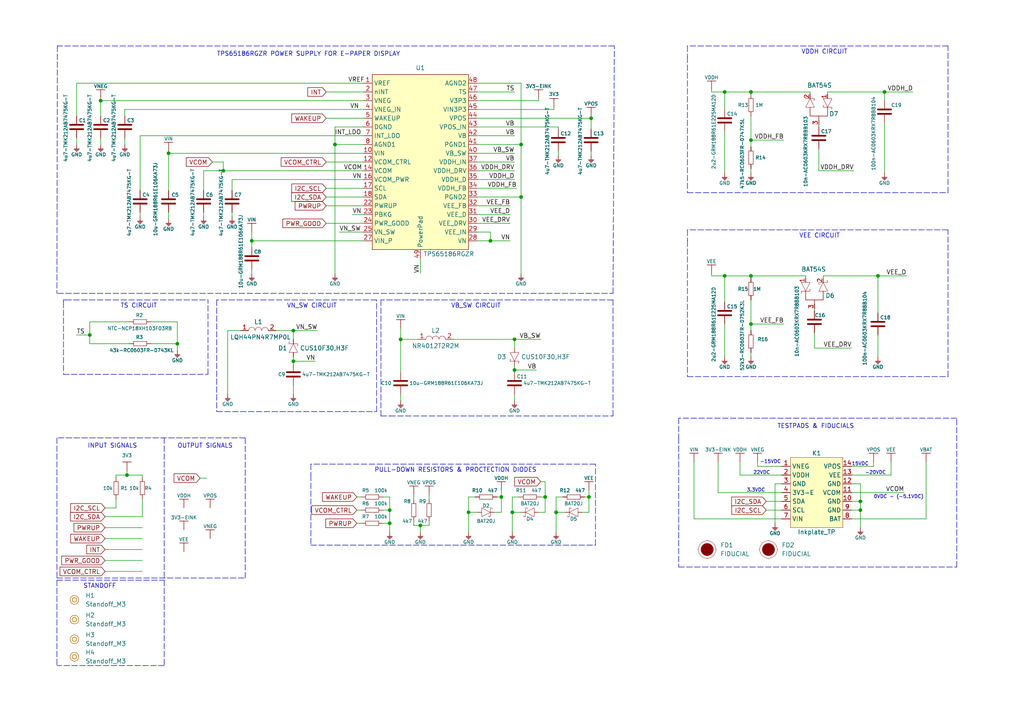
<source format=kicad_sch>
(kicad_sch (version 20211123) (generator eeschema)

  (uuid 6a6b9c39-4591-47da-af95-edc56c65db15)

  (paper "A4")

  (title_block
    (title "Soldered Inkplate 10")
    (date "2022-12-09")
    (rev "V1.3.0.")
    (company "SOLDERED")
    (comment 1 "333241")
  )

  (lib_symbols
    (symbol "e-radionica.com schematics:0603C" (pin_numbers hide) (pin_names (offset 0.002)) (in_bom yes) (on_board yes)
      (property "Reference" "C" (id 0) (at 0 3.81 0)
        (effects (font (size 1 1)))
      )
      (property "Value" "0603C" (id 1) (at 0 -3.175 0)
        (effects (font (size 1 1)))
      )
      (property "Footprint" "e-radionica.com footprinti:0603C" (id 2) (at 0.635 -4.445 0)
        (effects (font (size 1 1)) hide)
      )
      (property "Datasheet" "" (id 3) (at 0 0 0)
        (effects (font (size 1 1)) hide)
      )
      (symbol "0603C_0_1"
        (polyline
          (pts
            (xy -0.635 1.905)
            (xy -0.635 -1.905)
          )
          (stroke (width 0.5) (type default) (color 0 0 0 0))
          (fill (type none))
        )
        (polyline
          (pts
            (xy 0.635 1.905)
            (xy 0.635 -1.905)
          )
          (stroke (width 0.5) (type default) (color 0 0 0 0))
          (fill (type none))
        )
      )
      (symbol "0603C_1_1"
        (pin passive line (at -3.175 0 0) (length 2.54)
          (name "~" (effects (font (size 1.27 1.27))))
          (number "1" (effects (font (size 1.27 1.27))))
        )
        (pin passive line (at 3.175 0 180) (length 2.54)
          (name "~" (effects (font (size 1.27 1.27))))
          (number "2" (effects (font (size 1.27 1.27))))
        )
      )
    )
    (symbol "e-radionica.com schematics:0603R" (pin_numbers hide) (pin_names (offset 0.254)) (in_bom yes) (on_board yes)
      (property "Reference" "R" (id 0) (at 0 1.27 0)
        (effects (font (size 1 1)))
      )
      (property "Value" "0603R" (id 1) (at 0 -1.905 0)
        (effects (font (size 1 1)))
      )
      (property "Footprint" "e-radionica.com footprinti:0603R" (id 2) (at 0 -3.81 0)
        (effects (font (size 1 1)) hide)
      )
      (property "Datasheet" "" (id 3) (at -0.635 1.905 0)
        (effects (font (size 1 1)) hide)
      )
      (symbol "0603R_0_1"
        (rectangle (start -1.905 -0.635) (end 1.905 -0.6604)
          (stroke (width 0.1) (type default) (color 0 0 0 0))
          (fill (type none))
        )
        (rectangle (start -1.905 0.635) (end -1.8796 -0.635)
          (stroke (width 0.1) (type default) (color 0 0 0 0))
          (fill (type none))
        )
        (rectangle (start -1.905 0.635) (end 1.905 0.6096)
          (stroke (width 0.1) (type default) (color 0 0 0 0))
          (fill (type none))
        )
        (rectangle (start 1.905 0.635) (end 1.9304 -0.635)
          (stroke (width 0.1) (type default) (color 0 0 0 0))
          (fill (type none))
        )
      )
      (symbol "0603R_1_1"
        (pin passive line (at -3.175 0 0) (length 1.27)
          (name "~" (effects (font (size 1.27 1.27))))
          (number "1" (effects (font (size 1.27 1.27))))
        )
        (pin passive line (at 3.175 0 180) (length 1.27)
          (name "~" (effects (font (size 1.27 1.27))))
          (number "2" (effects (font (size 1.27 1.27))))
        )
      )
    )
    (symbol "e-radionica.com schematics:0805C" (pin_numbers hide) (in_bom yes) (on_board yes)
      (property "Reference" "C" (id 0) (at 0 3.81 0)
        (effects (font (size 1 1)))
      )
      (property "Value" "0805C" (id 1) (at 0 -3.175 0)
        (effects (font (size 1 1)))
      )
      (property "Footprint" "e-radionica.com footprinti:0805C" (id 2) (at 0 -5.08 0)
        (effects (font (size 1 1)) hide)
      )
      (property "Datasheet" "" (id 3) (at 0 0 0)
        (effects (font (size 1 1)) hide)
      )
      (symbol "0805C_0_1"
        (polyline
          (pts
            (xy -0.635 1.905)
            (xy -0.635 -1.905)
          )
          (stroke (width 0.5) (type default) (color 0 0 0 0))
          (fill (type none))
        )
        (polyline
          (pts
            (xy 0.635 1.905)
            (xy 0.635 -1.905)
          )
          (stroke (width 0.5) (type default) (color 0 0 0 0))
          (fill (type none))
        )
      )
      (symbol "0805C_1_1"
        (pin passive line (at -3.175 0 0) (length 2.54)
          (name "~" (effects (font (size 1.27 1.27))))
          (number "1" (effects (font (size 1.27 1.27))))
        )
        (pin passive line (at 3.175 0 180) (length 2.54)
          (name "~" (effects (font (size 1.27 1.27))))
          (number "2" (effects (font (size 1.27 1.27))))
        )
      )
    )
    (symbol "e-radionica.com schematics:3V3" (power) (pin_names (offset 0)) (in_bom yes) (on_board yes)
      (property "Reference" "#PWR" (id 0) (at 4.445 0 0)
        (effects (font (size 1 1)) hide)
      )
      (property "Value" "3V3" (id 1) (at 0 3.556 0)
        (effects (font (size 1 1)))
      )
      (property "Footprint" "" (id 2) (at 4.445 3.81 0)
        (effects (font (size 1 1)) hide)
      )
      (property "Datasheet" "" (id 3) (at 4.445 3.81 0)
        (effects (font (size 1 1)) hide)
      )
      (property "ki_keywords" "power-flag" (id 4) (at 0 0 0)
        (effects (font (size 1.27 1.27)) hide)
      )
      (property "ki_description" "Power symbol creates a global label with name \"3V3\"" (id 5) (at 0 0 0)
        (effects (font (size 1.27 1.27)) hide)
      )
      (symbol "3V3_0_1"
        (polyline
          (pts
            (xy -1.27 2.54)
            (xy 1.27 2.54)
          )
          (stroke (width 0.16) (type default) (color 0 0 0 0))
          (fill (type none))
        )
        (polyline
          (pts
            (xy 0 0)
            (xy 0 2.54)
          )
          (stroke (width 0) (type default) (color 0 0 0 0))
          (fill (type none))
        )
      )
      (symbol "3V3_1_1"
        (pin power_in line (at 0 0 90) (length 0) hide
          (name "3V3" (effects (font (size 1.27 1.27))))
          (number "1" (effects (font (size 1.27 1.27))))
        )
      )
    )
    (symbol "e-radionica.com schematics:3V3-EINK" (power) (pin_names (offset 0)) (in_bom yes) (on_board yes)
      (property "Reference" "#PWR" (id 0) (at 4.445 0 0)
        (effects (font (size 1 1)) hide)
      )
      (property "Value" "3V3-EINK" (id 1) (at 0 3.556 0)
        (effects (font (size 1 1)))
      )
      (property "Footprint" "" (id 2) (at 4.445 3.81 0)
        (effects (font (size 1 1)) hide)
      )
      (property "Datasheet" "" (id 3) (at 4.445 3.81 0)
        (effects (font (size 1 1)) hide)
      )
      (property "ki_keywords" "power-flag" (id 4) (at 0 0 0)
        (effects (font (size 1.27 1.27)) hide)
      )
      (property "ki_description" "Power symbol creates a global label with name \"3V3-EINK\"" (id 5) (at 0 0 0)
        (effects (font (size 1.27 1.27)) hide)
      )
      (symbol "3V3-EINK_0_1"
        (polyline
          (pts
            (xy -1.27 2.54)
            (xy 1.27 2.54)
          )
          (stroke (width 0.16) (type default) (color 0 0 0 0))
          (fill (type none))
        )
        (polyline
          (pts
            (xy 0 0)
            (xy 0 2.54)
          )
          (stroke (width 0) (type default) (color 0 0 0 0))
          (fill (type none))
        )
      )
      (symbol "3V3-EINK_1_1"
        (pin power_in line (at 0 0 90) (length 0) hide
          (name "3V3-EINK" (effects (font (size 1.27 1.27))))
          (number "1" (effects (font (size 1.27 1.27))))
        )
      )
    )
    (symbol "e-radionica.com schematics:BAT20J" (pin_numbers hide) (pin_names hide) (in_bom yes) (on_board yes)
      (property "Reference" "D" (id 0) (at 0 2.54 0)
        (effects (font (size 1 1)))
      )
      (property "Value" "BAT20J" (id 1) (at 0 -2.54 0)
        (effects (font (size 1 1)))
      )
      (property "Footprint" "e-radionica.com footprinti:SOD-323" (id 2) (at 0 -3.81 0)
        (effects (font (size 1 1)) hide)
      )
      (property "Datasheet" "" (id 3) (at 0 0 0)
        (effects (font (size 1 1)) hide)
      )
      (symbol "BAT20J_0_1"
        (polyline
          (pts
            (xy 1.27 1.27)
            (xy 1.778 1.27)
            (xy 1.778 1.016)
          )
          (stroke (width 0.1) (type default) (color 0 0 0 0))
          (fill (type none))
        )
        (polyline
          (pts
            (xy -1.27 -1.27)
            (xy -1.27 1.27)
            (xy 1.27 0)
            (xy -1.27 -1.27)
          )
          (stroke (width 0.1) (type default) (color 0 0 0 0))
          (fill (type none))
        )
        (polyline
          (pts
            (xy 1.27 1.27)
            (xy 1.27 -1.27)
            (xy 0.762 -1.27)
            (xy 0.762 -1.016)
          )
          (stroke (width 0.1) (type default) (color 0 0 0 0))
          (fill (type none))
        )
      )
      (symbol "BAT20J_1_1"
        (pin input line (at -2.54 0 0) (length 1.27)
          (name "A" (effects (font (size 1.27 1.27))))
          (number "1" (effects (font (size 1.27 1.27))))
        )
        (pin input line (at 2.54 0 180) (length 1.27)
          (name "C" (effects (font (size 1.27 1.27))))
          (number "2" (effects (font (size 1.27 1.27))))
        )
      )
    )
    (symbol "e-radionica.com schematics:BAT54S" (pin_names hide) (in_bom yes) (on_board yes)
      (property "Reference" "D" (id 0) (at 0 5.08 0)
        (effects (font (size 1.27 1.27)))
      )
      (property "Value" "BAT54S" (id 1) (at 0 -5.08 0)
        (effects (font (size 1.27 1.27)))
      )
      (property "Footprint" "e-radionica.com footprinti:SOT-23-3" (id 2) (at -1.27 -7.62 0)
        (effects (font (size 1.27 1.27)) hide)
      )
      (property "Datasheet" "" (id 3) (at -2.54 2.54 0)
        (effects (font (size 1.27 1.27)) hide)
      )
      (symbol "BAT54S_0_1"
        (polyline
          (pts
            (xy 2.54 0)
            (xy 1.27 0)
          )
          (stroke (width 0) (type default) (color 0 0 0 0))
          (fill (type none))
        )
        (polyline
          (pts
            (xy -3.81 -3.81)
            (xy -4.318 -3.81)
            (xy -4.318 -3.556)
          )
          (stroke (width 0.1) (type default) (color 0 0 0 0))
          (fill (type none))
        )
        (polyline
          (pts
            (xy -1.27 3.81)
            (xy -0.762 3.81)
            (xy -0.762 3.556)
          )
          (stroke (width 0.1) (type default) (color 0 0 0 0))
          (fill (type none))
        )
        (polyline
          (pts
            (xy -3.81 -3.81)
            (xy -3.81 -1.27)
            (xy -3.302 -1.27)
            (xy -3.302 -1.524)
          )
          (stroke (width 0.1) (type default) (color 0 0 0 0))
          (fill (type none))
        )
        (polyline
          (pts
            (xy -3.81 1.27)
            (xy -3.81 3.81)
            (xy -1.27 2.54)
            (xy -3.81 1.27)
          )
          (stroke (width 0.1) (type default) (color 0 0 0 0))
          (fill (type none))
        )
        (polyline
          (pts
            (xy -1.27 -1.27)
            (xy -1.27 -3.81)
            (xy -3.81 -2.54)
            (xy -1.27 -1.27)
          )
          (stroke (width 0.1) (type default) (color 0 0 0 0))
          (fill (type none))
        )
        (polyline
          (pts
            (xy -1.27 2.54)
            (xy 1.27 2.54)
            (xy 1.27 -2.54)
            (xy -1.27 -2.54)
          )
          (stroke (width 0) (type default) (color 0 0 0 0))
          (fill (type none))
        )
        (polyline
          (pts
            (xy -1.27 3.81)
            (xy -1.27 1.27)
            (xy -1.778 1.27)
            (xy -1.778 1.524)
          )
          (stroke (width 0.1) (type default) (color 0 0 0 0))
          (fill (type none))
        )
      )
      (symbol "BAT54S_1_1"
        (pin input line (at -5.08 2.54 0) (length 1.27)
          (name "A" (effects (font (size 1.27 1.27))))
          (number "1" (effects (font (size 1.27 1.27))))
        )
        (pin input line (at -5.08 -2.54 0) (length 1.27)
          (name "K" (effects (font (size 1.27 1.27))))
          (number "2" (effects (font (size 1.27 1.27))))
        )
        (pin input line (at 3.81 0 180) (length 1.27)
          (name "3" (effects (font (size 1.27 1.27))))
          (number "3" (effects (font (size 1.27 1.27))))
        )
      )
    )
    (symbol "e-radionica.com schematics:CUS10F30,H3F" (pin_numbers hide) (pin_names hide) (in_bom yes) (on_board yes)
      (property "Reference" "D" (id 0) (at 0 2.54 0)
        (effects (font (size 1.27 1.27)))
      )
      (property "Value" "CUS10F30,H3F" (id 1) (at 0 -2.54 0)
        (effects (font (size 1.27 1.27)))
      )
      (property "Footprint" "e-radionica.com footprinti:SOD-323-2" (id 2) (at 0 -5.08 0)
        (effects (font (size 1.27 1.27)) hide)
      )
      (property "Datasheet" "" (id 3) (at 0 6.35 0)
        (effects (font (size 1.27 1.27)) hide)
      )
      (symbol "CUS10F30,H3F_0_1"
        (polyline
          (pts
            (xy 1.27 1.27)
            (xy 1.778 1.27)
            (xy 1.778 1.016)
          )
          (stroke (width 0.1) (type default) (color 0 0 0 0))
          (fill (type none))
        )
        (polyline
          (pts
            (xy -1.27 -1.27)
            (xy -1.27 1.27)
            (xy 1.27 0)
            (xy -1.27 -1.27)
          )
          (stroke (width 0.1) (type default) (color 0 0 0 0))
          (fill (type none))
        )
        (polyline
          (pts
            (xy 1.27 1.27)
            (xy 1.27 -1.27)
            (xy 0.762 -1.27)
            (xy 0.762 -1.016)
          )
          (stroke (width 0.1) (type default) (color 0 0 0 0))
          (fill (type none))
        )
      )
      (symbol "CUS10F30,H3F_1_1"
        (pin input line (at 2.54 0 180) (length 1.27)
          (name "C" (effects (font (size 1.27 1.27))))
          (number "1" (effects (font (size 1.27 1.27))))
        )
        (pin input line (at -2.54 0 0) (length 1.27)
          (name "A" (effects (font (size 1.27 1.27))))
          (number "2" (effects (font (size 1.27 1.27))))
        )
      )
    )
    (symbol "e-radionica.com schematics:FIDUCIAL" (in_bom no) (on_board yes)
      (property "Reference" "FD" (id 0) (at 0 3.81 0)
        (effects (font (size 1.27 1.27)))
      )
      (property "Value" "FIDUCIAL" (id 1) (at 0 -3.81 0)
        (effects (font (size 1.27 1.27)))
      )
      (property "Footprint" "e-radionica.com footprinti:FIDUCIAL_23" (id 2) (at 0.254 -5.334 0)
        (effects (font (size 1.27 1.27)) hide)
      )
      (property "Datasheet" "" (id 3) (at 0 0 0)
        (effects (font (size 1.27 1.27)) hide)
      )
      (symbol "FIDUCIAL_0_1"
        (polyline
          (pts
            (xy -2.54 0)
            (xy -2.794 0)
          )
          (stroke (width 0.0006) (type default) (color 0 0 0 0))
          (fill (type none))
        )
        (polyline
          (pts
            (xy 0 -2.54)
            (xy 0 -2.794)
          )
          (stroke (width 0.0006) (type default) (color 0 0 0 0))
          (fill (type none))
        )
        (polyline
          (pts
            (xy 0 2.54)
            (xy 0 2.794)
          )
          (stroke (width 0.0006) (type default) (color 0 0 0 0))
          (fill (type none))
        )
        (polyline
          (pts
            (xy 2.54 0)
            (xy 2.794 0)
          )
          (stroke (width 0.0006) (type default) (color 0 0 0 0))
          (fill (type none))
        )
        (circle (center 0 0) (radius 1.7961)
          (stroke (width 0.001) (type default) (color 0 0 0 0))
          (fill (type outline))
        )
        (circle (center 0 0) (radius 2.54)
          (stroke (width 0.0006) (type default) (color 0 0 0 0))
          (fill (type none))
        )
      )
    )
    (symbol "e-radionica.com schematics:GND" (power) (pin_names (offset 0)) (in_bom yes) (on_board yes)
      (property "Reference" "#PWR" (id 0) (at 4.445 0 0)
        (effects (font (size 1 1)) hide)
      )
      (property "Value" "GND" (id 1) (at 0 -2.921 0)
        (effects (font (size 1 1)))
      )
      (property "Footprint" "" (id 2) (at 4.445 3.81 0)
        (effects (font (size 1 1)) hide)
      )
      (property "Datasheet" "" (id 3) (at 4.445 3.81 0)
        (effects (font (size 1 1)) hide)
      )
      (property "ki_keywords" "power-flag" (id 4) (at 0 0 0)
        (effects (font (size 1.27 1.27)) hide)
      )
      (property "ki_description" "Power symbol creates a global label with name \"GND\"" (id 5) (at 0 0 0)
        (effects (font (size 1.27 1.27)) hide)
      )
      (symbol "GND_0_1"
        (polyline
          (pts
            (xy -0.762 -1.27)
            (xy 0.762 -1.27)
          )
          (stroke (width 0.16) (type default) (color 0 0 0 0))
          (fill (type none))
        )
        (polyline
          (pts
            (xy -0.635 -1.524)
            (xy 0.635 -1.524)
          )
          (stroke (width 0.16) (type default) (color 0 0 0 0))
          (fill (type none))
        )
        (polyline
          (pts
            (xy -0.381 -1.778)
            (xy 0.381 -1.778)
          )
          (stroke (width 0.16) (type default) (color 0 0 0 0))
          (fill (type none))
        )
        (polyline
          (pts
            (xy -0.127 -2.032)
            (xy 0.127 -2.032)
          )
          (stroke (width 0.16) (type default) (color 0 0 0 0))
          (fill (type none))
        )
        (polyline
          (pts
            (xy 0 0)
            (xy 0 -1.27)
          )
          (stroke (width 0.16) (type default) (color 0 0 0 0))
          (fill (type none))
        )
      )
      (symbol "GND_1_1"
        (pin power_in line (at 0 0 270) (length 0) hide
          (name "GND" (effects (font (size 1.27 1.27))))
          (number "1" (effects (font (size 1.27 1.27))))
        )
      )
    )
    (symbol "e-radionica.com schematics:Inkplate_TP" (in_bom yes) (on_board yes)
      (property "Reference" "K" (id 0) (at 0 11.43 0)
        (effects (font (size 1.27 1.27)))
      )
      (property "Value" "Inkplate_TP" (id 1) (at 0 -11.43 0)
        (effects (font (size 1.27 1.27)))
      )
      (property "Footprint" "e-radionica.com footprinti:INKPLATE TEST HEADER" (id 2) (at -2.54 -13.97 0)
        (effects (font (size 1.27 1.27)) hide)
      )
      (property "Datasheet" "" (id 3) (at -1.27 0 0)
        (effects (font (size 1.27 1.27)) hide)
      )
      (symbol "Inkplate_TP_0_1"
        (rectangle (start -7.62 10.16) (end 7.62 -10.16)
          (stroke (width 0.1) (type default) (color 0 0 0 0))
          (fill (type background))
        )
      )
      (symbol "Inkplate_TP_1_1"
        (pin passive line (at -10.16 7.62 0) (length 2.54)
          (name "VNEG" (effects (font (size 1.27 1.27))))
          (number "1" (effects (font (size 1.27 1.27))))
        )
        (pin passive line (at 10.16 -2.54 180) (length 2.54)
          (name "GND" (effects (font (size 1.27 1.27))))
          (number "10" (effects (font (size 1.27 1.27))))
        )
        (pin passive line (at 10.16 0 180) (length 2.54)
          (name "VCOM" (effects (font (size 1.27 1.27))))
          (number "11" (effects (font (size 1.27 1.27))))
        )
        (pin passive line (at 10.16 2.54 180) (length 2.54)
          (name "GND" (effects (font (size 1.27 1.27))))
          (number "12" (effects (font (size 1.27 1.27))))
        )
        (pin passive line (at 10.16 5.08 180) (length 2.54)
          (name "VEE" (effects (font (size 1.27 1.27))))
          (number "13" (effects (font (size 1.27 1.27))))
        )
        (pin passive line (at 10.16 7.62 180) (length 2.54)
          (name "VPOS" (effects (font (size 1.27 1.27))))
          (number "14" (effects (font (size 1.27 1.27))))
        )
        (pin passive line (at -10.16 5.08 0) (length 2.54)
          (name "VDDH" (effects (font (size 1.27 1.27))))
          (number "2" (effects (font (size 1.27 1.27))))
        )
        (pin passive line (at -10.16 2.54 0) (length 2.54)
          (name "GND" (effects (font (size 1.27 1.27))))
          (number "3" (effects (font (size 1.27 1.27))))
        )
        (pin passive line (at -10.16 0 0) (length 2.54)
          (name "3V3-E" (effects (font (size 1.27 1.27))))
          (number "4" (effects (font (size 1.27 1.27))))
        )
        (pin passive line (at -10.16 -2.54 0) (length 2.54)
          (name "SDA" (effects (font (size 1.27 1.27))))
          (number "5" (effects (font (size 1.27 1.27))))
        )
        (pin passive line (at -10.16 -5.08 0) (length 2.54)
          (name "SCL" (effects (font (size 1.27 1.27))))
          (number "6" (effects (font (size 1.27 1.27))))
        )
        (pin passive line (at -10.16 -7.62 0) (length 2.54)
          (name "VIN" (effects (font (size 1.27 1.27))))
          (number "7" (effects (font (size 1.27 1.27))))
        )
        (pin passive line (at 10.16 -7.62 180) (length 2.54)
          (name "BAT" (effects (font (size 1.27 1.27))))
          (number "8" (effects (font (size 1.27 1.27))))
        )
        (pin passive line (at 10.16 -5.08 180) (length 2.54)
          (name "GND" (effects (font (size 1.27 1.27))))
          (number "9" (effects (font (size 1.27 1.27))))
        )
      )
    )
    (symbol "e-radionica.com schematics:LQH44PN4R7MP0L" (in_bom yes) (on_board yes)
      (property "Reference" "L" (id 0) (at 0 2.54 0)
        (effects (font (size 1.27 1.27)))
      )
      (property "Value" "LQH44PN4R7MP0L" (id 1) (at 0 -1.27 0)
        (effects (font (size 1.27 1.27)))
      )
      (property "Footprint" "e-radionica.com footprinti:1515L" (id 2) (at 0 -3.81 0)
        (effects (font (size 1.27 1.27)) hide)
      )
      (property "Datasheet" "" (id 3) (at 0 1.27 0)
        (effects (font (size 1.27 1.27)) hide)
      )
      (symbol "LQH44PN4R7MP0L_0_1"
        (arc (start -0.9525 0.0138) (mid -1.905 0.9526) (end -2.8575 0.0138)
          (stroke (width 0.1) (type default) (color 0 0 0 0))
          (fill (type none))
        )
        (arc (start 0.9525 0.0138) (mid 0 0.9526) (end -0.9525 0.0138)
          (stroke (width 0.1) (type default) (color 0 0 0 0))
          (fill (type none))
        )
        (arc (start 2.8575 0.0138) (mid 1.905 0.9526) (end 0.9525 0.0138)
          (stroke (width 0.1) (type default) (color 0 0 0 0))
          (fill (type none))
        )
      )
      (symbol "LQH44PN4R7MP0L_1_1"
        (pin passive line (at -5.08 0 0) (length 2.2)
          (name "" (effects (font (size 1.27 1.27))))
          (number "1" (effects (font (size 1.27 1.27))))
        )
        (pin passive line (at 5.08 0 180) (length 2.2)
          (name "" (effects (font (size 1.27 1.27))))
          (number "2" (effects (font (size 1.27 1.27))))
        )
      )
    )
    (symbol "e-radionica.com schematics:NR4012T2R2M" (in_bom yes) (on_board yes)
      (property "Reference" "L" (id 0) (at 0 2.54 0)
        (effects (font (size 1.27 1.27)))
      )
      (property "Value" "NR4012T2R2M" (id 1) (at 0 -1.27 0)
        (effects (font (size 1.27 1.27)))
      )
      (property "Footprint" "e-radionica.com footprinti:NR4012" (id 2) (at -1.27 -3.81 0)
        (effects (font (size 1.27 1.27)) hide)
      )
      (property "Datasheet" "" (id 3) (at 0 6.35 0)
        (effects (font (size 1.27 1.27)) hide)
      )
      (symbol "NR4012T2R2M_0_1"
        (arc (start -0.9525 0.0138) (mid -1.905 0.9526) (end -2.8575 0.0138)
          (stroke (width 0.1) (type default) (color 0 0 0 0))
          (fill (type none))
        )
        (arc (start 0.9525 0.0138) (mid 0 0.9526) (end -0.9525 0.0138)
          (stroke (width 0.1) (type default) (color 0 0 0 0))
          (fill (type none))
        )
        (arc (start 2.8575 0.0138) (mid 1.905 0.9526) (end 0.9525 0.0138)
          (stroke (width 0.1) (type default) (color 0 0 0 0))
          (fill (type none))
        )
      )
      (symbol "NR4012T2R2M_1_1"
        (pin passive line (at -5.08 0 0) (length 2.2)
          (name "" (effects (font (size 1.27 1.27))))
          (number "1" (effects (font (size 1.27 1.27))))
        )
        (pin passive line (at 5.08 0 180) (length 2.2)
          (name "" (effects (font (size 1.27 1.27))))
          (number "2" (effects (font (size 1.27 1.27))))
        )
      )
    )
    (symbol "e-radionica.com schematics:Standoff_M3" (in_bom yes) (on_board yes)
      (property "Reference" "H" (id 0) (at 0 2.54 0)
        (effects (font (size 1.27 1.27)))
      )
      (property "Value" "Standoff_M3" (id 1) (at 0 -2.54 0)
        (effects (font (size 1.27 1.27)))
      )
      (property "Footprint" "e-radionica.com footprinti:Standoff_M3" (id 2) (at 0 -3.81 0)
        (effects (font (size 1.27 1.27)) hide)
      )
      (property "Datasheet" "" (id 3) (at 0 0 0)
        (effects (font (size 1.27 1.27)) hide)
      )
      (property "ki_keywords" "standoff odstojnik" (id 4) (at 0 0 0)
        (effects (font (size 1.27 1.27)) hide)
      )
      (property "ki_description" "M3 standoff SMTSO-M3-7ET" (id 5) (at 0 0 0)
        (effects (font (size 1.27 1.27)) hide)
      )
      (symbol "Standoff_M3_0_1"
        (circle (center 0 0) (radius 0.635)
          (stroke (width 0.1) (type default) (color 0 0 0 0))
          (fill (type none))
        )
        (circle (center 0 0) (radius 1.27)
          (stroke (width 0.1) (type default) (color 0 0 0 0))
          (fill (type background))
        )
      )
    )
    (symbol "e-radionica.com schematics:TPS65186RGZR" (in_bom yes) (on_board yes)
      (property "Reference" "U" (id 0) (at 0 27.94 0)
        (effects (font (size 1.27 1.27)))
      )
      (property "Value" "TPS65186RGZR" (id 1) (at 7.62 -26.67 0)
        (effects (font (size 1.27 1.27)))
      )
      (property "Footprint" "e-radionica.com footprinti:VQFN-49" (id 2) (at 1.27 -31.75 0)
        (effects (font (size 1.27 1.27)) hide)
      )
      (property "Datasheet" "" (id 3) (at 0 29.21 0)
        (effects (font (size 1.27 1.27)) hide)
      )
      (symbol "TPS65186RGZR_0_1"
        (rectangle (start -13.97 26.67) (end 13.97 -24.13)
          (stroke (width 0.1524) (type default) (color 0 0 0 0))
          (fill (type background))
        )
      )
      (symbol "TPS65186RGZR_1_1"
        (pin input line (at -16.51 24.13 0) (length 2.54)
          (name "VREF" (effects (font (size 1.27 1.27))))
          (number "1" (effects (font (size 1.27 1.27))))
        )
        (pin input line (at -16.51 3.81 0) (length 2.54)
          (name "VIN" (effects (font (size 1.27 1.27))))
          (number "10" (effects (font (size 1.27 1.27))))
        )
        (pin input line (at -16.51 1.27 0) (length 2.54)
          (name "VCOM_CTRL" (effects (font (size 1.27 1.27))))
          (number "12" (effects (font (size 1.27 1.27))))
        )
        (pin input line (at -16.51 -1.27 0) (length 2.54)
          (name "VCOM" (effects (font (size 1.27 1.27))))
          (number "14" (effects (font (size 1.27 1.27))))
        )
        (pin input line (at -16.51 -3.81 0) (length 2.54)
          (name "VCOM_PWR" (effects (font (size 1.27 1.27))))
          (number "16" (effects (font (size 1.27 1.27))))
        )
        (pin input line (at -16.51 -6.35 0) (length 2.54)
          (name "SCL" (effects (font (size 1.27 1.27))))
          (number "17" (effects (font (size 1.27 1.27))))
        )
        (pin input line (at -16.51 -8.89 0) (length 2.54)
          (name "SDA" (effects (font (size 1.27 1.27))))
          (number "18" (effects (font (size 1.27 1.27))))
        )
        (pin input line (at -16.51 21.59 0) (length 2.54)
          (name "nINT" (effects (font (size 1.27 1.27))))
          (number "2" (effects (font (size 1.27 1.27))))
        )
        (pin input line (at -16.51 -11.43 0) (length 2.54)
          (name "PWRUP" (effects (font (size 1.27 1.27))))
          (number "22" (effects (font (size 1.27 1.27))))
        )
        (pin input line (at -16.51 -13.97 0) (length 2.54)
          (name "PBKG" (effects (font (size 1.27 1.27))))
          (number "23" (effects (font (size 1.27 1.27))))
        )
        (pin input line (at -16.51 -16.51 0) (length 2.54)
          (name "PWR_GOOD" (effects (font (size 1.27 1.27))))
          (number "24" (effects (font (size 1.27 1.27))))
        )
        (pin input line (at -16.51 -19.05 0) (length 2.54)
          (name "VN_SW" (effects (font (size 1.27 1.27))))
          (number "25" (effects (font (size 1.27 1.27))))
        )
        (pin input line (at -16.51 -21.59 0) (length 2.54)
          (name "VIN_P" (effects (font (size 1.27 1.27))))
          (number "27" (effects (font (size 1.27 1.27))))
        )
        (pin input line (at 16.51 -21.59 180) (length 2.54)
          (name "VN" (effects (font (size 1.27 1.27))))
          (number "28" (effects (font (size 1.27 1.27))))
        )
        (pin input line (at 16.51 -19.05 180) (length 2.54)
          (name "VEE_IN" (effects (font (size 1.27 1.27))))
          (number "29" (effects (font (size 1.27 1.27))))
        )
        (pin input line (at -16.51 19.05 0) (length 2.54)
          (name "VNEG" (effects (font (size 1.27 1.27))))
          (number "3" (effects (font (size 1.27 1.27))))
        )
        (pin input line (at 16.51 -16.51 180) (length 2.54)
          (name "VEE_DRV" (effects (font (size 1.27 1.27))))
          (number "30" (effects (font (size 1.27 1.27))))
        )
        (pin input line (at 16.51 -13.97 180) (length 2.54)
          (name "VEE_D" (effects (font (size 1.27 1.27))))
          (number "31" (effects (font (size 1.27 1.27))))
        )
        (pin input line (at 16.51 -11.43 180) (length 2.54)
          (name "VEE_FB" (effects (font (size 1.27 1.27))))
          (number "32" (effects (font (size 1.27 1.27))))
        )
        (pin input line (at 16.51 -8.89 180) (length 2.54)
          (name "PGND2" (effects (font (size 1.27 1.27))))
          (number "33" (effects (font (size 1.27 1.27))))
        )
        (pin input line (at 16.51 -6.35 180) (length 2.54)
          (name "VDDH_FB" (effects (font (size 1.27 1.27))))
          (number "34" (effects (font (size 1.27 1.27))))
        )
        (pin input line (at 16.51 -3.81 180) (length 2.54)
          (name "VDDH_D" (effects (font (size 1.27 1.27))))
          (number "35" (effects (font (size 1.27 1.27))))
        )
        (pin input line (at 16.51 -1.27 180) (length 2.54)
          (name "VDDH_DRV" (effects (font (size 1.27 1.27))))
          (number "36" (effects (font (size 1.27 1.27))))
        )
        (pin input line (at 16.51 1.27 180) (length 2.54)
          (name "VDDH_IN" (effects (font (size 1.27 1.27))))
          (number "37" (effects (font (size 1.27 1.27))))
        )
        (pin input line (at -16.51 16.51 0) (length 2.54)
          (name "VNEG_IN" (effects (font (size 1.27 1.27))))
          (number "4" (effects (font (size 1.27 1.27))))
        )
        (pin input line (at 16.51 3.81 180) (length 2.54)
          (name "VB_SW" (effects (font (size 1.27 1.27))))
          (number "40" (effects (font (size 1.27 1.27))))
        )
        (pin input line (at 16.51 6.35 180) (length 2.54)
          (name "PGND1" (effects (font (size 1.27 1.27))))
          (number "41" (effects (font (size 1.27 1.27))))
        )
        (pin input line (at 16.51 8.89 180) (length 2.54)
          (name "VB" (effects (font (size 1.27 1.27))))
          (number "42" (effects (font (size 1.27 1.27))))
        )
        (pin input line (at 16.51 11.43 180) (length 2.54)
          (name "VPOS_IN" (effects (font (size 1.27 1.27))))
          (number "43" (effects (font (size 1.27 1.27))))
        )
        (pin input line (at 16.51 13.97 180) (length 2.54)
          (name "VPOS" (effects (font (size 1.27 1.27))))
          (number "44" (effects (font (size 1.27 1.27))))
        )
        (pin input line (at 16.51 16.51 180) (length 2.54)
          (name "VIN3P3" (effects (font (size 1.27 1.27))))
          (number "45" (effects (font (size 1.27 1.27))))
        )
        (pin input line (at 16.51 19.05 180) (length 2.54)
          (name "V3P3" (effects (font (size 1.27 1.27))))
          (number "46" (effects (font (size 1.27 1.27))))
        )
        (pin input line (at 16.51 21.59 180) (length 2.54)
          (name "TS" (effects (font (size 1.27 1.27))))
          (number "47" (effects (font (size 1.27 1.27))))
        )
        (pin input line (at 16.51 24.13 180) (length 2.54)
          (name "AGND2" (effects (font (size 1.27 1.27))))
          (number "48" (effects (font (size 1.27 1.27))))
        )
        (pin input line (at 0 -26.67 90) (length 2.54)
          (name "PowerPad" (effects (font (size 1.27 1.27))))
          (number "49" (effects (font (size 1.27 1.27))))
        )
        (pin input line (at -16.51 13.97 0) (length 2.54)
          (name "WAKEUP" (effects (font (size 1.27 1.27))))
          (number "5" (effects (font (size 1.27 1.27))))
        )
        (pin input line (at -16.51 11.43 0) (length 2.54)
          (name "DGND" (effects (font (size 1.27 1.27))))
          (number "6" (effects (font (size 1.27 1.27))))
        )
        (pin input line (at -16.51 8.89 0) (length 2.54)
          (name "INT_LDO" (effects (font (size 1.27 1.27))))
          (number "7" (effects (font (size 1.27 1.27))))
        )
        (pin input line (at -16.51 6.35 0) (length 2.54)
          (name "AGND1" (effects (font (size 1.27 1.27))))
          (number "8" (effects (font (size 1.27 1.27))))
        )
      )
    )
    (symbol "e-radionica.com schematics:VBAT" (power) (pin_names (offset 0)) (in_bom yes) (on_board yes)
      (property "Reference" "#PWR" (id 0) (at 4.445 0 0)
        (effects (font (size 1 1)) hide)
      )
      (property "Value" "VBAT" (id 1) (at 0 3.556 0)
        (effects (font (size 1 1)))
      )
      (property "Footprint" "" (id 2) (at 4.445 3.81 0)
        (effects (font (size 1 1)) hide)
      )
      (property "Datasheet" "" (id 3) (at 4.445 3.81 0)
        (effects (font (size 1 1)) hide)
      )
      (property "ki_keywords" "power-flag" (id 4) (at 0 0 0)
        (effects (font (size 1.27 1.27)) hide)
      )
      (property "ki_description" "Power symbol creates a global label with name \"VBAT\"" (id 5) (at 0 0 0)
        (effects (font (size 1.27 1.27)) hide)
      )
      (symbol "VBAT_0_1"
        (polyline
          (pts
            (xy -1.27 2.54)
            (xy 1.27 2.54)
          )
          (stroke (width 0.16) (type default) (color 0 0 0 0))
          (fill (type none))
        )
        (polyline
          (pts
            (xy 0 0)
            (xy 0 2.54)
          )
          (stroke (width 0) (type default) (color 0 0 0 0))
          (fill (type none))
        )
      )
      (symbol "VBAT_1_1"
        (pin power_in line (at 0 0 90) (length 0) hide
          (name "VBAT" (effects (font (size 1.27 1.27))))
          (number "1" (effects (font (size 1.27 1.27))))
        )
      )
    )
    (symbol "e-radionica.com schematics:VDDH" (power) (pin_names (offset 0)) (in_bom yes) (on_board yes)
      (property "Reference" "#PWR" (id 0) (at 4.445 0 0)
        (effects (font (size 1 1)) hide)
      )
      (property "Value" "VDDH" (id 1) (at 0 3.556 0)
        (effects (font (size 1 1)))
      )
      (property "Footprint" "" (id 2) (at 4.445 3.81 0)
        (effects (font (size 1 1)) hide)
      )
      (property "Datasheet" "" (id 3) (at 4.445 3.81 0)
        (effects (font (size 1 1)) hide)
      )
      (property "ki_keywords" "power-flag" (id 4) (at 0 0 0)
        (effects (font (size 1.27 1.27)) hide)
      )
      (property "ki_description" "Power symbol creates a global label with name \"VDDH\"" (id 5) (at 0 0 0)
        (effects (font (size 1.27 1.27)) hide)
      )
      (symbol "VDDH_0_1"
        (polyline
          (pts
            (xy -1.27 2.54)
            (xy 1.27 2.54)
          )
          (stroke (width 0.16) (type default) (color 0 0 0 0))
          (fill (type none))
        )
        (polyline
          (pts
            (xy 0 0)
            (xy 0 2.54)
          )
          (stroke (width 0) (type default) (color 0 0 0 0))
          (fill (type none))
        )
      )
      (symbol "VDDH_1_1"
        (pin power_in line (at 0 0 90) (length 0) hide
          (name "VDDH" (effects (font (size 1.27 1.27))))
          (number "1" (effects (font (size 1.27 1.27))))
        )
      )
    )
    (symbol "e-radionica.com schematics:VEE" (power) (pin_names (offset 0)) (in_bom yes) (on_board yes)
      (property "Reference" "#PWR" (id 0) (at 4.445 0 0)
        (effects (font (size 1 1)) hide)
      )
      (property "Value" "VEE" (id 1) (at 0 3.556 0)
        (effects (font (size 1 1)))
      )
      (property "Footprint" "" (id 2) (at 4.445 3.81 0)
        (effects (font (size 1 1)) hide)
      )
      (property "Datasheet" "" (id 3) (at 4.445 3.81 0)
        (effects (font (size 1 1)) hide)
      )
      (property "ki_keywords" "power-flag" (id 4) (at 0 0 0)
        (effects (font (size 1.27 1.27)) hide)
      )
      (property "ki_description" "Power symbol creates a global label with name \"VEE\"" (id 5) (at 0 0 0)
        (effects (font (size 1.27 1.27)) hide)
      )
      (symbol "VEE_0_1"
        (polyline
          (pts
            (xy -1.27 2.54)
            (xy 1.27 2.54)
          )
          (stroke (width 0.16) (type default) (color 0 0 0 0))
          (fill (type none))
        )
        (polyline
          (pts
            (xy 0 0)
            (xy 0 2.54)
          )
          (stroke (width 0) (type default) (color 0 0 0 0))
          (fill (type none))
        )
      )
      (symbol "VEE_1_1"
        (pin power_in line (at 0 0 90) (length 0) hide
          (name "VEE" (effects (font (size 1.27 1.27))))
          (number "1" (effects (font (size 1.27 1.27))))
        )
      )
    )
    (symbol "e-radionica.com schematics:VIN" (power) (pin_names (offset 0)) (in_bom yes) (on_board yes)
      (property "Reference" "#PWR" (id 0) (at 4.445 0 0)
        (effects (font (size 1 1)) hide)
      )
      (property "Value" "VIN" (id 1) (at 0 3.556 0)
        (effects (font (size 1 1)))
      )
      (property "Footprint" "" (id 2) (at 4.445 3.81 0)
        (effects (font (size 1 1)) hide)
      )
      (property "Datasheet" "" (id 3) (at 4.445 3.81 0)
        (effects (font (size 1 1)) hide)
      )
      (property "ki_keywords" "power-flag" (id 4) (at 0 0 0)
        (effects (font (size 1.27 1.27)) hide)
      )
      (property "ki_description" "Power symbol creates a global label with name \"VIN\"" (id 5) (at 0 0 0)
        (effects (font (size 1.27 1.27)) hide)
      )
      (symbol "VIN_0_1"
        (polyline
          (pts
            (xy -1.27 2.54)
            (xy 1.27 2.54)
          )
          (stroke (width 0.16) (type default) (color 0 0 0 0))
          (fill (type none))
        )
        (polyline
          (pts
            (xy 0 0)
            (xy 0 2.54)
          )
          (stroke (width 0) (type default) (color 0 0 0 0))
          (fill (type none))
        )
      )
      (symbol "VIN_1_1"
        (pin power_in line (at 0 0 90) (length 0) hide
          (name "VIN" (effects (font (size 1.27 1.27))))
          (number "1" (effects (font (size 1.27 1.27))))
        )
      )
    )
    (symbol "e-radionica.com schematics:VNEG" (power) (pin_names (offset 0)) (in_bom yes) (on_board yes)
      (property "Reference" "#PWR" (id 0) (at 4.445 0 0)
        (effects (font (size 1 1)) hide)
      )
      (property "Value" "VNEG" (id 1) (at 0 3.556 0)
        (effects (font (size 1 1)))
      )
      (property "Footprint" "" (id 2) (at 4.445 3.81 0)
        (effects (font (size 1 1)) hide)
      )
      (property "Datasheet" "" (id 3) (at 4.445 3.81 0)
        (effects (font (size 1 1)) hide)
      )
      (property "ki_keywords" "power-flag" (id 4) (at 0 0 0)
        (effects (font (size 1.27 1.27)) hide)
      )
      (property "ki_description" "Power symbol creates a global label with name \"VNEG\"" (id 5) (at 0 0 0)
        (effects (font (size 1.27 1.27)) hide)
      )
      (symbol "VNEG_0_1"
        (polyline
          (pts
            (xy -1.27 2.54)
            (xy 1.27 2.54)
          )
          (stroke (width 0.16) (type default) (color 0 0 0 0))
          (fill (type none))
        )
        (polyline
          (pts
            (xy 0 0)
            (xy 0 2.54)
          )
          (stroke (width 0) (type default) (color 0 0 0 0))
          (fill (type none))
        )
      )
      (symbol "VNEG_1_1"
        (pin power_in line (at 0 0 90) (length 0) hide
          (name "VNEG" (effects (font (size 1.27 1.27))))
          (number "1" (effects (font (size 1.27 1.27))))
        )
      )
    )
    (symbol "e-radionica.com schematics:VPOS" (power) (pin_names (offset 0)) (in_bom yes) (on_board yes)
      (property "Reference" "#PWR" (id 0) (at 4.445 0 0)
        (effects (font (size 1 1)) hide)
      )
      (property "Value" "VPOS" (id 1) (at 0 3.556 0)
        (effects (font (size 1 1)))
      )
      (property "Footprint" "" (id 2) (at 4.445 3.81 0)
        (effects (font (size 1 1)) hide)
      )
      (property "Datasheet" "" (id 3) (at 4.445 3.81 0)
        (effects (font (size 1 1)) hide)
      )
      (property "ki_keywords" "power-flag" (id 4) (at 0 0 0)
        (effects (font (size 1.27 1.27)) hide)
      )
      (property "ki_description" "Power symbol creates a global label with name \"VPOS\"" (id 5) (at 0 0 0)
        (effects (font (size 1.27 1.27)) hide)
      )
      (symbol "VPOS_0_1"
        (polyline
          (pts
            (xy -1.27 2.54)
            (xy 1.27 2.54)
          )
          (stroke (width 0.16) (type default) (color 0 0 0 0))
          (fill (type none))
        )
        (polyline
          (pts
            (xy 0 0)
            (xy 0 2.54)
          )
          (stroke (width 0) (type default) (color 0 0 0 0))
          (fill (type none))
        )
      )
      (symbol "VPOS_1_1"
        (pin power_in line (at 0 0 90) (length 0) hide
          (name "VPOS" (effects (font (size 1.27 1.27))))
          (number "1" (effects (font (size 1.27 1.27))))
        )
      )
    )
  )

  (junction (at 145.415 144.145) (diameter 0) (color 0 0 0 0)
    (uuid 053c0223-a0f7-4923-8af6-64cb74672f79)
  )
  (junction (at 85.09 104.775) (diameter 0) (color 0 0 0 0)
    (uuid 06dda285-c680-42c4-8e78-01fec3b11192)
  )
  (junction (at 142.24 69.85) (diameter 0) (color 0 0 0 0)
    (uuid 0c91a4f1-0f97-4ceb-94f7-eff09ca0fe2a)
  )
  (junction (at 217.805 40.64) (diameter 0) (color 0 0 0 0)
    (uuid 0cc20d10-da49-4751-8aec-79279d1ad7ad)
  )
  (junction (at 113.03 147.955) (diameter 0) (color 0 0 0 0)
    (uuid 114d0c94-58bb-4cd1-ad45-12e273725579)
  )
  (junction (at 135.89 148.59) (diameter 0) (color 0 0 0 0)
    (uuid 181378e8-7102-4a44-b001-45175260beb8)
  )
  (junction (at 85.09 95.885) (diameter 0) (color 0 0 0 0)
    (uuid 190e5db4-2e78-4247-8e9e-f143f5a2a297)
  )
  (junction (at 151.13 57.15) (diameter 0) (color 0 0 0 0)
    (uuid 1ceef8a0-dd90-43fc-ab0b-17140480f7b3)
  )
  (junction (at 249.555 145.415) (diameter 0) (color 0 0 0 0)
    (uuid 2a6f7c61-1341-4f4d-b5ec-27e968457bfb)
  )
  (junction (at 116.205 98.425) (diameter 0) (color 0 0 0 0)
    (uuid 32e7648c-e2f1-4bcb-ad37-820e92a0f229)
  )
  (junction (at 51.435 99.695) (diameter 0) (color 0 0 0 0)
    (uuid 341a8779-6b9c-452f-a1b0-83caac1916ba)
  )
  (junction (at 26.035 97.155) (diameter 0) (color 0 0 0 0)
    (uuid 37b14c37-2c62-413c-9246-82d11641b9ae)
  )
  (junction (at 161.29 148.59) (diameter 0) (color 0 0 0 0)
    (uuid 3c0ba1db-bd1b-4aef-8d74-7186055f3568)
  )
  (junction (at 149.225 107.315) (diameter 0) (color 0 0 0 0)
    (uuid 4f57ace9-d59d-4a1b-9379-0aa749d06f92)
  )
  (junction (at 113.03 151.765) (diameter 0) (color 0 0 0 0)
    (uuid 54edf527-cd96-4b8d-a4fa-568b3da87f05)
  )
  (junction (at 210.185 80.01) (diameter 0) (color 0 0 0 0)
    (uuid 65e683b2-d11d-4980-81da-76596d7c8ab1)
  )
  (junction (at 64.77 49.53) (diameter 0) (color 0 0 0 0)
    (uuid 69070779-1f86-49f6-8a20-8b15ce52d808)
  )
  (junction (at 149.225 98.425) (diameter 0) (color 0 0 0 0)
    (uuid 69deb4a7-aede-483d-82d3-f6f33e0bc6c7)
  )
  (junction (at 210.185 26.67) (diameter 0) (color 0 0 0 0)
    (uuid 7404db6f-dfb4-4520-9dff-d20b2b8f14a4)
  )
  (junction (at 151.13 41.91) (diameter 0) (color 0 0 0 0)
    (uuid 7b67616c-3f1e-4cef-b353-c94c0e3bb0a5)
  )
  (junction (at 170.815 144.145) (diameter 0) (color 0 0 0 0)
    (uuid 80881318-82e5-40d7-b92d-c41a41b7e7f9)
  )
  (junction (at 217.805 26.67) (diameter 0) (color 0 0 0 0)
    (uuid 81df982c-9ded-4805-986f-ca38ab28732a)
  )
  (junction (at 249.555 147.955) (diameter 0) (color 0 0 0 0)
    (uuid 91eb9ba5-74ad-4ad5-b139-23d963b97aa2)
  )
  (junction (at 73.025 69.85) (diameter 0) (color 0 0 0 0)
    (uuid 98dbeacd-eda1-4446-87dd-ddc62165f2c4)
  )
  (junction (at 121.92 152.4) (diameter 0) (color 0 0 0 0)
    (uuid 99ec6979-bcc8-4337-9bd4-a220817f5d75)
  )
  (junction (at 29.21 29.21) (diameter 0) (color 0 0 0 0)
    (uuid 99eee47b-e281-45a6-a52c-e4d3ca1ed974)
  )
  (junction (at 217.805 80.01) (diameter 0) (color 0 0 0 0)
    (uuid 9cb60955-c68e-4360-936a-fd7a3408769c)
  )
  (junction (at 148.59 148.59) (diameter 0) (color 0 0 0 0)
    (uuid a0164f29-5cad-4dde-9565-c308e73d6a7d)
  )
  (junction (at 97.155 41.91) (diameter 0) (color 0 0 0 0)
    (uuid a4525e50-456e-4d57-9ad8-84d9d1c29cd7)
  )
  (junction (at 48.895 44.45) (diameter 0) (color 0 0 0 0)
    (uuid b27bb8f5-456f-4aba-8556-a2f3e3fb4705)
  )
  (junction (at 171.45 34.29) (diameter 0) (color 0 0 0 0)
    (uuid c6ab59aa-a1dd-4b50-8db5-2646a46a8ffb)
  )
  (junction (at 254.635 80.01) (diameter 0) (color 0 0 0 0)
    (uuid cbcb43ee-5371-462b-81af-dd558facec61)
  )
  (junction (at 256.54 26.67) (diameter 0) (color 0 0 0 0)
    (uuid d65c63a0-aec9-40cb-ad54-89174cfd85c2)
  )
  (junction (at 36.83 137.795) (diameter 0) (color 0 0 0 0)
    (uuid dc135ec0-0fe9-4508-96e6-fc6c850089e5)
  )
  (junction (at 217.805 93.98) (diameter 0) (color 0 0 0 0)
    (uuid dc579a33-235a-407a-9dc8-697676a267b5)
  )
  (junction (at 158.115 144.145) (diameter 0) (color 0 0 0 0)
    (uuid e13fef1c-a0ec-4ca3-8ec6-dfc4d3787a36)
  )

  (polyline (pts (xy 16.51 127) (xy 16.51 167.64))
    (stroke (width 0) (type default) (color 0 0 0 0))
    (uuid 00ed4ad5-9950-491c-996e-6baabaae25cd)
  )

  (wire (pts (xy 156.845 144.145) (xy 158.115 144.145))
    (stroke (width 0) (type default) (color 0 0 0 0))
    (uuid 029f7d78-106e-4d1b-bd23-b89a4eb11af9)
  )
  (wire (pts (xy 138.43 148.59) (xy 135.89 148.59))
    (stroke (width 0) (type default) (color 0 0 0 0))
    (uuid 02d7f152-7aac-461f-8811-194cd4dbe54f)
  )
  (wire (pts (xy 145.415 144.145) (xy 145.415 148.59))
    (stroke (width 0) (type default) (color 0 0 0 0))
    (uuid 04887749-ccfb-4cae-aa67-99d42105b645)
  )
  (wire (pts (xy 138.43 31.75) (xy 160.655 31.75))
    (stroke (width 0) (type default) (color 0 0 0 0))
    (uuid 05ed6cf6-c26c-498c-a604-8fdfd32d16b5)
  )
  (wire (pts (xy 149.225 114.3) (xy 149.225 116.205))
    (stroke (width 0) (type default) (color 0 0 0 0))
    (uuid 06308f8a-c54f-4cb9-866b-49d03930856d)
  )
  (wire (pts (xy 116.205 114.3) (xy 116.205 116.205))
    (stroke (width 0) (type default) (color 0 0 0 0))
    (uuid 06b0de7a-8452-47e4-8156-099c9b3d0d4a)
  )
  (wire (pts (xy 36.195 31.75) (xy 105.41 31.75))
    (stroke (width 0) (type default) (color 0 0 0 0))
    (uuid 0711c6db-703f-460a-9dd0-9bb282688338)
  )
  (wire (pts (xy 30.48 153.035) (xy 41.275 153.035))
    (stroke (width 0) (type default) (color 0 0 0 0))
    (uuid 0931c342-aa39-488b-8409-19c088e2c579)
  )
  (wire (pts (xy 138.43 57.15) (xy 151.13 57.15))
    (stroke (width 0) (type default) (color 0 0 0 0))
    (uuid 096b1bd1-8dba-452e-a7eb-8591c488fdfe)
  )
  (wire (pts (xy 160.655 31.75) (xy 160.655 31.115))
    (stroke (width 0) (type default) (color 0 0 0 0))
    (uuid 0a923e5e-765e-4d98-96f4-9778cf5b22cf)
  )
  (wire (pts (xy 22.225 24.13) (xy 105.41 24.13))
    (stroke (width 0) (type default) (color 0 0 0 0))
    (uuid 0ab0ef08-facb-4705-8b82-cfaf7e133261)
  )
  (wire (pts (xy 237.49 43.18) (xy 237.49 49.53))
    (stroke (width 0) (type default) (color 0 0 0 0))
    (uuid 0bd3ae06-c7a4-4c40-ac96-165de2196200)
  )
  (wire (pts (xy 138.43 67.31) (xy 142.24 67.31))
    (stroke (width 0) (type default) (color 0 0 0 0))
    (uuid 0c6a8975-03d4-4836-94cc-62c8765d5845)
  )
  (wire (pts (xy 208.28 133.985) (xy 208.28 142.875))
    (stroke (width 0) (type default) (color 0 0 0 0))
    (uuid 0d2ada97-d0f4-4564-a63a-8b1ed5f1f7bd)
  )
  (polyline (pts (xy 19.05 86.995) (xy 18.415 86.995))
    (stroke (width 0) (type default) (color 0 0 0 0))
    (uuid 0df071ca-503c-47a8-aa48-54406ff64e04)
  )

  (wire (pts (xy 148.59 148.59) (xy 148.59 144.145))
    (stroke (width 0) (type default) (color 0 0 0 0))
    (uuid 0e9e872a-09bb-4a3c-a9a2-0aed33dd79a8)
  )
  (wire (pts (xy 138.43 49.53) (xy 149.225 49.53))
    (stroke (width 0) (type default) (color 0 0 0 0))
    (uuid 100c3c95-47ca-4757-9c32-6a573cc6e1a3)
  )
  (wire (pts (xy 41.275 138.43) (xy 41.275 137.795))
    (stroke (width 0) (type default) (color 0 0 0 0))
    (uuid 1048e1e0-9c7a-4ba5-bf98-97083e34db21)
  )
  (wire (pts (xy 30.48 149.86) (xy 41.275 149.86))
    (stroke (width 0) (type default) (color 0 0 0 0))
    (uuid 12e90146-8c2a-4165-b7fc-98ec923c5807)
  )
  (polyline (pts (xy 113.03 120.65) (xy 177.8 120.65))
    (stroke (width 0) (type default) (color 0 0 0 0))
    (uuid 13dac8eb-146e-4e11-9e0d-936621b9b5eb)
  )

  (wire (pts (xy 249.555 147.955) (xy 249.555 153.035))
    (stroke (width 0) (type default) (color 0 0 0 0))
    (uuid 13f2d2c0-c4f2-4a1b-a0fe-0db1f65e7ad7)
  )
  (wire (pts (xy 94.615 57.15) (xy 105.41 57.15))
    (stroke (width 0) (type default) (color 0 0 0 0))
    (uuid 140b8cf2-967b-4253-b9ee-aa79a7f32ab3)
  )
  (polyline (pts (xy 199.39 13.335) (xy 199.39 16.51))
    (stroke (width 0) (type default) (color 0 0 0 0))
    (uuid 14abd71a-3eff-442d-8308-3f7cf5251d98)
  )

  (wire (pts (xy 36.83 136.525) (xy 36.83 137.795))
    (stroke (width 0) (type default) (color 0 0 0 0))
    (uuid 1521cda7-86fe-4558-a264-ec3e6be69d27)
  )
  (wire (pts (xy 210.185 26.67) (xy 210.185 31.75))
    (stroke (width 0) (type default) (color 0 0 0 0))
    (uuid 1552b3de-85c6-4aa4-a04e-0e188b8e565e)
  )
  (polyline (pts (xy 274.955 109.22) (xy 274.955 66.675))
    (stroke (width 0) (type default) (color 0 0 0 0))
    (uuid 16aa097c-165b-4d62-b2db-f0ef2c26b85c)
  )

  (wire (pts (xy 30.48 156.21) (xy 41.275 156.21))
    (stroke (width 0) (type default) (color 0 0 0 0))
    (uuid 16fa3ca1-79a9-4ede-ab25-e5557515ac78)
  )
  (wire (pts (xy 26.035 93.345) (xy 37.465 93.345))
    (stroke (width 0) (type default) (color 0 0 0 0))
    (uuid 19a4f767-dc1c-42e6-80bf-577af4534bd6)
  )
  (wire (pts (xy 135.89 148.59) (xy 135.89 154.305))
    (stroke (width 0) (type default) (color 0 0 0 0))
    (uuid 1d671802-4234-43f9-91df-8cd809f79621)
  )
  (polyline (pts (xy 16.637 13.335) (xy 16.51 85.09))
    (stroke (width 0) (type default) (color 0 0 0 0))
    (uuid 1e52a323-b85b-4d20-9a6b-325f1b8a6a61)
  )

  (wire (pts (xy 142.24 67.31) (xy 142.24 69.85))
    (stroke (width 0) (type default) (color 0 0 0 0))
    (uuid 1f86010a-4cd3-43d9-9446-293fed6f20dd)
  )
  (polyline (pts (xy 90.17 137.795) (xy 90.17 158.115))
    (stroke (width 0) (type default) (color 0 0 0 0))
    (uuid 1fb50d9e-b78a-4619-a9e7-3abccc9d4d02)
  )

  (wire (pts (xy 102.235 62.23) (xy 105.41 62.23))
    (stroke (width 0) (type default) (color 0 0 0 0))
    (uuid 1ff94ace-e150-48d4-ae77-4630a99f20ee)
  )
  (wire (pts (xy 236.22 96.52) (xy 236.22 100.965))
    (stroke (width 0) (type default) (color 0 0 0 0))
    (uuid 216f20b6-6b15-45b9-b014-4ef5b42afe8a)
  )
  (wire (pts (xy 145.415 148.59) (xy 143.51 148.59))
    (stroke (width 0) (type default) (color 0 0 0 0))
    (uuid 21a7e865-c24c-47c9-95c0-c2ec9bcaeafd)
  )
  (wire (pts (xy 249.555 145.415) (xy 249.555 147.955))
    (stroke (width 0) (type default) (color 0 0 0 0))
    (uuid 21efc306-5791-4e90-8014-e2a9eb6d34d6)
  )
  (wire (pts (xy 48.895 44.45) (xy 105.41 44.45))
    (stroke (width 0) (type default) (color 0 0 0 0))
    (uuid 223aede2-dfc2-4a6f-b0b7-5729f94aa508)
  )
  (polyline (pts (xy 18.415 87.63) (xy 18.415 108.585))
    (stroke (width 0) (type default) (color 0 0 0 0))
    (uuid 2528ff7d-276b-468c-a841-332afa981cee)
  )

  (wire (pts (xy 149.225 107.315) (xy 155.575 107.315))
    (stroke (width 0) (type default) (color 0 0 0 0))
    (uuid 257238a5-176e-4d1c-a636-2d9de783e6d5)
  )
  (wire (pts (xy 171.45 34.29) (xy 171.45 37.465))
    (stroke (width 0) (type default) (color 0 0 0 0))
    (uuid 26f5e4f4-1c80-4c12-a393-3374b1b95410)
  )
  (wire (pts (xy 138.43 62.23) (xy 147.955 62.23))
    (stroke (width 0) (type default) (color 0 0 0 0))
    (uuid 271e2a9e-9fd3-4206-8475-685d594f8011)
  )
  (wire (pts (xy 210.185 93.98) (xy 210.185 103.505))
    (stroke (width 0) (type default) (color 0 0 0 0))
    (uuid 28637788-f991-4e02-bbe8-3ca3781fa436)
  )
  (wire (pts (xy 247.015 145.415) (xy 249.555 145.415))
    (stroke (width 0) (type default) (color 0 0 0 0))
    (uuid 2a43f577-10de-400f-9f4d-6780652a4886)
  )
  (wire (pts (xy 224.79 140.335) (xy 224.79 151.765))
    (stroke (width 0) (type default) (color 0 0 0 0))
    (uuid 2a77ba96-a89d-4dcb-b57d-14322b867d87)
  )
  (wire (pts (xy 222.25 147.955) (xy 226.695 147.955))
    (stroke (width 0) (type default) (color 0 0 0 0))
    (uuid 2aa47f17-97ce-48f9-a21c-d5c782e995b7)
  )
  (wire (pts (xy 138.43 41.91) (xy 151.13 41.91))
    (stroke (width 0) (type default) (color 0 0 0 0))
    (uuid 2ba79d5f-5977-4383-8973-1b3369469cc2)
  )
  (wire (pts (xy 138.43 52.07) (xy 149.225 52.07))
    (stroke (width 0) (type default) (color 0 0 0 0))
    (uuid 2bb8ee85-bdd6-415d-b9bf-de572d52bfca)
  )
  (wire (pts (xy 161.29 148.59) (xy 161.29 144.145))
    (stroke (width 0) (type default) (color 0 0 0 0))
    (uuid 2bb8f17c-d2be-4db6-bf11-c49f866559c6)
  )
  (wire (pts (xy 258.445 137.795) (xy 247.015 137.795))
    (stroke (width 0) (type default) (color 0 0 0 0))
    (uuid 2bbafe1b-5010-4cc4-97c4-31d1f969cd08)
  )
  (wire (pts (xy 256.54 26.67) (xy 264.795 26.67))
    (stroke (width 0) (type default) (color 0 0 0 0))
    (uuid 2d2f9f7d-9764-40cf-a453-54a13a06e69d)
  )
  (wire (pts (xy 217.805 80.01) (xy 217.805 80.645))
    (stroke (width 0) (type default) (color 0 0 0 0))
    (uuid 2d76d44e-bef1-4a6c-b61d-cfdeee548ee5)
  )
  (wire (pts (xy 171.45 33.655) (xy 171.45 34.29))
    (stroke (width 0) (type default) (color 0 0 0 0))
    (uuid 2e1f8362-cb8a-4867-ac3b-d2213fe39406)
  )
  (wire (pts (xy 131.445 98.425) (xy 149.225 98.425))
    (stroke (width 0) (type default) (color 0 0 0 0))
    (uuid 2e7d14ed-36df-4f2e-acdc-31026260c896)
  )
  (wire (pts (xy 105.41 36.83) (xy 97.155 36.83))
    (stroke (width 0) (type default) (color 0 0 0 0))
    (uuid 31661a0e-1491-413b-954a-1bcd23432c00)
  )
  (wire (pts (xy 214.63 137.795) (xy 226.695 137.795))
    (stroke (width 0) (type default) (color 0 0 0 0))
    (uuid 3166f17b-2ebf-4195-9dad-0b58d50a4f80)
  )
  (polyline (pts (xy 277.495 121.285) (xy 196.85 121.285))
    (stroke (width 0) (type default) (color 0 0 0 0))
    (uuid 3217c754-382e-4d3b-929c-dc65ffaf8f0e)
  )

  (wire (pts (xy 116.205 98.425) (xy 116.205 107.95))
    (stroke (width 0) (type default) (color 0 0 0 0))
    (uuid 349a2689-9274-4e9d-95bb-d58d5d67a5d5)
  )
  (wire (pts (xy 138.43 39.37) (xy 149.225 39.37))
    (stroke (width 0) (type default) (color 0 0 0 0))
    (uuid 3529d64c-be7a-4bf8-86f1-f43fc0a28acd)
  )
  (wire (pts (xy 149.225 98.425) (xy 149.225 100.965))
    (stroke (width 0) (type default) (color 0 0 0 0))
    (uuid 35f469b4-9993-4143-ac50-f73747253526)
  )
  (wire (pts (xy 36.195 33.655) (xy 36.195 31.75))
    (stroke (width 0) (type default) (color 0 0 0 0))
    (uuid 3727a833-3d40-430d-8e53-cbd60443247e)
  )
  (wire (pts (xy 120.015 143.51) (xy 120.015 144.78))
    (stroke (width 0) (type default) (color 0 0 0 0))
    (uuid 39f46285-6ec4-46ea-967a-a085cc5e512f)
  )
  (wire (pts (xy 149.225 98.425) (xy 156.845 98.425))
    (stroke (width 0) (type default) (color 0 0 0 0))
    (uuid 3a0f4a45-031e-4b91-9303-e8b40718f8b4)
  )
  (wire (pts (xy 161.925 43.815) (xy 161.925 45.085))
    (stroke (width 0) (type default) (color 0 0 0 0))
    (uuid 3a63dd42-b90b-4823-9c57-3b0995fe0a0d)
  )
  (wire (pts (xy 254.635 97.155) (xy 254.635 103.505))
    (stroke (width 0) (type default) (color 0 0 0 0))
    (uuid 3c37b3dd-ced5-4c2a-abd6-20ff7f260608)
  )
  (wire (pts (xy 113.03 147.955) (xy 113.03 151.765))
    (stroke (width 0) (type default) (color 0 0 0 0))
    (uuid 3c584e0c-6c23-4fdb-8844-8db227a84ff9)
  )
  (wire (pts (xy 36.83 137.795) (xy 33.655 137.795))
    (stroke (width 0) (type default) (color 0 0 0 0))
    (uuid 3cd0d019-2b0a-4c61-82f1-9d93e0b22ec0)
  )
  (wire (pts (xy 201.295 150.495) (xy 226.695 150.495))
    (stroke (width 0) (type default) (color 0 0 0 0))
    (uuid 3d95731f-2537-470a-9de1-dd7a0553cd19)
  )
  (wire (pts (xy 238.76 80.01) (xy 254.635 80.01))
    (stroke (width 0) (type default) (color 0 0 0 0))
    (uuid 3db993b2-028e-4fe5-ae77-9af003e87612)
  )
  (wire (pts (xy 206.375 80.01) (xy 210.185 80.01))
    (stroke (width 0) (type default) (color 0 0 0 0))
    (uuid 3fada296-287e-4c5d-a2d7-b65eae35a9a0)
  )
  (wire (pts (xy 59.055 49.53) (xy 64.77 49.53))
    (stroke (width 0) (type default) (color 0 0 0 0))
    (uuid 4159fad7-8e91-442e-90f2-55526902c45a)
  )
  (wire (pts (xy 94.615 59.69) (xy 105.41 59.69))
    (stroke (width 0) (type default) (color 0 0 0 0))
    (uuid 41aad57c-9f74-45cf-982b-ff1ed8e86bdf)
  )
  (wire (pts (xy 59.055 61.595) (xy 59.055 62.865))
    (stroke (width 0) (type default) (color 0 0 0 0))
    (uuid 451241aa-3d4a-43eb-b3fb-93a4b27ed0e6)
  )
  (wire (pts (xy 253.365 135.255) (xy 247.015 135.255))
    (stroke (width 0) (type default) (color 0 0 0 0))
    (uuid 4524f9c6-1601-49c1-b2cc-4f03ce737154)
  )
  (wire (pts (xy 214.63 133.985) (xy 214.63 137.795))
    (stroke (width 0) (type default) (color 0 0 0 0))
    (uuid 46189e15-73a7-47af-aa31-8f9fe5430069)
  )
  (wire (pts (xy 161.29 144.145) (xy 163.195 144.145))
    (stroke (width 0) (type default) (color 0 0 0 0))
    (uuid 46b26aa9-9512-4d97-9f70-ad6827638ea7)
  )
  (wire (pts (xy 158.115 139.7) (xy 158.115 144.145))
    (stroke (width 0) (type default) (color 0 0 0 0))
    (uuid 48c20c9c-d84f-466d-ad4e-f33fecd298ea)
  )
  (wire (pts (xy 256.54 26.67) (xy 256.54 29.21))
    (stroke (width 0) (type default) (color 0 0 0 0))
    (uuid 48ccc125-1fd1-4b05-8325-d0f67f178687)
  )
  (wire (pts (xy 217.805 80.01) (xy 233.68 80.01))
    (stroke (width 0) (type default) (color 0 0 0 0))
    (uuid 491fa055-d3b9-464e-a08b-cf4fbe92015f)
  )
  (wire (pts (xy 138.43 24.13) (xy 151.13 24.13))
    (stroke (width 0) (type default) (color 0 0 0 0))
    (uuid 49915c20-7948-4f12-8042-adfcd9782917)
  )
  (polyline (pts (xy 90.17 158.115) (xy 172.72 158.115))
    (stroke (width 0) (type default) (color 0 0 0 0))
    (uuid 4b896d13-4f14-497d-8365-9269eb3a035e)
  )
  (polyline (pts (xy 62.865 86.995) (xy 62.865 119.38))
    (stroke (width 0) (type default) (color 0 0 0 0))
    (uuid 4d742e67-fe9d-47c2-8eb3-287e5fa2ecd6)
  )

  (wire (pts (xy 237.49 49.53) (xy 247.65 49.53))
    (stroke (width 0) (type default) (color 0 0 0 0))
    (uuid 4dc019fa-33c1-4181-b7f0-7ff2297727d7)
  )
  (wire (pts (xy 73.025 67.31) (xy 73.025 69.85))
    (stroke (width 0) (type default) (color 0 0 0 0))
    (uuid 4ecb4ff8-87b3-478c-ac11-8001cd40ddca)
  )
  (wire (pts (xy 138.43 54.61) (xy 149.86 54.61))
    (stroke (width 0) (type default) (color 0 0 0 0))
    (uuid 4f832bed-4b0a-415c-837b-0b2593c15881)
  )
  (wire (pts (xy 158.115 139.7) (xy 156.845 139.7))
    (stroke (width 0) (type default) (color 0 0 0 0))
    (uuid 4fc8027e-a22c-45de-9be7-e465c578a66e)
  )
  (wire (pts (xy 217.805 86.995) (xy 217.805 93.98))
    (stroke (width 0) (type default) (color 0 0 0 0))
    (uuid 514d1196-0c67-46cf-9eec-193cce1f7130)
  )
  (wire (pts (xy 217.805 102.235) (xy 217.805 103.505))
    (stroke (width 0) (type default) (color 0 0 0 0))
    (uuid 5156a161-89f7-4bc6-862f-ef47633de171)
  )
  (wire (pts (xy 85.09 111.76) (xy 85.09 114.3))
    (stroke (width 0) (type default) (color 0 0 0 0))
    (uuid 5279c81c-c4e4-4ed6-98ed-5acd2cae5df3)
  )
  (wire (pts (xy 48.895 43.815) (xy 48.895 44.45))
    (stroke (width 0) (type default) (color 0 0 0 0))
    (uuid 53400141-a877-404b-8421-614faf37dbc7)
  )
  (wire (pts (xy 67.31 55.245) (xy 67.31 52.07))
    (stroke (width 0) (type default) (color 0 0 0 0))
    (uuid 540df67b-f8db-484a-868a-a80e794e8d8d)
  )
  (wire (pts (xy 156.21 29.21) (xy 156.21 28.575))
    (stroke (width 0) (type default) (color 0 0 0 0))
    (uuid 547a84d7-9a8d-4566-81a3-593b6f366520)
  )
  (wire (pts (xy 48.895 61.595) (xy 48.895 63.5))
    (stroke (width 0) (type default) (color 0 0 0 0))
    (uuid 55848e9a-62f5-4ac7-b8ce-273e398e862d)
  )
  (wire (pts (xy 97.155 36.83) (xy 97.155 41.91))
    (stroke (width 0) (type default) (color 0 0 0 0))
    (uuid 566e9479-34cd-4eeb-9f04-da7095cf834d)
  )
  (wire (pts (xy 158.115 144.145) (xy 158.115 148.59))
    (stroke (width 0) (type default) (color 0 0 0 0))
    (uuid 56725147-988d-4b03-961e-4054b84d565f)
  )
  (wire (pts (xy 170.815 144.145) (xy 170.815 148.59))
    (stroke (width 0) (type default) (color 0 0 0 0))
    (uuid 574824ab-91ba-41f7-92fb-189f8bb0891f)
  )
  (wire (pts (xy 58.039 138.684) (xy 59.944 138.684))
    (stroke (width 0) (type default) (color 0 0 0 0))
    (uuid 574fc6fe-b38d-477f-b6f1-db00ebead827)
  )
  (wire (pts (xy 40.64 39.37) (xy 105.41 39.37))
    (stroke (width 0) (type default) (color 0 0 0 0))
    (uuid 581d3769-fe5a-4e30-86d6-8cb31fdf34b3)
  )
  (wire (pts (xy 33.655 147.32) (xy 30.48 147.32))
    (stroke (width 0) (type default) (color 0 0 0 0))
    (uuid 59a52780-0dc8-4c90-be48-600d38431ba7)
  )
  (wire (pts (xy 26.035 99.695) (xy 26.035 97.155))
    (stroke (width 0) (type default) (color 0 0 0 0))
    (uuid 5ac77148-80e5-41a3-a338-1d77de4480d5)
  )
  (wire (pts (xy 158.115 148.59) (xy 156.21 148.59))
    (stroke (width 0) (type default) (color 0 0 0 0))
    (uuid 5b50da50-2a1a-453e-b6c3-1b9172e34b6c)
  )
  (wire (pts (xy 43.815 99.695) (xy 51.435 99.695))
    (stroke (width 0) (type default) (color 0 0 0 0))
    (uuid 5b7b2907-5f5e-4bca-862b-f3db166563f9)
  )
  (wire (pts (xy 29.21 33.655) (xy 29.21 29.21))
    (stroke (width 0) (type default) (color 0 0 0 0))
    (uuid 5c7338df-7f2c-4644-bcf7-f93f1c5a890c)
  )
  (polyline (pts (xy 47.625 166.37) (xy 47.625 167.64))
    (stroke (width 0) (type default) (color 0 0 0 0))
    (uuid 5d24333a-d0c2-4736-9c83-4ed99302ef17)
  )

  (wire (pts (xy 217.805 26.67) (xy 234.95 26.67))
    (stroke (width 0) (type default) (color 0 0 0 0))
    (uuid 5d97311e-4096-4423-b77e-6fa4ebdd7dcf)
  )
  (polyline (pts (xy 62.865 119.38) (xy 109.22 119.38))
    (stroke (width 0) (type default) (color 0 0 0 0))
    (uuid 5e9605c9-8cc3-4e06-981c-656ae72392d4)
  )
  (polyline (pts (xy 172.72 134.62) (xy 90.17 134.62))
    (stroke (width 0) (type default) (color 0 0 0 0))
    (uuid 602aa17b-c114-4a70-9466-31187d613c45)
  )
  (polyline (pts (xy 47.625 127) (xy 47.625 166.37))
    (stroke (width 0) (type default) (color 0 0 0 0))
    (uuid 6044434a-98fb-4dbc-a2ec-89e667e38bef)
  )

  (wire (pts (xy 206.375 26.67) (xy 210.185 26.67))
    (stroke (width 0) (type default) (color 0 0 0 0))
    (uuid 60d26db4-b138-46b0-b681-4276ebd1d4cf)
  )
  (wire (pts (xy 98.425 67.31) (xy 105.41 67.31))
    (stroke (width 0) (type default) (color 0 0 0 0))
    (uuid 60e54973-77ee-4c16-bd24-89c765d503f2)
  )
  (wire (pts (xy 256.54 35.56) (xy 256.54 50.165))
    (stroke (width 0) (type default) (color 0 0 0 0))
    (uuid 61031825-272e-475d-b44c-751c11268842)
  )
  (wire (pts (xy 208.28 142.875) (xy 226.695 142.875))
    (stroke (width 0) (type default) (color 0 0 0 0))
    (uuid 6116c06f-bd81-4247-be76-91adb314c832)
  )
  (wire (pts (xy 138.43 44.45) (xy 149.225 44.45))
    (stroke (width 0) (type default) (color 0 0 0 0))
    (uuid 62583349-994f-4af7-a3f8-f316047ec563)
  )
  (wire (pts (xy 247.015 147.955) (xy 249.555 147.955))
    (stroke (width 0) (type default) (color 0 0 0 0))
    (uuid 65eaa07d-7b75-41f6-830e-9dd59a3287d0)
  )
  (wire (pts (xy 113.03 151.765) (xy 113.03 154.305))
    (stroke (width 0) (type default) (color 0 0 0 0))
    (uuid 66bc6277-2edc-41bc-8067-43e8d3ce64b9)
  )
  (wire (pts (xy 238.76 80.645) (xy 238.76 80.01))
    (stroke (width 0) (type default) (color 0 0 0 0))
    (uuid 66f4530e-08ee-40bf-ac10-c820cb0959c7)
  )
  (wire (pts (xy 85.09 103.505) (xy 85.09 104.775))
    (stroke (width 0) (type default) (color 0 0 0 0))
    (uuid 680b5026-e0cb-4d20-8695-ff9d30eee7b5)
  )
  (wire (pts (xy 240.03 27.305) (xy 240.03 26.67))
    (stroke (width 0) (type default) (color 0 0 0 0))
    (uuid 68f768e1-4e42-4d17-901f-c69d96aac222)
  )
  (polyline (pts (xy 172.72 158.115) (xy 172.72 134.62))
    (stroke (width 0) (type default) (color 0 0 0 0))
    (uuid 692c4fc3-4c00-4874-bf9b-809816ab417f)
  )

  (wire (pts (xy 29.21 29.21) (xy 105.41 29.21))
    (stroke (width 0) (type default) (color 0 0 0 0))
    (uuid 6a9e1a64-3582-4486-9fa6-38d59f40ce68)
  )
  (wire (pts (xy 236.22 89.535) (xy 236.22 90.17))
    (stroke (width 0) (type default) (color 0 0 0 0))
    (uuid 6b2a6a41-df5e-4bf7-bc4d-611cbb4dad32)
  )
  (polyline (pts (xy 274.955 13.335) (xy 199.39 13.335))
    (stroke (width 0) (type default) (color 0 0 0 0))
    (uuid 6bc68de8-1807-4d4b-9154-d87389963a2a)
  )

  (wire (pts (xy 138.43 59.69) (xy 147.955 59.69))
    (stroke (width 0) (type default) (color 0 0 0 0))
    (uuid 6e430e37-7ac4-4f03-b8d6-2c663a2a9b2a)
  )
  (wire (pts (xy 234.95 26.67) (xy 234.95 27.305))
    (stroke (width 0) (type default) (color 0 0 0 0))
    (uuid 6f8f8f52-6c88-4992-afa1-09fa1120ec61)
  )
  (wire (pts (xy 144.145 144.145) (xy 145.415 144.145))
    (stroke (width 0) (type default) (color 0 0 0 0))
    (uuid 6fd5afc1-8931-42c4-8759-2da3255ef24f)
  )
  (wire (pts (xy 111.125 144.145) (xy 113.03 144.145))
    (stroke (width 0) (type default) (color 0 0 0 0))
    (uuid 7076fdf9-3d9e-46dc-8021-cde9c82fa64e)
  )
  (polyline (pts (xy 16.764 85.09) (xy 177.8 85.09))
    (stroke (width 0) (type default) (color 0 0 0 0))
    (uuid 70b7e318-9519-4c2a-b75d-bcaebf4c3cd1)
  )

  (wire (pts (xy 113.03 144.145) (xy 113.03 147.955))
    (stroke (width 0) (type default) (color 0 0 0 0))
    (uuid 7114252f-4490-4dce-982e-4accb431f84f)
  )
  (wire (pts (xy 41.275 137.795) (xy 36.83 137.795))
    (stroke (width 0) (type default) (color 0 0 0 0))
    (uuid 74658f73-bf02-4871-9ace-adacc9cfee91)
  )
  (polyline (pts (xy 274.955 55.88) (xy 274.955 13.335))
    (stroke (width 0) (type default) (color 0 0 0 0))
    (uuid 749b5e84-2b7a-4238-975d-a97e552ab8fc)
  )

  (wire (pts (xy 149.225 107.315) (xy 149.225 107.95))
    (stroke (width 0) (type default) (color 0 0 0 0))
    (uuid 75dec930-8816-4d5e-bbdf-db4871164012)
  )
  (wire (pts (xy 138.43 26.67) (xy 149.225 26.67))
    (stroke (width 0) (type default) (color 0 0 0 0))
    (uuid 763a8ac4-32c4-4735-99a3-ad91d6d9ff14)
  )
  (wire (pts (xy 61.595 46.99) (xy 64.77 46.99))
    (stroke (width 0) (type default) (color 0 0 0 0))
    (uuid 76af94e2-2250-4288-a448-f18ab5ba0b5e)
  )
  (polyline (pts (xy 177.8 120.65) (xy 177.8 86.995))
    (stroke (width 0) (type default) (color 0 0 0 0))
    (uuid 77c3bbfe-e280-468a-bc19-d0a64a76046c)
  )

  (wire (pts (xy 135.89 148.59) (xy 135.89 144.145))
    (stroke (width 0) (type default) (color 0 0 0 0))
    (uuid 78fc7c36-3e60-45c8-bcc6-8bc9cf77c8b5)
  )
  (wire (pts (xy 217.805 48.895) (xy 217.805 50.165))
    (stroke (width 0) (type default) (color 0 0 0 0))
    (uuid 79e16b3f-0fca-4cd9-9855-aada716213b9)
  )
  (wire (pts (xy 33.655 137.795) (xy 33.655 138.43))
    (stroke (width 0) (type default) (color 0 0 0 0))
    (uuid 7b06b5be-c805-41f9-8e2a-23b1ec287e16)
  )
  (wire (pts (xy 116.205 95.25) (xy 116.205 98.425))
    (stroke (width 0) (type default) (color 0 0 0 0))
    (uuid 7b3fe852-ed60-4c9b-a0ba-aa3b330c7d71)
  )
  (wire (pts (xy 135.89 144.145) (xy 137.795 144.145))
    (stroke (width 0) (type default) (color 0 0 0 0))
    (uuid 7b7c5038-bd90-4f0e-a794-a6443590ebe7)
  )
  (wire (pts (xy 40.64 61.595) (xy 40.64 62.865))
    (stroke (width 0) (type default) (color 0 0 0 0))
    (uuid 7d6f59ac-1138-4619-9a58-067d67cd3cb4)
  )
  (wire (pts (xy 219.71 133.985) (xy 219.71 135.255))
    (stroke (width 0) (type default) (color 0 0 0 0))
    (uuid 7e76fff3-4a16-4554-9e73-73745d73fc9a)
  )
  (wire (pts (xy 233.68 80.645) (xy 233.68 80.01))
    (stroke (width 0) (type default) (color 0 0 0 0))
    (uuid 7fca6921-3fd6-481c-b074-f793eec36dc1)
  )
  (wire (pts (xy 138.43 29.21) (xy 156.21 29.21))
    (stroke (width 0) (type default) (color 0 0 0 0))
    (uuid 803281fc-e640-4023-a307-31a70548e948)
  )
  (wire (pts (xy 30.48 159.385) (xy 41.275 159.385))
    (stroke (width 0) (type default) (color 0 0 0 0))
    (uuid 8069f069-4d00-46af-b5b3-2047e8a28c14)
  )
  (polyline (pts (xy 109.22 119.38) (xy 109.22 86.995))
    (stroke (width 0) (type default) (color 0 0 0 0))
    (uuid 813c1703-0564-48c9-a3b7-adb9c37bd3db)
  )

  (wire (pts (xy 149.225 106.045) (xy 149.225 107.315))
    (stroke (width 0) (type default) (color 0 0 0 0))
    (uuid 81662c76-920e-4a8a-ba27-de9bf666595d)
  )
  (polyline (pts (xy 16.51 167.64) (xy 71.12 167.64))
    (stroke (width 0) (type default) (color 0 0 0 0))
    (uuid 84a7b1aa-b971-4994-beb1-7f62b5e8bd1b)
  )

  (wire (pts (xy 67.31 52.07) (xy 105.41 52.07))
    (stroke (width 0) (type default) (color 0 0 0 0))
    (uuid 86d72c5b-14a8-4c07-9b1a-09ef5f552ac1)
  )
  (wire (pts (xy 64.77 49.53) (xy 105.41 49.53))
    (stroke (width 0) (type default) (color 0 0 0 0))
    (uuid 87400994-0a18-46e3-acff-430e8fe187bb)
  )
  (wire (pts (xy 29.21 40.005) (xy 29.21 41.91))
    (stroke (width 0) (type default) (color 0 0 0 0))
    (uuid 87848700-7291-40c9-9208-3b80b28f086c)
  )
  (polyline (pts (xy 199.39 16.51) (xy 199.39 55.88))
    (stroke (width 0) (type default) (color 0 0 0 0))
    (uuid 8812d8e1-ec87-4af4-9cf4-60de81c6e26b)
  )

  (wire (pts (xy 120.015 151.13) (xy 120.015 152.4))
    (stroke (width 0) (type default) (color 0 0 0 0))
    (uuid 88ac9789-8ce6-4dfc-afc8-c57f0bf12e81)
  )
  (polyline (pts (xy 109.22 86.995) (xy 62.865 86.995))
    (stroke (width 0) (type default) (color 0 0 0 0))
    (uuid 88df5c50-660c-4f56-a770-ffe066d61a72)
  )

  (wire (pts (xy 217.805 40.64) (xy 227.33 40.64))
    (stroke (width 0) (type default) (color 0 0 0 0))
    (uuid 895bc083-0c84-42ec-a4d8-2083613e69b0)
  )
  (wire (pts (xy 85.09 95.885) (xy 92.075 95.885))
    (stroke (width 0) (type default) (color 0 0 0 0))
    (uuid 89836011-b5d1-46d4-944f-f5c473220a82)
  )
  (wire (pts (xy 142.24 69.85) (xy 147.955 69.85))
    (stroke (width 0) (type default) (color 0 0 0 0))
    (uuid 8a3b3380-4c8f-4b22-9372-0ba09e09d47b)
  )
  (wire (pts (xy 169.545 144.145) (xy 170.815 144.145))
    (stroke (width 0) (type default) (color 0 0 0 0))
    (uuid 8af952e5-4f7c-4af5-a126-40d2603f89f9)
  )
  (wire (pts (xy 51.435 99.695) (xy 51.435 101.6))
    (stroke (width 0) (type default) (color 0 0 0 0))
    (uuid 8f6d62c6-f268-46d6-a2ec-46679a4c8094)
  )
  (wire (pts (xy 217.805 93.98) (xy 227.33 93.98))
    (stroke (width 0) (type default) (color 0 0 0 0))
    (uuid 8fadbfc1-d381-46df-bf8f-05711e8a7949)
  )
  (wire (pts (xy 247.015 140.335) (xy 249.555 140.335))
    (stroke (width 0) (type default) (color 0 0 0 0))
    (uuid 904d92b7-82c2-4da2-b8bb-a37b3f4a93cc)
  )
  (polyline (pts (xy 178.181 13.335) (xy 16.637 13.335))
    (stroke (width 0) (type default) (color 0 0 0 0))
    (uuid 91f3de45-8c24-45f3-97b4-fe7909b94d61)
  )
  (polyline (pts (xy 71.12 127) (xy 16.51 127))
    (stroke (width 0) (type default) (color 0 0 0 0))
    (uuid 938aca41-57a7-4a82-86c5-468424a65fed)
  )

  (wire (pts (xy 210.185 26.67) (xy 217.805 26.67))
    (stroke (width 0) (type default) (color 0 0 0 0))
    (uuid 95cd1283-9f1e-4c64-87d1-ace18ce700ed)
  )
  (wire (pts (xy 253.365 133.985) (xy 253.365 135.255))
    (stroke (width 0) (type default) (color 0 0 0 0))
    (uuid 95d3d7e1-641f-435c-9cc8-0d359ea2fc7b)
  )
  (wire (pts (xy 121.285 98.425) (xy 116.205 98.425))
    (stroke (width 0) (type default) (color 0 0 0 0))
    (uuid 97c6113d-2937-43f1-acef-e0f4942bc010)
  )
  (wire (pts (xy 51.435 93.345) (xy 51.435 99.695))
    (stroke (width 0) (type default) (color 0 0 0 0))
    (uuid 98a75e0a-f02b-4a78-a36d-84f98715540e)
  )
  (wire (pts (xy 94.615 34.29) (xy 105.41 34.29))
    (stroke (width 0) (type default) (color 0 0 0 0))
    (uuid 98b9b82d-2e92-4fe0-ae96-1c6329f6d7c4)
  )
  (wire (pts (xy 219.71 135.255) (xy 226.695 135.255))
    (stroke (width 0) (type default) (color 0 0 0 0))
    (uuid 98f19deb-c1d4-4e23-9fcb-5c4c17204212)
  )
  (wire (pts (xy 217.805 93.98) (xy 217.805 95.885))
    (stroke (width 0) (type default) (color 0 0 0 0))
    (uuid 9b68c13b-6a22-47d5-abc6-7285696b5d9c)
  )
  (polyline (pts (xy 18.415 86.995) (xy 18.415 87.63))
    (stroke (width 0) (type default) (color 0 0 0 0))
    (uuid 9d07702f-9b61-4c52-8cec-994ed5615f6c)
  )
  (polyline (pts (xy 16.51 168.275) (xy 16.51 193.04))
    (stroke (width 0) (type default) (color 0 0 0 0))
    (uuid 9eb0bc53-3fbf-4d5e-b5d1-bd3b2353b1f6)
  )

  (wire (pts (xy 217.805 33.655) (xy 217.805 40.64))
    (stroke (width 0) (type default) (color 0 0 0 0))
    (uuid 9f0f7fb0-f353-4426-98e0-d0b50720650b)
  )
  (wire (pts (xy 121.92 152.4) (xy 120.015 152.4))
    (stroke (width 0) (type default) (color 0 0 0 0))
    (uuid a039598d-b4bf-41c9-bb5d-5731a11b0e9a)
  )
  (wire (pts (xy 29.21 28.575) (xy 29.21 29.21))
    (stroke (width 0) (type default) (color 0 0 0 0))
    (uuid a0c25ffa-c162-49a6-ae78-ace6cd3cc08c)
  )
  (wire (pts (xy 85.09 104.775) (xy 85.09 105.41))
    (stroke (width 0) (type default) (color 0 0 0 0))
    (uuid a0dddd10-c8ea-4463-83ee-bbf27f7b63ae)
  )
  (polyline (pts (xy 177.8 86.995) (xy 110.49 86.995))
    (stroke (width 0) (type default) (color 0 0 0 0))
    (uuid a133a371-8505-4901-bf4c-2b1182924521)
  )

  (wire (pts (xy 226.695 140.335) (xy 224.79 140.335))
    (stroke (width 0) (type default) (color 0 0 0 0))
    (uuid a1759df6-26b7-4abf-9632-c2ec41c6eddf)
  )
  (wire (pts (xy 206.375 79.375) (xy 206.375 80.01))
    (stroke (width 0) (type default) (color 0 0 0 0))
    (uuid a1a06038-3354-4309-87b4-f7f43a2b0faf)
  )
  (wire (pts (xy 254.635 80.01) (xy 254.635 90.805))
    (stroke (width 0) (type default) (color 0 0 0 0))
    (uuid a2095d65-2182-4f3d-96c4-50601ede76e1)
  )
  (polyline (pts (xy 90.17 134.62) (xy 90.17 137.795))
    (stroke (width 0) (type default) (color 0 0 0 0))
    (uuid a26e4379-4607-4536-bd76-0d8025eac49f)
  )
  (polyline (pts (xy 110.49 120.65) (xy 113.03 120.65))
    (stroke (width 0) (type default) (color 0 0 0 0))
    (uuid a35b849b-99f9-44ef-a71c-43032176d7da)
  )
  (polyline (pts (xy 199.39 55.88) (xy 274.955 55.88))
    (stroke (width 0) (type default) (color 0 0 0 0))
    (uuid a542770c-a40d-4cf7-aba8-aabf818cc50e)
  )

  (wire (pts (xy 73.025 71.755) (xy 73.025 69.85))
    (stroke (width 0) (type default) (color 0 0 0 0))
    (uuid a842cea0-7628-4aa8-ac63-3fdcfab69dd4)
  )
  (wire (pts (xy 94.615 46.99) (xy 105.41 46.99))
    (stroke (width 0) (type default) (color 0 0 0 0))
    (uuid a8cbb7ea-4783-4a46-908f-66157147a7f8)
  )
  (polyline (pts (xy 196.85 127) (xy 196.85 164.465))
    (stroke (width 0) (type default) (color 0 0 0 0))
    (uuid a8d3e4aa-eb2f-4944-b69c-b46dd6578b83)
  )

  (wire (pts (xy 40.64 55.245) (xy 40.64 39.37))
    (stroke (width 0) (type default) (color 0 0 0 0))
    (uuid a9760ae2-f443-444b-ae2c-b9eb5812916c)
  )
  (wire (pts (xy 66.04 95.885) (xy 66.04 114.3))
    (stroke (width 0) (type default) (color 0 0 0 0))
    (uuid a9b998a5-3b63-475a-ae9c-4ded1cb7b3d7)
  )
  (polyline (pts (xy 274.955 66.675) (xy 199.39 66.675))
    (stroke (width 0) (type default) (color 0 0 0 0))
    (uuid aa8d2f8d-5f9a-4547-9401-1ce8b9aa0b5e)
  )

  (wire (pts (xy 237.49 36.195) (xy 237.49 36.83))
    (stroke (width 0) (type default) (color 0 0 0 0))
    (uuid abc0b61d-f4df-479a-b8bc-91efb40a220f)
  )
  (wire (pts (xy 236.22 100.965) (xy 247.015 100.965))
    (stroke (width 0) (type default) (color 0 0 0 0))
    (uuid ac9969d1-3a18-4e1a-92dd-1c23de623e5e)
  )
  (wire (pts (xy 43.815 93.345) (xy 51.435 93.345))
    (stroke (width 0) (type default) (color 0 0 0 0))
    (uuid ae5446b8-1091-44f4-b4ec-0f66daa3cc75)
  )
  (polyline (pts (xy 47.625 193.04) (xy 16.51 193.04))
    (stroke (width 0) (type default) (color 0 0 0 0))
    (uuid ae8c28a5-5f9e-40b5-ad38-f4958dc61f60)
  )
  (polyline (pts (xy 60.325 108.585) (xy 60.325 86.995))
    (stroke (width 0) (type default) (color 0 0 0 0))
    (uuid af506f41-3ab6-4dff-89a5-16e42c749f78)
  )

  (wire (pts (xy 22.225 40.005) (xy 22.225 41.91))
    (stroke (width 0) (type default) (color 0 0 0 0))
    (uuid afd13723-f725-4478-a0dd-302a63ba6eca)
  )
  (wire (pts (xy 151.13 148.59) (xy 148.59 148.59))
    (stroke (width 0) (type default) (color 0 0 0 0))
    (uuid b04d4ad8-5e9f-4bcd-a51a-0502fe8fe4e4)
  )
  (wire (pts (xy 217.805 26.67) (xy 217.805 27.305))
    (stroke (width 0) (type default) (color 0 0 0 0))
    (uuid b1bd4755-32de-4edf-b626-f0fb830fa17f)
  )
  (wire (pts (xy 97.155 41.91) (xy 97.155 79.375))
    (stroke (width 0) (type default) (color 0 0 0 0))
    (uuid b3178c81-b3f0-46e3-8325-9a8ceb259acf)
  )
  (wire (pts (xy 85.09 95.885) (xy 85.09 98.425))
    (stroke (width 0) (type default) (color 0 0 0 0))
    (uuid b376a79e-b6af-4397-81cc-a20ece2f8317)
  )
  (wire (pts (xy 217.805 40.64) (xy 217.805 42.545))
    (stroke (width 0) (type default) (color 0 0 0 0))
    (uuid b39d02b1-8ccc-4f70-968e-7a2124339750)
  )
  (wire (pts (xy 124.46 151.13) (xy 124.46 152.4))
    (stroke (width 0) (type default) (color 0 0 0 0))
    (uuid b3b28669-632c-4c80-a60b-e834452f83f8)
  )
  (wire (pts (xy 59.055 55.245) (xy 59.055 49.53))
    (stroke (width 0) (type default) (color 0 0 0 0))
    (uuid b3cb1289-0f30-41a8-8f2d-446efaf29034)
  )
  (wire (pts (xy 37.465 99.695) (xy 26.035 99.695))
    (stroke (width 0) (type default) (color 0 0 0 0))
    (uuid b3fdcb11-5d1c-4ba1-9ca9-c8619a245c09)
  )
  (wire (pts (xy 145.415 142.24) (xy 145.415 144.145))
    (stroke (width 0) (type default) (color 0 0 0 0))
    (uuid b505226d-8da8-4f83-bf64-5f6a8cab0689)
  )
  (wire (pts (xy 121.92 152.4) (xy 121.92 154.305))
    (stroke (width 0) (type default) (color 0 0 0 0))
    (uuid b671dfc3-51da-4f8d-9361-53c4451ddec7)
  )
  (wire (pts (xy 171.45 43.815) (xy 171.45 45.085))
    (stroke (width 0) (type default) (color 0 0 0 0))
    (uuid b7c62e14-7ab0-4d58-bcd2-69b82f46e3dd)
  )
  (wire (pts (xy 111.125 151.765) (xy 113.03 151.765))
    (stroke (width 0) (type default) (color 0 0 0 0))
    (uuid ba46e104-3025-4d5a-a13b-aecf6bb18594)
  )
  (polyline (pts (xy 110.49 86.995) (xy 110.49 120.65))
    (stroke (width 0) (type default) (color 0 0 0 0))
    (uuid ba5dbc42-b758-4414-bc64-d7e80d1ba761)
  )

  (wire (pts (xy 94.615 26.67) (xy 105.41 26.67))
    (stroke (width 0) (type default) (color 0 0 0 0))
    (uuid ba6f7dec-bb28-49f5-af18-02428007dbee)
  )
  (wire (pts (xy 73.025 69.85) (xy 105.41 69.85))
    (stroke (width 0) (type default) (color 0 0 0 0))
    (uuid bfd3d5d1-5305-4a5c-ba43-fd7490e2bee5)
  )
  (wire (pts (xy 22.225 24.13) (xy 22.225 33.655))
    (stroke (width 0) (type default) (color 0 0 0 0))
    (uuid c167d8c0-1b54-44ab-9e2e-7deab141ab36)
  )
  (wire (pts (xy 85.09 104.775) (xy 91.44 104.775))
    (stroke (width 0) (type default) (color 0 0 0 0))
    (uuid c1cbdd6e-51f3-4b37-beed-34ae3ed00775)
  )
  (wire (pts (xy 67.31 61.595) (xy 67.31 62.865))
    (stroke (width 0) (type default) (color 0 0 0 0))
    (uuid c225910f-30a2-47f1-9f42-6c317e553078)
  )
  (wire (pts (xy 33.655 144.78) (xy 33.655 147.32))
    (stroke (width 0) (type default) (color 0 0 0 0))
    (uuid c2ad3a49-c475-44a7-901e-50baef927973)
  )
  (wire (pts (xy 111.125 147.955) (xy 113.03 147.955))
    (stroke (width 0) (type default) (color 0 0 0 0))
    (uuid c31541b0-05b3-4f9a-a5ca-240448e17a33)
  )
  (wire (pts (xy 161.29 148.59) (xy 161.29 154.305))
    (stroke (width 0) (type default) (color 0 0 0 0))
    (uuid c3e3f1e4-4d2e-4d26-ab3a-b98c4351cdcf)
  )
  (wire (pts (xy 222.25 145.415) (xy 226.695 145.415))
    (stroke (width 0) (type default) (color 0 0 0 0))
    (uuid c4efb39c-5651-4414-86e8-e7a2ce1a9193)
  )
  (wire (pts (xy 94.615 54.61) (xy 105.41 54.61))
    (stroke (width 0) (type default) (color 0 0 0 0))
    (uuid c6799601-4d0b-46ca-8af6-5929e2d29658)
  )
  (wire (pts (xy 121.92 152.4) (xy 124.46 152.4))
    (stroke (width 0) (type default) (color 0 0 0 0))
    (uuid c7744dd2-a1a7-4477-9c00-4cb403b38801)
  )
  (wire (pts (xy 148.59 144.145) (xy 150.495 144.145))
    (stroke (width 0) (type default) (color 0 0 0 0))
    (uuid c7abff97-1868-47b6-9af5-30f0b35ef1d5)
  )
  (polyline (pts (xy 199.39 109.22) (xy 274.955 109.22))
    (stroke (width 0) (type default) (color 0 0 0 0))
    (uuid c9db3519-80ff-46a1-9cb4-2d2c92f63a4e)
  )
  (polyline (pts (xy 19.05 86.995) (xy 60.325 86.995))
    (stroke (width 0) (type default) (color 0 0 0 0))
    (uuid ca283daf-13bf-43e6-b1ca-ca71f099af6e)
  )

  (wire (pts (xy 103.505 144.145) (xy 104.775 144.145))
    (stroke (width 0) (type default) (color 0 0 0 0))
    (uuid cb7c1e3e-a32d-43a8-bf93-cbb15668bf6c)
  )
  (wire (pts (xy 249.555 140.335) (xy 249.555 145.415))
    (stroke (width 0) (type default) (color 0 0 0 0))
    (uuid cc642364-9f6e-4805-a40a-cf074ef28d9a)
  )
  (wire (pts (xy 254.635 80.01) (xy 262.89 80.01))
    (stroke (width 0) (type default) (color 0 0 0 0))
    (uuid cd9dbe8a-6e02-485e-bb92-264485524ca1)
  )
  (wire (pts (xy 105.41 41.91) (xy 97.155 41.91))
    (stroke (width 0) (type default) (color 0 0 0 0))
    (uuid cda55fbd-d88a-42c7-9869-8def9043b51d)
  )
  (wire (pts (xy 36.195 40.005) (xy 36.195 41.91))
    (stroke (width 0) (type default) (color 0 0 0 0))
    (uuid ce1b99f0-cfeb-44a9-b416-0405c9b1d782)
  )
  (wire (pts (xy 151.13 57.15) (xy 151.13 79.375))
    (stroke (width 0) (type default) (color 0 0 0 0))
    (uuid ce24786f-1c63-44ec-82dc-018b986fac03)
  )
  (polyline (pts (xy 196.85 121.285) (xy 196.85 127))
    (stroke (width 0) (type default) (color 0 0 0 0))
    (uuid cf8ccf97-d522-4289-a233-cd31e30878fd)
  )

  (wire (pts (xy 73.025 78.105) (xy 73.025 79.375))
    (stroke (width 0) (type default) (color 0 0 0 0))
    (uuid d055dcea-e66e-410e-8b11-4b8d805dcbf5)
  )
  (wire (pts (xy 268.605 133.985) (xy 268.605 150.495))
    (stroke (width 0) (type default) (color 0 0 0 0))
    (uuid d10703cc-9147-4181-8ea2-173514cd5577)
  )
  (wire (pts (xy 170.815 142.24) (xy 170.815 144.145))
    (stroke (width 0) (type default) (color 0 0 0 0))
    (uuid d48ee283-ea46-44fd-a2af-d72c5ac504c5)
  )
  (wire (pts (xy 26.035 97.155) (xy 26.035 93.345))
    (stroke (width 0) (type default) (color 0 0 0 0))
    (uuid d69e474a-b7c4-4d96-8ffc-3cd49824fcfa)
  )
  (wire (pts (xy 210.185 80.01) (xy 217.805 80.01))
    (stroke (width 0) (type default) (color 0 0 0 0))
    (uuid d73de7a3-114c-46b3-b1db-7b936e068b53)
  )
  (wire (pts (xy 151.13 41.91) (xy 151.13 57.15))
    (stroke (width 0) (type default) (color 0 0 0 0))
    (uuid d7f66e4e-92f9-4fe8-bfaf-1a1aeb699183)
  )
  (wire (pts (xy 48.895 55.245) (xy 48.895 44.45))
    (stroke (width 0) (type default) (color 0 0 0 0))
    (uuid d813d05a-8b3a-4556-9112-33eb0033192b)
  )
  (wire (pts (xy 268.605 150.495) (xy 247.015 150.495))
    (stroke (width 0) (type default) (color 0 0 0 0))
    (uuid d867e268-3e45-45c1-9762-565002ef251c)
  )
  (polyline (pts (xy 71.12 167.64) (xy 71.12 127))
    (stroke (width 0) (type default) (color 0 0 0 0))
    (uuid da091451-5052-4c1e-8fda-2cb362e456ac)
  )

  (wire (pts (xy 121.92 74.93) (xy 121.92 79.248))
    (stroke (width 0) (type default) (color 0 0 0 0))
    (uuid da7a8c70-a689-4184-a97e-e781a3b20f3e)
  )
  (wire (pts (xy 41.275 149.86) (xy 41.275 144.78))
    (stroke (width 0) (type default) (color 0 0 0 0))
    (uuid da96c2bb-a90f-4808-81eb-127707d4948f)
  )
  (wire (pts (xy 94.615 64.77) (xy 105.41 64.77))
    (stroke (width 0) (type default) (color 0 0 0 0))
    (uuid dbb66177-2b86-40dd-81a4-093e957f070b)
  )
  (wire (pts (xy 170.815 148.59) (xy 168.91 148.59))
    (stroke (width 0) (type default) (color 0 0 0 0))
    (uuid dbc174f5-2b86-4041-8a87-6bf4acbead6a)
  )
  (polyline (pts (xy 18.415 108.585) (xy 60.325 108.585))
    (stroke (width 0) (type default) (color 0 0 0 0))
    (uuid dc550f88-4466-4172-aa99-2f24029c02ec)
  )

  (wire (pts (xy 64.77 46.99) (xy 64.77 49.53))
    (stroke (width 0) (type default) (color 0 0 0 0))
    (uuid dc67a489-1ca9-400b-8b27-4d326099561f)
  )
  (wire (pts (xy 247.015 142.875) (xy 262.255 142.875))
    (stroke (width 0) (type default) (color 0 0 0 0))
    (uuid dda14812-5688-43d8-b942-13a0870488b1)
  )
  (polyline (pts (xy 16.51 168.275) (xy 47.625 168.275))
    (stroke (width 0) (type default) (color 0 0 0 0))
    (uuid de2c2935-fe4b-4150-ad07-8abee5ab120b)
  )

  (wire (pts (xy 80.01 95.885) (xy 85.09 95.885))
    (stroke (width 0) (type default) (color 0 0 0 0))
    (uuid e010a0dd-ffcf-4e72-b9b5-b667c31a020b)
  )
  (wire (pts (xy 240.03 26.67) (xy 256.54 26.67))
    (stroke (width 0) (type default) (color 0 0 0 0))
    (uuid e26be6e5-52a4-4670-8587-f7ea3997c631)
  )
  (wire (pts (xy 206.375 26.035) (xy 206.375 26.67))
    (stroke (width 0) (type default) (color 0 0 0 0))
    (uuid e4ce9709-08d0-4406-855b-45dbb5f1bec7)
  )
  (polyline (pts (xy 47.625 168.275) (xy 47.625 193.04))
    (stroke (width 0) (type default) (color 0 0 0 0))
    (uuid e5df9794-1398-4e27-b9c8-1dc510df67e5)
  )

  (wire (pts (xy 138.43 46.99) (xy 149.225 46.99))
    (stroke (width 0) (type default) (color 0 0 0 0))
    (uuid e73fd91f-7113-4eb2-b2cd-6c78ddd7c73b)
  )
  (wire (pts (xy 103.505 151.765) (xy 104.775 151.765))
    (stroke (width 0) (type default) (color 0 0 0 0))
    (uuid e74c5e37-c4b2-4ecb-bff4-6f7e1c448d91)
  )
  (wire (pts (xy 258.445 133.985) (xy 258.445 137.795))
    (stroke (width 0) (type default) (color 0 0 0 0))
    (uuid e7d9e4d6-bd65-416b-9dd5-cb2cb7e3c7db)
  )
  (wire (pts (xy 138.43 36.83) (xy 161.925 36.83))
    (stroke (width 0) (type default) (color 0 0 0 0))
    (uuid e80cff32-a262-497c-b723-ce152c86f4bd)
  )
  (wire (pts (xy 210.185 38.1) (xy 210.185 50.165))
    (stroke (width 0) (type default) (color 0 0 0 0))
    (uuid e86b9a7f-29e7-401e-8e1c-331ac922b26a)
  )
  (wire (pts (xy 138.43 69.85) (xy 142.24 69.85))
    (stroke (width 0) (type default) (color 0 0 0 0))
    (uuid eac2abfb-b921-4d3f-ace0-a5324afef99a)
  )
  (polyline (pts (xy 199.39 69.85) (xy 199.39 109.22))
    (stroke (width 0) (type default) (color 0 0 0 0))
    (uuid ed0b182c-31e1-4e75-8726-ffb5b665ed77)
  )

  (wire (pts (xy 30.48 165.735) (xy 41.275 165.735))
    (stroke (width 0) (type default) (color 0 0 0 0))
    (uuid ed3504fe-aa49-4b10-9be4-6966278b61ee)
  )
  (polyline (pts (xy 277.495 164.465) (xy 277.495 121.285))
    (stroke (width 0) (type default) (color 0 0 0 0))
    (uuid ee035390-3982-484e-b5db-7c99a2e979af)
  )

  (wire (pts (xy 22.225 97.155) (xy 26.035 97.155))
    (stroke (width 0) (type default) (color 0 0 0 0))
    (uuid eed316e0-a400-42eb-b0c7-c717e5feab07)
  )
  (wire (pts (xy 69.85 95.885) (xy 66.04 95.885))
    (stroke (width 0) (type default) (color 0 0 0 0))
    (uuid ef9f650c-6a63-4985-bcd1-a22b391ee635)
  )
  (polyline (pts (xy 199.39 66.675) (xy 199.39 69.85))
    (stroke (width 0) (type default) (color 0 0 0 0))
    (uuid f2013381-d31a-47b8-b596-11d556d60aaf)
  )
  (polyline (pts (xy 177.8 85.09) (xy 178.181 13.335))
    (stroke (width 0) (type default) (color 0 0 0 0))
    (uuid f2ef9832-cd91-4ae7-b753-a4bc69dff2eb)
  )

  (wire (pts (xy 138.43 64.77) (xy 147.955 64.77))
    (stroke (width 0) (type default) (color 0 0 0 0))
    (uuid f3eea7a8-a1ad-4604-a071-eb89696704dc)
  )
  (wire (pts (xy 103.505 147.955) (xy 104.775 147.955))
    (stroke (width 0) (type default) (color 0 0 0 0))
    (uuid f5cf2763-2c3c-47b5-9c94-b5631851b114)
  )
  (wire (pts (xy 151.13 24.13) (xy 151.13 41.91))
    (stroke (width 0) (type default) (color 0 0 0 0))
    (uuid f61ff554-e982-44c6-bf78-e8b26ea824ee)
  )
  (wire (pts (xy 161.925 36.83) (xy 161.925 37.465))
    (stroke (width 0) (type default) (color 0 0 0 0))
    (uuid f8236d6a-cd24-401a-aa05-0ba22beff83f)
  )
  (wire (pts (xy 138.43 34.29) (xy 171.45 34.29))
    (stroke (width 0) (type default) (color 0 0 0 0))
    (uuid f932d73e-00aa-43b0-be31-777f62560224)
  )
  (wire (pts (xy 163.83 148.59) (xy 161.29 148.59))
    (stroke (width 0) (type default) (color 0 0 0 0))
    (uuid fa04002d-f93d-4686-9017-aa8b66517b3c)
  )
  (wire (pts (xy 124.46 143.51) (xy 124.46 144.78))
    (stroke (width 0) (type default) (color 0 0 0 0))
    (uuid fc9a2e03-ad5b-445f-9638-ae6860df1ac4)
  )
  (polyline (pts (xy 196.85 164.465) (xy 277.495 164.465))
    (stroke (width 0) (type default) (color 0 0 0 0))
    (uuid fcb0980f-77fc-4d55-a5dd-8e5623c3fa0b)
  )

  (wire (pts (xy 201.295 133.985) (xy 201.295 150.495))
    (stroke (width 0) (type default) (color 0 0 0 0))
    (uuid fcbd6ea9-dcbb-48a1-8154-0322456dcd07)
  )
  (wire (pts (xy 30.48 162.56) (xy 41.275 162.56))
    (stroke (width 0) (type default) (color 0 0 0 0))
    (uuid fd34d62d-428f-4325-a0b6-624a673ee4b7)
  )
  (wire (pts (xy 148.59 148.59) (xy 148.59 154.305))
    (stroke (width 0) (type default) (color 0 0 0 0))
    (uuid fddf5303-69f1-4667-b95d-772b9bae08fb)
  )
  (wire (pts (xy 210.185 80.01) (xy 210.185 87.63))
    (stroke (width 0) (type default) (color 0 0 0 0))
    (uuid fe1eab71-decf-4b8a-8010-8099decd5b2e)
  )

  (text "TPS65186RGZR POWER SUPPLY FOR E-PAPER DISPLAY" (at 62.865 16.51 0)
    (effects (font (size 1.27 1.27)) (justify left bottom))
    (uuid 0f67c8df-54bb-445b-a1dc-00496152a43b)
  )
  (text "VB_SW CIRCUIT\n" (at 130.81 89.535 0)
    (effects (font (size 1.27 1.27)) (justify left bottom))
    (uuid 1840fd5a-a6ab-49be-9845-55fceff0cc0e)
  )
  (text "VDDH CIRCUIT\n" (at 232.41 15.875 0)
    (effects (font (size 1.27 1.27)) (justify left bottom))
    (uuid 2f427193-2544-4449-857d-6ca8e9328ffa)
  )
  (text "VEE CIRCUIT\n" (at 231.775 69.215 0)
    (effects (font (size 1.27 1.27)) (justify left bottom))
    (uuid 30724bc2-9409-4ff9-9f1d-57420da965e0)
  )
  (text "INPUT SIGNALS\n" (at 25.4 130.175 0)
    (effects (font (size 1.27 1.27)) (justify left bottom))
    (uuid 316e58f0-9dee-4c64-9b2f-02fdc0518541)
  )
  (text "OUTPUT SIGNALS" (at 51.435 130.175 0)
    (effects (font (size 1.27 1.27)) (justify left bottom))
    (uuid 3f975b41-753d-48b2-a348-40509d63c622)
  )
  (text "TS CIRCUIT\n" (at 34.925 89.535 0)
    (effects (font (size 1.27 1.27)) (justify left bottom))
    (uuid 42a12a4b-bd62-49d1-8f77-a6deaeeee8d8)
  )
  (text "PULL-DOWN RESISTORS & PROCTECTION DIODES" (at 108.585 137.16 0)
    (effects (font (size 1.27 1.27)) (justify left bottom))
    (uuid 520b96fb-61ef-4ae7-ba95-0bade8f6e6dd)
  )
  (text "TESTPADS & FIDUCIALS" (at 225.425 124.46 0)
    (effects (font (size 1.27 1.27)) (justify left bottom))
    (uuid 6264c159-2657-485d-a086-602f545dfbf2)
  )
  (text "VN_SW CIRCUIT\n" (at 83.185 89.535 0)
    (effects (font (size 1.27 1.27)) (justify left bottom))
    (uuid 6a1be517-10cc-40fb-a87d-dae4e7ba7c55)
  )
  (text "3.3VDC\n" (at 216.535 142.875 0)
    (effects (font (size 1 1)) (justify left bottom))
    (uuid 7611f220-c254-4124-967e-a76ea961b438)
  )
  (text "-20VDC" (at 250.825 137.795 0)
    (effects (font (size 1 1)) (justify left bottom))
    (uuid 76216ba7-359f-4f86-b29a-d4ca87f0eb51)
  )
  (text "22VDC\n" (at 218.44 137.795 0)
    (effects (font (size 1 1)) (justify left bottom))
    (uuid 7fe2e84f-dc3a-43e1-976e-5e3458db0140)
  )
  (text "STANDOFF" (at 24.13 170.815 0)
    (effects (font (size 1.27 1.27)) (justify left bottom))
    (uuid 8bf58aa6-dea5-4d8c-8c76-f86ebbf8be24)
  )
  (text "0VDC - (-5.1VDC)" (at 253.365 144.78 0)
    (effects (font (size 1 1)) (justify left bottom))
    (uuid b142b88f-5214-4eb4-bfeb-5c74e74881c7)
  )
  (text "-15VDC\n" (at 220.345 134.62 0)
    (effects (font (size 1 1)) (justify left bottom))
    (uuid e45f63fe-97a1-472d-9b2c-5df8bbe9a56c)
  )
  (text "15VDC\n" (at 247.015 135.255 0)
    (effects (font (size 1 1)) (justify left bottom))
    (uuid ee911275-1ffb-4ba0-9308-8813a0ac077b)
  )

  (label "VB" (at 155.575 107.315 180)
    (effects (font (size 1.27 1.27)) (justify right bottom))
    (uuid 08b01e58-9aff-4dd3-bbb7-42e6141d3828)
  )
  (label "VB" (at 149.225 39.37 180)
    (effects (font (size 1.27 1.27)) (justify right bottom))
    (uuid 0c9773c4-9ef7-4a9c-88dd-c1d4b9c421a0)
  )
  (label "VEE_D" (at 147.955 62.23 180)
    (effects (font (size 1.27 1.27)) (justify right bottom))
    (uuid 15f618db-524b-4c2a-b3e1-9d6e47453d9c)
  )
  (label "VN_SW" (at 92.075 95.885 180)
    (effects (font (size 1.27 1.27)) (justify right bottom))
    (uuid 1c03f022-8246-4922-9c00-dba5f9ac823b)
  )
  (label "VDDH_DRV" (at 247.65 49.53 180)
    (effects (font (size 1.27 1.27)) (justify right bottom))
    (uuid 2134ed84-848d-4500-99c0-e211d8bc59e3)
  )
  (label "VN" (at 104.14 31.75 180)
    (effects (font (size 1.27 1.27)) (justify right bottom))
    (uuid 2c44890e-4662-4746-a19e-78e2193fd9f2)
  )
  (label "VCOM" (at 262.255 142.875 180)
    (effects (font (size 1.27 1.27)) (justify right bottom))
    (uuid 2fe59ba4-8573-4390-bd74-2727dc8075b1)
  )
  (label "TS" (at 149.225 26.67 180)
    (effects (font (size 1.27 1.27)) (justify right bottom))
    (uuid 35632c21-c899-42d0-a81c-cb15ac19809a)
  )
  (label "VN" (at 121.92 79.248 90)
    (effects (font (size 1.27 1.27)) (justify left bottom))
    (uuid 5689b47b-7b46-4ec7-9ead-ff2aa4f086d5)
  )
  (label "VN" (at 91.44 104.775 180)
    (effects (font (size 1.27 1.27)) (justify right bottom))
    (uuid 57e345a7-fd4d-4640-953c-1489199ff73d)
  )
  (label "VB" (at 149.225 36.83 180)
    (effects (font (size 1.27 1.27)) (justify right bottom))
    (uuid 596a0134-78fe-4dbe-b5ad-ac5040289e55)
  )
  (label "VB_SW" (at 156.845 98.425 180)
    (effects (font (size 1.27 1.27)) (justify right bottom))
    (uuid 5c5732df-af75-497f-9809-9c471d5ab028)
  )
  (label "VDDH_FB" (at 227.33 40.64 180)
    (effects (font (size 1.27 1.27)) (justify right bottom))
    (uuid 61b7ae26-318d-4fc2-aeb4-b9aa17dd8e9a)
  )
  (label "VEE_D" (at 262.89 80.01 180)
    (effects (font (size 1.27 1.27)) (justify right bottom))
    (uuid 721b1f22-9dad-4fec-aa7e-f78787746a2d)
  )
  (label "VREF" (at 100.965 24.13 0)
    (effects (font (size 1.27 1.27)) (justify left bottom))
    (uuid 74e4453c-acbd-445e-81b1-19ce1f70bca9)
  )
  (label "VDDH_DRV" (at 149.225 49.53 180)
    (effects (font (size 1.27 1.27)) (justify right bottom))
    (uuid 7a20eed4-0de7-4ded-ba09-88dcb5f209dd)
  )
  (label "VN" (at 102.235 52.07 0)
    (effects (font (size 1.27 1.27)) (justify left bottom))
    (uuid 7b37fa31-0987-4d91-91e2-955b006f45dc)
  )
  (label "VN_SW" (at 98.425 67.31 0)
    (effects (font (size 1.27 1.27)) (justify left bottom))
    (uuid 8b7dfef1-bb6c-45e4-8afa-ee76bc4ae38a)
  )
  (label "VB" (at 149.225 46.99 180)
    (effects (font (size 1.27 1.27)) (justify right bottom))
    (uuid 9598547f-ed24-41d9-965b-fb1cc34cd126)
  )
  (label "VDDH_D" (at 149.225 52.07 180)
    (effects (font (size 1.27 1.27)) (justify right bottom))
    (uuid 98c2bea3-7015-4bd4-830f-069ca83397d5)
  )
  (label "VCOM" (at 99.695 49.53 0)
    (effects (font (size 1.27 1.27)) (justify left bottom))
    (uuid 9cad9c5a-ad3e-4a69-be25-974625719b31)
  )
  (label "VN" (at 147.955 69.85 180)
    (effects (font (size 1.27 1.27)) (justify right bottom))
    (uuid a27719df-2e3e-4aed-9fbb-da47c5d15aa1)
  )
  (label "VEE_DRV" (at 147.955 64.77 180)
    (effects (font (size 1.27 1.27)) (justify right bottom))
    (uuid ab2d3fa4-7e9a-4ac9-ae1a-e92ca77bce93)
  )
  (label "VEE_FB" (at 147.955 59.69 180)
    (effects (font (size 1.27 1.27)) (justify right bottom))
    (uuid b16f84f3-f0f9-4259-bc5f-fc9ce360b3ba)
  )
  (label "VN" (at 102.235 62.23 0)
    (effects (font (size 1.27 1.27)) (justify left bottom))
    (uuid b8adbe77-8454-4855-9054-7713fdf3190a)
  )
  (label "VEE_FB" (at 227.33 93.98 180)
    (effects (font (size 1.27 1.27)) (justify right bottom))
    (uuid b95cd263-dfe4-4b5e-9018-d73f466ddf6a)
  )
  (label "VDDH_FB" (at 149.86 54.61 180)
    (effects (font (size 1.27 1.27)) (justify right bottom))
    (uuid bbb7cf50-dca1-440b-8ab2-d713ff1a73ed)
  )
  (label "VDDH_D" (at 264.795 26.67 180)
    (effects (font (size 1.27 1.27)) (justify right bottom))
    (uuid bd7b1365-cec4-4177-9900-91cae7beac8c)
  )
  (label "VEE_DRV" (at 247.015 100.965 180)
    (effects (font (size 1.27 1.27)) (justify right bottom))
    (uuid ca501b1a-8326-463a-8b72-a1c168f4f69b)
  )
  (label "INT_LDO" (at 104.775 39.37 180)
    (effects (font (size 1.27 1.27)) (justify right bottom))
    (uuid d0266427-5c8e-4d3b-a6e8-ef06c33f8ac3)
  )
  (label "VB_SW" (at 149.225 44.45 180)
    (effects (font (size 1.27 1.27)) (justify right bottom))
    (uuid d9f52537-653a-4dee-8cc2-cc5470eae6c3)
  )
  (label "TS" (at 22.225 97.155 0)
    (effects (font (size 1.27 1.27)) (justify left bottom))
    (uuid f3b4fea2-95cf-4430-b47b-d228927219cc)
  )

  (global_label "WAKEUP" (shape input) (at 30.48 156.21 180) (fields_autoplaced)
    (effects (font (size 1.27 1.27)) (justify right))
    (uuid 1937e5b0-ce3c-4566-89b1-db10e93b0a3a)
    (property "Intersheet References" "${INTERSHEET_REFS}" (id 0) (at 20.5074 156.1306 0)
      (effects (font (size 1.27 1.27)) (justify right) hide)
    )
  )
  (global_label "I2C_SDA" (shape input) (at 222.25 145.415 180) (fields_autoplaced)
    (effects (font (size 1.27 1.27)) (justify right))
    (uuid 1b87e744-35d9-40a9-a64b-427493b4f0e2)
    (property "Intersheet References" "${INTERSHEET_REFS}" (id 0) (at 212.2169 145.4944 0)
      (effects (font (size 1.27 1.27)) (justify right) hide)
    )
  )
  (global_label "VCOM_CTRL" (shape input) (at 103.505 147.955 180) (fields_autoplaced)
    (effects (font (size 1.27 1.27)) (justify right))
    (uuid 20966b2d-14ff-4a15-8dcd-402836f98cb5)
    (property "Intersheet References" "${INTERSHEET_REFS}" (id 0) (at 90.4481 147.8756 0)
      (effects (font (size 1.27 1.27)) (justify right) hide)
    )
  )
  (global_label "PWRUP" (shape input) (at 103.505 151.765 180) (fields_autoplaced)
    (effects (font (size 1.27 1.27)) (justify right))
    (uuid 286f67b7-5dcf-4ade-be2d-b86f731f576a)
    (property "Intersheet References" "${INTERSHEET_REFS}" (id 0) (at 94.5 151.6856 0)
      (effects (font (size 1.27 1.27)) (justify right) hide)
    )
  )
  (global_label "PWR_GOOD" (shape input) (at 94.615 64.77 180) (fields_autoplaced)
    (effects (font (size 1.27 1.27)) (justify right))
    (uuid 2b8e67f5-5713-48b8-8539-09fa9a348067)
    (property "Intersheet References" "${INTERSHEET_REFS}" (id 0) (at 82.0419 64.6906 0)
      (effects (font (size 1.27 1.27)) (justify right) hide)
    )
  )
  (global_label "VCOM_CTRL" (shape input) (at 30.48 165.735 180) (fields_autoplaced)
    (effects (font (size 1.27 1.27)) (justify right))
    (uuid 3e43bd16-d4a3-4a4c-8fd8-649cad7c46e9)
    (property "Intersheet References" "${INTERSHEET_REFS}" (id 0) (at 17.4231 165.6556 0)
      (effects (font (size 1.27 1.27)) (justify right) hide)
    )
  )
  (global_label "WAKEUP" (shape input) (at 103.505 144.145 180) (fields_autoplaced)
    (effects (font (size 1.27 1.27)) (justify right))
    (uuid 479bc06d-10d0-4caa-bea1-507f03228588)
    (property "Intersheet References" "${INTERSHEET_REFS}" (id 0) (at 93.5324 144.0656 0)
      (effects (font (size 1.27 1.27)) (justify right) hide)
    )
  )
  (global_label "PWRUP" (shape input) (at 94.615 59.69 180) (fields_autoplaced)
    (effects (font (size 1.27 1.27)) (justify right))
    (uuid 5bfbfc49-7111-4b81-9ca8-3bd4ef9e5a8e)
    (property "Intersheet References" "${INTERSHEET_REFS}" (id 0) (at 85.61 59.6106 0)
      (effects (font (size 1.27 1.27)) (justify right) hide)
    )
  )
  (global_label "INT" (shape input) (at 94.615 26.67 180) (fields_autoplaced)
    (effects (font (size 1.27 1.27)) (justify right))
    (uuid 5fbb4568-40f9-49e2-8f2c-7ccb8653e575)
    (property "Intersheet References" "${INTERSHEET_REFS}" (id 0) (at 89.299 26.5906 0)
      (effects (font (size 1.27 1.27)) (justify right) hide)
    )
  )
  (global_label "VCOM" (shape input) (at 156.845 139.7 180) (fields_autoplaced)
    (effects (font (size 1.27 1.27)) (justify right))
    (uuid 67c9132e-6f35-4555-98ea-4611288bc4a4)
    (property "Intersheet References" "${INTERSHEET_REFS}" (id 0) (at 149.2914 139.6206 0)
      (effects (font (size 1.27 1.27)) (justify right) hide)
    )
  )
  (global_label "I2C_SCL" (shape input) (at 222.25 147.955 180) (fields_autoplaced)
    (effects (font (size 1.27 1.27)) (justify right))
    (uuid 6816879e-2ea0-4208-8a35-cc76f1b53d91)
    (property "Intersheet References" "${INTERSHEET_REFS}" (id 0) (at 212.2774 148.0344 0)
      (effects (font (size 1.27 1.27)) (justify right) hide)
    )
  )
  (global_label "VCOM" (shape input) (at 61.595 46.99 180) (fields_autoplaced)
    (effects (font (size 1.27 1.27)) (justify right))
    (uuid 7256d11a-14ff-445c-a438-bcd70efc9185)
    (property "Intersheet References" "${INTERSHEET_REFS}" (id 0) (at 54.0414 46.9106 0)
      (effects (font (size 1.27 1.27)) (justify right) hide)
    )
  )
  (global_label "I2C_SCL" (shape input) (at 94.615 54.61 180) (fields_autoplaced)
    (effects (font (size 1.27 1.27)) (justify right))
    (uuid 7b160fd0-9175-463f-955f-b4a8f725ceb4)
    (property "Intersheet References" "${INTERSHEET_REFS}" (id 0) (at 84.6424 54.5306 0)
      (effects (font (size 1.27 1.27)) (justify right) hide)
    )
  )
  (global_label "VCOM" (shape input) (at 58.039 138.684 180) (fields_autoplaced)
    (effects (font (size 1.27 1.27)) (justify right))
    (uuid 7c8c6616-3f53-450b-af3f-09c3faf9c953)
    (property "Intersheet References" "${INTERSHEET_REFS}" (id 0) (at 50.4854 138.6046 0)
      (effects (font (size 1.27 1.27)) (justify right) hide)
    )
  )
  (global_label "I2C_SCL" (shape input) (at 30.48 147.32 180) (fields_autoplaced)
    (effects (font (size 1.27 1.27)) (justify right))
    (uuid 84ab931c-d159-476f-9952-05f456878955)
    (property "Intersheet References" "${INTERSHEET_REFS}" (id 0) (at 20.5074 147.2406 0)
      (effects (font (size 1.27 1.27)) (justify right) hide)
    )
  )
  (global_label "INT" (shape input) (at 30.48 159.385 180) (fields_autoplaced)
    (effects (font (size 1.27 1.27)) (justify right))
    (uuid 94fd6b3e-56f7-45ef-836e-dcd828b9e347)
    (property "Intersheet References" "${INTERSHEET_REFS}" (id 0) (at 25.164 159.3056 0)
      (effects (font (size 1.27 1.27)) (justify right) hide)
    )
  )
  (global_label "PWRUP" (shape input) (at 30.48 153.035 180) (fields_autoplaced)
    (effects (font (size 1.27 1.27)) (justify right))
    (uuid 95e02dbe-c49e-4798-aa7f-6a25f9baf92f)
    (property "Intersheet References" "${INTERSHEET_REFS}" (id 0) (at 21.475 152.9556 0)
      (effects (font (size 1.27 1.27)) (justify right) hide)
    )
  )
  (global_label "I2C_SDA" (shape input) (at 94.615 57.15 180) (fields_autoplaced)
    (effects (font (size 1.27 1.27)) (justify right))
    (uuid 9ec7af27-20d5-415a-8eb4-cf6d8ac2b9cd)
    (property "Intersheet References" "${INTERSHEET_REFS}" (id 0) (at 84.5819 57.0706 0)
      (effects (font (size 1.27 1.27)) (justify right) hide)
    )
  )
  (global_label "VCOM_CTRL" (shape input) (at 94.615 46.99 180) (fields_autoplaced)
    (effects (font (size 1.27 1.27)) (justify right))
    (uuid beb6be40-3e49-460b-81fe-ebc133416d10)
    (property "Intersheet References" "${INTERSHEET_REFS}" (id 0) (at 81.5581 46.9106 0)
      (effects (font (size 1.27 1.27)) (justify right) hide)
    )
  )
  (global_label "WAKEUP" (shape input) (at 94.615 34.29 180) (fields_autoplaced)
    (effects (font (size 1.27 1.27)) (justify right))
    (uuid dd546e6f-4429-48b7-9308-c650e538ed3c)
    (property "Intersheet References" "${INTERSHEET_REFS}" (id 0) (at 84.6424 34.2106 0)
      (effects (font (size 1.27 1.27)) (justify right) hide)
    )
  )
  (global_label "I2C_SDA" (shape input) (at 30.48 149.86 180) (fields_autoplaced)
    (effects (font (size 1.27 1.27)) (justify right))
    (uuid ecd4752e-1dc8-4744-8698-f86def4142d5)
    (property "Intersheet References" "${INTERSHEET_REFS}" (id 0) (at 20.4469 149.7806 0)
      (effects (font (size 1.27 1.27)) (justify right) hide)
    )
  )
  (global_label "PWR_GOOD" (shape input) (at 30.48 162.56 180) (fields_autoplaced)
    (effects (font (size 1.27 1.27)) (justify right))
    (uuid ef3f3dbf-414e-422c-8e1c-c20fb48d5212)
    (property "Intersheet References" "${INTERSHEET_REFS}" (id 0) (at 17.9069 162.4806 0)
      (effects (font (size 1.27 1.27)) (justify right) hide)
    )
  )

  (symbol (lib_id "e-radionica.com schematics:VNEG") (at 120.015 143.51 0) (unit 1)
    (in_bom yes) (on_board yes) (fields_autoplaced)
    (uuid 01d5420c-1969-4148-a4ff-cb4af3b8426e)
    (property "Reference" "#PWR0127" (id 0) (at 124.46 143.51 0)
      (effects (font (size 1 1)) hide)
    )
    (property "Value" "VNEG" (id 1) (at 120.015 139.954 0)
      (effects (font (size 1 1)))
    )
    (property "Footprint" "" (id 2) (at 124.46 139.7 0)
      (effects (font (size 1 1)) hide)
    )
    (property "Datasheet" "" (id 3) (at 124.46 139.7 0)
      (effects (font (size 1 1)) hide)
    )
    (pin "1" (uuid 94328f8c-f29c-474b-915d-5de760e02177))
  )

  (symbol (lib_id "e-radionica.com schematics:0603C") (at 73.025 74.93 90) (unit 1)
    (in_bom yes) (on_board yes)
    (uuid 080b6e12-2ff2-4d50-83f7-4f249bc65a95)
    (property "Reference" "C8" (id 0) (at 73.66 73.025 90)
      (effects (font (size 1 1)) (justify right))
    )
    (property "Value" "10u-GRM188R61E106KA73J" (id 1) (at 69.85 62.23 0)
      (effects (font (size 1 1)) (justify right))
    )
    (property "Footprint" "e-radionica.com footprinti:0603C" (id 2) (at 77.47 74.295 0)
      (effects (font (size 1 1)) hide)
    )
    (property "Datasheet" "" (id 3) (at 73.025 74.93 0)
      (effects (font (size 1 1)) hide)
    )
    (pin "1" (uuid c2ab00a0-fb0b-4cb1-8dfa-890ca0b28f04))
    (pin "2" (uuid baafd01a-129d-4e9a-873d-a933cbcf4a0f))
  )

  (symbol (lib_id "e-radionica.com schematics:VPOS") (at 253.365 133.985 0) (unit 1)
    (in_bom yes) (on_board yes) (fields_autoplaced)
    (uuid 0f868636-a9fe-43d0-9ab7-ed1184116232)
    (property "Reference" "#PWR0153" (id 0) (at 257.81 133.985 0)
      (effects (font (size 1 1)) hide)
    )
    (property "Value" "VPOS" (id 1) (at 253.365 130.429 0)
      (effects (font (size 1 1)))
    )
    (property "Footprint" "" (id 2) (at 257.81 130.175 0)
      (effects (font (size 1 1)) hide)
    )
    (property "Datasheet" "" (id 3) (at 257.81 130.175 0)
      (effects (font (size 1 1)) hide)
    )
    (pin "1" (uuid 5fbd2b7a-318f-4176-9a01-89b948a85e79))
  )

  (symbol (lib_id "e-radionica.com schematics:GND") (at 85.09 114.3 0) (unit 1)
    (in_bom yes) (on_board yes)
    (uuid 1020ad67-bbd8-437a-9a2e-479d9686db63)
    (property "Reference" "#PWR0134" (id 0) (at 89.535 114.3 0)
      (effects (font (size 1 1)) hide)
    )
    (property "Value" "GND" (id 1) (at 85.09 117.221 0)
      (effects (font (size 1 1)))
    )
    (property "Footprint" "" (id 2) (at 89.535 110.49 0)
      (effects (font (size 1 1)) hide)
    )
    (property "Datasheet" "" (id 3) (at 89.535 110.49 0)
      (effects (font (size 1 1)) hide)
    )
    (pin "1" (uuid b048d8ac-41b6-4553-9eb2-87dbdc7f11c5))
  )

  (symbol (lib_id "e-radionica.com schematics:GND") (at 151.13 79.375 0) (unit 1)
    (in_bom yes) (on_board yes)
    (uuid 107fba3d-6d5f-4555-86eb-308c4df9b87f)
    (property "Reference" "#PWR0102" (id 0) (at 155.575 79.375 0)
      (effects (font (size 1 1)) hide)
    )
    (property "Value" "GND" (id 1) (at 151.13 82.296 0)
      (effects (font (size 1 1)))
    )
    (property "Footprint" "" (id 2) (at 155.575 75.565 0)
      (effects (font (size 1 1)) hide)
    )
    (property "Datasheet" "" (id 3) (at 155.575 75.565 0)
      (effects (font (size 1 1)) hide)
    )
    (pin "1" (uuid 059acf37-76a9-40b1-bb25-35aaece591a3))
  )

  (symbol (lib_id "e-radionica.com schematics:GND") (at 217.805 50.165 0) (unit 1)
    (in_bom yes) (on_board yes)
    (uuid 10f4b14f-a3f2-45ee-990e-884505edc545)
    (property "Reference" "#PWR0147" (id 0) (at 222.25 50.165 0)
      (effects (font (size 1 1)) hide)
    )
    (property "Value" "GND" (id 1) (at 217.805 53.086 0)
      (effects (font (size 1 1)))
    )
    (property "Footprint" "" (id 2) (at 222.25 46.355 0)
      (effects (font (size 1 1)) hide)
    )
    (property "Datasheet" "" (id 3) (at 222.25 46.355 0)
      (effects (font (size 1 1)) hide)
    )
    (pin "1" (uuid 28f56bd3-9283-48fb-83c0-7e3c278ab060))
  )

  (symbol (lib_id "e-radionica.com schematics:0603R") (at 217.805 30.48 90) (unit 1)
    (in_bom yes) (on_board yes)
    (uuid 114c0ad2-48c2-4a36-a6ac-996bda490c92)
    (property "Reference" "R13" (id 0) (at 213.995 30.48 90)
      (effects (font (size 1 1)) (justify right))
    )
    (property "Value" "1M" (id 1) (at 219.075 30.48 90)
      (effects (font (size 1 1)) (justify right))
    )
    (property "Footprint" "e-radionica.com footprinti:0603R" (id 2) (at 221.615 30.48 0)
      (effects (font (size 1 1)) hide)
    )
    (property "Datasheet" "" (id 3) (at 215.9 31.115 0)
      (effects (font (size 1 1)) hide)
    )
    (pin "1" (uuid 9bae484b-0736-4032-8e13-f5e19e85cea5))
    (pin "2" (uuid 76db76de-12e8-4e99-ae11-5bd1eb7b8b1d))
  )

  (symbol (lib_id "e-radionica.com schematics:GND") (at 36.195 41.91 0) (unit 1)
    (in_bom yes) (on_board yes)
    (uuid 124ce659-22a5-4a84-b30d-e5ec849b4e60)
    (property "Reference" "#PWR0114" (id 0) (at 40.64 41.91 0)
      (effects (font (size 1 1)) hide)
    )
    (property "Value" "GND" (id 1) (at 36.195 44.831 0)
      (effects (font (size 1 1)))
    )
    (property "Footprint" "" (id 2) (at 40.64 38.1 0)
      (effects (font (size 1 1)) hide)
    )
    (property "Datasheet" "" (id 3) (at 40.64 38.1 0)
      (effects (font (size 1 1)) hide)
    )
    (pin "1" (uuid 6cbd23ab-044d-4d6c-a58a-ab9085806702))
  )

  (symbol (lib_id "e-radionica.com schematics:0603C") (at 210.185 90.805 90) (unit 1)
    (in_bom yes) (on_board yes)
    (uuid 15d7c1c2-3ecd-4ea8-bfca-561eed051a79)
    (property "Reference" "C15" (id 0) (at 210.82 88.9 90)
      (effects (font (size 1 1)) (justify right))
    )
    (property "Value" "2u2-GRM188R61E225MA12D" (id 1) (at 207.01 83.185 0)
      (effects (font (size 1 1)) (justify right))
    )
    (property "Footprint" "e-radionica.com footprinti:0603C" (id 2) (at 214.63 90.17 0)
      (effects (font (size 1 1)) hide)
    )
    (property "Datasheet" "" (id 3) (at 210.185 90.805 0)
      (effects (font (size 1 1)) hide)
    )
    (pin "1" (uuid ff4b78e8-3faf-4eb9-9fe0-21700ddb7f5a))
    (pin "2" (uuid d30d9ed3-c9de-4a8d-a687-0b172219a5f4))
  )

  (symbol (lib_id "e-radionica.com schematics:VEE") (at 258.445 133.985 0) (unit 1)
    (in_bom yes) (on_board yes) (fields_autoplaced)
    (uuid 1a7e035e-e537-47b0-a6f4-52d66195f34e)
    (property "Reference" "#PWR0141" (id 0) (at 262.89 133.985 0)
      (effects (font (size 1 1)) hide)
    )
    (property "Value" "VEE" (id 1) (at 258.445 130.429 0)
      (effects (font (size 1 1)))
    )
    (property "Footprint" "" (id 2) (at 262.89 130.175 0)
      (effects (font (size 1 1)) hide)
    )
    (property "Datasheet" "" (id 3) (at 262.89 130.175 0)
      (effects (font (size 1 1)) hide)
    )
    (pin "1" (uuid 667e58fd-638b-48d8-8590-5f335cf78584))
  )

  (symbol (lib_id "e-radionica.com schematics:0805C") (at 85.09 108.585 90) (unit 1)
    (in_bom yes) (on_board yes)
    (uuid 1ad42705-e3e1-4558-b3af-5fa2a1bd680b)
    (property "Reference" "C9" (id 0) (at 80.645 108.585 90)
      (effects (font (size 1 1)) (justify right))
    )
    (property "Value" "4u7-TMK212AB7475KG-T" (id 1) (at 87.63 108.585 90)
      (effects (font (size 1 1)) (justify right))
    )
    (property "Footprint" "e-radionica.com footprinti:0805C" (id 2) (at 90.17 108.585 0)
      (effects (font (size 1 1)) hide)
    )
    (property "Datasheet" "" (id 3) (at 85.09 108.585 0)
      (effects (font (size 1 1)) hide)
    )
    (pin "1" (uuid 39ba231d-e017-4a0f-a40c-d7bc6a7d019c))
    (pin "2" (uuid 6e0b4302-d46b-471c-b060-79e2c3c8a5dd))
  )

  (symbol (lib_id "e-radionica.com schematics:GND") (at 254.635 103.505 0) (unit 1)
    (in_bom yes) (on_board yes) (fields_autoplaced)
    (uuid 1b52a85f-b15f-4c4d-ab80-4ac1d5208a46)
    (property "Reference" "#PWR0140" (id 0) (at 259.08 103.505 0)
      (effects (font (size 1 1)) hide)
    )
    (property "Value" "GND" (id 1) (at 254.635 106.426 0)
      (effects (font (size 1 1)))
    )
    (property "Footprint" "" (id 2) (at 259.08 99.695 0)
      (effects (font (size 1 1)) hide)
    )
    (property "Datasheet" "" (id 3) (at 259.08 99.695 0)
      (effects (font (size 1 1)) hide)
    )
    (pin "1" (uuid 4bff636d-052c-438c-8f4e-729ee9ca63d5))
  )

  (symbol (lib_id "e-radionica.com schematics:0603R") (at 140.97 144.145 0) (unit 1)
    (in_bom yes) (on_board yes)
    (uuid 1d6aaa6a-0f86-41cb-904c-4d79a6787f8a)
    (property "Reference" "R10" (id 0) (at 138.43 142.24 0)
      (effects (font (size 1 1)))
    )
    (property "Value" "4k7" (id 1) (at 142.875 142.24 0)
      (effects (font (size 1 1)))
    )
    (property "Footprint" "e-radionica.com footprinti:0603R" (id 2) (at 140.97 147.955 0)
      (effects (font (size 1 1)) hide)
    )
    (property "Datasheet" "" (id 3) (at 140.335 142.24 0)
      (effects (font (size 1 1)) hide)
    )
    (pin "1" (uuid cd298d0e-aadb-4f17-879c-c4a01b53679e))
    (pin "2" (uuid d4f4dd60-7f1f-403d-a8be-9d541794b9e6))
  )

  (symbol (lib_id "e-radionica.com schematics:3V3-EINK") (at 208.28 133.985 0) (unit 1)
    (in_bom yes) (on_board yes) (fields_autoplaced)
    (uuid 2130a0f3-eb37-4205-8faa-e97f61196a45)
    (property "Reference" "#PWR0155" (id 0) (at 212.725 133.985 0)
      (effects (font (size 1 1)) hide)
    )
    (property "Value" "3V3-EINK" (id 1) (at 208.28 130.429 0)
      (effects (font (size 1 1)))
    )
    (property "Footprint" "" (id 2) (at 212.725 130.175 0)
      (effects (font (size 1 1)) hide)
    )
    (property "Datasheet" "" (id 3) (at 212.725 130.175 0)
      (effects (font (size 1 1)) hide)
    )
    (pin "1" (uuid 191553a1-e825-4ef9-9c32-9f04a56e4912))
  )

  (symbol (lib_id "e-radionica.com schematics:0603C") (at 116.205 111.125 90) (unit 1)
    (in_bom yes) (on_board yes)
    (uuid 23e777ac-b7f7-4330-81a3-7e9ba7d8a11b)
    (property "Reference" "C10" (id 0) (at 110.49 111.125 90)
      (effects (font (size 1 1)) (justify right))
    )
    (property "Value" "10u-GRM188R61E106KA73J" (id 1) (at 118.745 111.125 90)
      (effects (font (size 1 1)) (justify right))
    )
    (property "Footprint" "e-radionica.com footprinti:0603C" (id 2) (at 120.65 110.49 0)
      (effects (font (size 1 1)) hide)
    )
    (property "Datasheet" "" (id 3) (at 116.205 111.125 0)
      (effects (font (size 1 1)) hide)
    )
    (pin "1" (uuid a922dfa0-17ea-4883-abaf-1126f922e256))
    (pin "2" (uuid 0c31140e-b283-4a92-817e-6f20ed22ff7d))
  )

  (symbol (lib_id "e-radionica.com schematics:0603R") (at 217.805 45.72 90) (unit 1)
    (in_bom yes) (on_board yes)
    (uuid 2452925e-132d-4992-9132-50bf6f6295a6)
    (property "Reference" "R14" (id 0) (at 219.075 45.72 90)
      (effects (font (size 1 1)) (justify right))
    )
    (property "Value" "47k5-RC0603FR-0747K5L" (id 1) (at 215.265 34.29 0)
      (effects (font (size 1 1)) (justify right))
    )
    (property "Footprint" "e-radionica.com footprinti:0603R" (id 2) (at 221.615 45.72 0)
      (effects (font (size 1 1)) hide)
    )
    (property "Datasheet" "" (id 3) (at 215.9 46.355 0)
      (effects (font (size 1 1)) hide)
    )
    (pin "1" (uuid 690dab51-8787-4a72-9732-70fa72b70c90))
    (pin "2" (uuid 3965b2f5-8083-4434-b660-fbd8c009922e))
  )

  (symbol (lib_id "e-radionica.com schematics:VIN") (at 48.895 43.815 0) (unit 1)
    (in_bom yes) (on_board yes)
    (uuid 248d6cad-d419-40d1-853e-840dcfdd09cc)
    (property "Reference" "#PWR0112" (id 0) (at 53.34 43.815 0)
      (effects (font (size 1 1)) hide)
    )
    (property "Value" "VIN" (id 1) (at 48.895 40.259 0)
      (effects (font (size 1 1)))
    )
    (property "Footprint" "" (id 2) (at 53.34 40.005 0)
      (effects (font (size 1 1)) hide)
    )
    (property "Datasheet" "" (id 3) (at 53.34 40.005 0)
      (effects (font (size 1 1)) hide)
    )
    (pin "1" (uuid fea8bc41-b676-4245-bd29-39fd01a19f13))
  )

  (symbol (lib_id "e-radionica.com schematics:0603R") (at 217.805 99.06 90) (unit 1)
    (in_bom yes) (on_board yes)
    (uuid 258de434-d2cc-4a44-b904-8aface1fef16)
    (property "Reference" "R16" (id 0) (at 219.71 98.4123 90)
      (effects (font (size 1 1)) (justify right))
    )
    (property "Value" "52k3-RC0603FR-0752K3L" (id 1) (at 215.265 86.995 0)
      (effects (font (size 1 1)) (justify right))
    )
    (property "Footprint" "e-radionica.com footprinti:0603R" (id 2) (at 221.615 99.06 0)
      (effects (font (size 1 1)) hide)
    )
    (property "Datasheet" "" (id 3) (at 215.9 99.695 0)
      (effects (font (size 1 1)) hide)
    )
    (pin "1" (uuid 458bddeb-5db8-4bf1-aa66-b71d3019ccda))
    (pin "2" (uuid 23d355f0-16c4-4ed1-b833-d169c1285d45))
  )

  (symbol (lib_id "e-radionica.com schematics:0603R") (at 40.64 93.345 180) (unit 1)
    (in_bom yes) (on_board yes)
    (uuid 262c3c93-e943-4b61-88fd-b76d2da4e2d5)
    (property "Reference" "R2" (id 0) (at 39.37 91.44 0)
      (effects (font (size 1 1)) (justify right))
    )
    (property "Value" "NTC-NCP18XH103F03RB" (id 1) (at 31.115 95.25 0)
      (effects (font (size 1 1)) (justify right))
    )
    (property "Footprint" "e-radionica.com footprinti:0603R" (id 2) (at 40.64 89.535 0)
      (effects (font (size 1 1)) hide)
    )
    (property "Datasheet" "" (id 3) (at 41.275 95.25 0)
      (effects (font (size 1 1)) hide)
    )
    (pin "1" (uuid 36ac6801-8669-4cb4-81f2-76064d3abd39))
    (pin "2" (uuid cafac398-fa5d-421c-a165-c22160b2656a))
  )

  (symbol (lib_id "e-radionica.com schematics:0603R") (at 166.37 144.145 0) (unit 1)
    (in_bom yes) (on_board yes)
    (uuid 27fa6315-0d42-48ba-8f2d-70a659ab7e4d)
    (property "Reference" "R12" (id 0) (at 163.83 142.24 0)
      (effects (font (size 1 1)))
    )
    (property "Value" "4k7" (id 1) (at 168.275 142.24 0)
      (effects (font (size 1 1)))
    )
    (property "Footprint" "e-radionica.com footprinti:0603R" (id 2) (at 166.37 147.955 0)
      (effects (font (size 1 1)) hide)
    )
    (property "Datasheet" "" (id 3) (at 165.735 142.24 0)
      (effects (font (size 1 1)) hide)
    )
    (pin "1" (uuid bca65c75-129f-4eae-b34d-c5596dd8827c))
    (pin "2" (uuid f352bf7e-78ab-4a15-b4ad-143e63eb07cf))
  )

  (symbol (lib_id "e-radionica.com schematics:GND") (at 66.04 114.3 0) (unit 1)
    (in_bom yes) (on_board yes)
    (uuid 285d3b92-7942-4a70-9c84-2570cf0038f4)
    (property "Reference" "#PWR0136" (id 0) (at 70.485 114.3 0)
      (effects (font (size 1 1)) hide)
    )
    (property "Value" "GND" (id 1) (at 66.04 117.221 0)
      (effects (font (size 1 1)))
    )
    (property "Footprint" "" (id 2) (at 70.485 110.49 0)
      (effects (font (size 1 1)) hide)
    )
    (property "Datasheet" "" (id 3) (at 70.485 110.49 0)
      (effects (font (size 1 1)) hide)
    )
    (pin "1" (uuid 8acc5e44-a2a4-4eca-ae7a-14b158ede767))
  )

  (symbol (lib_id "e-radionica.com schematics:GND") (at 116.205 116.205 0) (unit 1)
    (in_bom yes) (on_board yes)
    (uuid 2c3c7953-603d-4b95-b24a-60ee04407d91)
    (property "Reference" "#PWR0135" (id 0) (at 120.65 116.205 0)
      (effects (font (size 1 1)) hide)
    )
    (property "Value" "GND" (id 1) (at 116.205 119.126 0)
      (effects (font (size 1 1)))
    )
    (property "Footprint" "" (id 2) (at 120.65 112.395 0)
      (effects (font (size 1 1)) hide)
    )
    (property "Datasheet" "" (id 3) (at 120.65 112.395 0)
      (effects (font (size 1 1)) hide)
    )
    (pin "1" (uuid 58ad9e6b-87fb-406b-9e91-c79663704b5d))
  )

  (symbol (lib_id "e-radionica.com schematics:GND") (at 135.89 154.305 0) (unit 1)
    (in_bom yes) (on_board yes)
    (uuid 2f5ef7c8-8eca-44f8-b1b3-c33f39c4819a)
    (property "Reference" "#PWR0131" (id 0) (at 140.335 154.305 0)
      (effects (font (size 1 1)) hide)
    )
    (property "Value" "GND" (id 1) (at 135.89 157.226 0)
      (effects (font (size 1 1)))
    )
    (property "Footprint" "" (id 2) (at 140.335 150.495 0)
      (effects (font (size 1 1)) hide)
    )
    (property "Datasheet" "" (id 3) (at 140.335 150.495 0)
      (effects (font (size 1 1)) hide)
    )
    (pin "1" (uuid ee1ec701-2df3-4881-b756-1b8be0691e2c))
  )

  (symbol (lib_id "e-radionica.com schematics:0603R") (at 40.64 99.695 180) (unit 1)
    (in_bom yes) (on_board yes)
    (uuid 32d9f80f-e162-428f-8be2-f2b9ea6593d4)
    (property "Reference" "R3" (id 0) (at 39.37 97.79 0)
      (effects (font (size 1 1)) (justify right))
    )
    (property "Value" "43k-RC0603FR-0743KL" (id 1) (at 31.75 101.6 0)
      (effects (font (size 1 1)) (justify right))
    )
    (property "Footprint" "e-radionica.com footprinti:0603R" (id 2) (at 40.64 95.885 0)
      (effects (font (size 1 1)) hide)
    )
    (property "Datasheet" "" (id 3) (at 41.275 101.6 0)
      (effects (font (size 1 1)) hide)
    )
    (pin "1" (uuid 588881cb-4ee7-4328-b0f4-9042061dbf05))
    (pin "2" (uuid ceaec669-42ab-4740-975c-9af0f9579f52))
  )

  (symbol (lib_id "e-radionica.com schematics:BAT20J") (at 140.97 148.59 0) (unit 1)
    (in_bom yes) (on_board yes)
    (uuid 33feb198-71b5-47fd-870f-718458966f42)
    (property "Reference" "D2" (id 0) (at 140.97 146.685 0)
      (effects (font (size 1 1)))
    )
    (property "Value" "BAT20J" (id 1) (at 140.97 151.13 0)
      (effects (font (size 1 1)))
    )
    (property "Footprint" "e-radionica.com footprinti:SOD-323" (id 2) (at 140.97 152.4 0)
      (effects (font (size 1 1)) hide)
    )
    (property "Datasheet" "" (id 3) (at 140.97 148.59 0)
      (effects (font (size 1 1)) hide)
    )
    (pin "1" (uuid ffc8a789-da7a-4391-8621-f65c1fd8bcfc))
    (pin "2" (uuid c2a72d82-f368-4ea1-8f2e-2984d3dd580d))
  )

  (symbol (lib_id "e-radionica.com schematics:LQH44PN4R7MP0L") (at 74.93 95.885 0) (unit 1)
    (in_bom yes) (on_board yes)
    (uuid 383448c1-6705-4584-908d-2c0799953bbb)
    (property "Reference" "L1" (id 0) (at 74.93 93.345 0))
    (property "Value" "LQH44PN4R7MP0L" (id 1) (at 75.565 97.79 0))
    (property "Footprint" "e-radionica.com footprinti:1515L" (id 2) (at 74.93 99.695 0)
      (effects (font (size 1.27 1.27)) hide)
    )
    (property "Datasheet" "" (id 3) (at 74.93 94.615 0)
      (effects (font (size 1.27 1.27)) hide)
    )
    (pin "1" (uuid c2446aa4-101e-4bfd-8322-61b12be179bc))
    (pin "2" (uuid be20703b-1e59-4c78-b4ab-5c4a215643c7))
  )

  (symbol (lib_id "e-radionica.com schematics:3V3-EINK") (at 53.34 153.67 0) (unit 1)
    (in_bom yes) (on_board yes) (fields_autoplaced)
    (uuid 3b95f19e-dfe9-4809-9985-1533f5c5f1ca)
    (property "Reference" "#PWR0122" (id 0) (at 57.785 153.67 0)
      (effects (font (size 1 1)) hide)
    )
    (property "Value" "3V3-EINK" (id 1) (at 53.34 150.114 0)
      (effects (font (size 1 1)))
    )
    (property "Footprint" "" (id 2) (at 57.785 149.86 0)
      (effects (font (size 1 1)) hide)
    )
    (property "Datasheet" "" (id 3) (at 57.785 149.86 0)
      (effects (font (size 1 1)) hide)
    )
    (pin "1" (uuid 7a6076e6-6d66-48be-8e9a-1519a607a41a))
  )

  (symbol (lib_id "e-radionica.com schematics:0603R") (at 124.46 147.955 270) (unit 1)
    (in_bom yes) (on_board yes)
    (uuid 3cad4c2c-33dc-4254-8b48-6c0b86892a68)
    (property "Reference" "R9" (id 0) (at 122.555 145.415 90)
      (effects (font (size 1 1)))
    )
    (property "Value" "4k7" (id 1) (at 122.555 151.13 90)
      (effects (font (size 1 1)))
    )
    (property "Footprint" "e-radionica.com footprinti:0603R" (id 2) (at 120.65 147.955 0)
      (effects (font (size 1 1)) hide)
    )
    (property "Datasheet" "" (id 3) (at 126.365 147.32 0)
      (effects (font (size 1 1)) hide)
    )
    (pin "1" (uuid 0a29b72f-42cd-45ef-bfa3-6665ab368e8c))
    (pin "2" (uuid 1237c627-4bfe-4bab-842d-2bacf55482f9))
  )

  (symbol (lib_id "e-radionica.com schematics:CUS10F30,H3F") (at 85.09 100.965 90) (unit 1)
    (in_bom yes) (on_board yes)
    (uuid 3e1fd5ca-ddd5-4018-b6fd-290800f19629)
    (property "Reference" "D1" (id 0) (at 80.645 100.965 90)
      (effects (font (size 1.27 1.27)) (justify right))
    )
    (property "Value" "CUS10F30,H3F" (id 1) (at 86.995 100.965 90)
      (effects (font (size 1.27 1.27)) (justify right))
    )
    (property "Footprint" "e-radionica.com footprinti:SOD-323-2" (id 2) (at 90.17 100.965 0)
      (effects (font (size 1.27 1.27)) hide)
    )
    (property "Datasheet" "" (id 3) (at 78.74 100.965 0)
      (effects (font (size 1.27 1.27)) hide)
    )
    (pin "1" (uuid 85783dae-6f80-4835-b5db-61dffd842eac))
    (pin "2" (uuid 23dce5fd-c38b-430c-a399-f8cb088b1a8d))
  )

  (symbol (lib_id "e-radionica.com schematics:GND") (at 210.185 50.165 0) (unit 1)
    (in_bom yes) (on_board yes)
    (uuid 3e36ab66-1e68-4565-b340-48ef54c5f43a)
    (property "Reference" "#PWR0146" (id 0) (at 214.63 50.165 0)
      (effects (font (size 1 1)) hide)
    )
    (property "Value" "GND" (id 1) (at 210.185 53.086 0)
      (effects (font (size 1 1)))
    )
    (property "Footprint" "" (id 2) (at 214.63 46.355 0)
      (effects (font (size 1 1)) hide)
    )
    (property "Datasheet" "" (id 3) (at 214.63 46.355 0)
      (effects (font (size 1 1)) hide)
    )
    (pin "1" (uuid d9a67ef6-2743-4b61-9ba1-307cb1b078b1))
  )

  (symbol (lib_id "e-radionica.com schematics:BAT20J") (at 153.67 148.59 180) (unit 1)
    (in_bom yes) (on_board yes)
    (uuid 402c2f01-4ade-43d0-ad54-88dba343ebc1)
    (property "Reference" "D4" (id 0) (at 153.67 150.495 0)
      (effects (font (size 1 1)))
    )
    (property "Value" "BAT20J" (id 1) (at 153.67 146.05 0)
      (effects (font (size 1 1)))
    )
    (property "Footprint" "e-radionica.com footprinti:SOD-323" (id 2) (at 153.67 144.78 0)
      (effects (font (size 1 1)) hide)
    )
    (property "Datasheet" "" (id 3) (at 153.67 148.59 0)
      (effects (font (size 1 1)) hide)
    )
    (pin "1" (uuid 906d436e-f9a5-4903-b1fb-3eb672bf2619))
    (pin "2" (uuid 94062c5c-0205-48cd-835d-0cc87df473b9))
  )

  (symbol (lib_id "e-radionica.com schematics:VDDH") (at 53.34 147.32 0) (unit 1)
    (in_bom yes) (on_board yes) (fields_autoplaced)
    (uuid 403df5c3-9296-4e57-9eb2-73ccbcd04e94)
    (property "Reference" "#PWR0138" (id 0) (at 57.785 147.32 0)
      (effects (font (size 1 1)) hide)
    )
    (property "Value" "VDDH" (id 1) (at 53.34 143.764 0)
      (effects (font (size 1 1)))
    )
    (property "Footprint" "" (id 2) (at 57.785 143.51 0)
      (effects (font (size 1 1)) hide)
    )
    (property "Datasheet" "" (id 3) (at 57.785 143.51 0)
      (effects (font (size 1 1)) hide)
    )
    (pin "1" (uuid ee37e5a2-768d-4846-925d-6c415ff172b1))
  )

  (symbol (lib_id "e-radionica.com schematics:GND") (at 22.225 41.91 0) (unit 1)
    (in_bom yes) (on_board yes)
    (uuid 4678abaa-9a89-421d-9554-6084135dcf31)
    (property "Reference" "#PWR0111" (id 0) (at 26.67 41.91 0)
      (effects (font (size 1 1)) hide)
    )
    (property "Value" "GND" (id 1) (at 22.225 44.831 0)
      (effects (font (size 1 1)))
    )
    (property "Footprint" "" (id 2) (at 26.67 38.1 0)
      (effects (font (size 1 1)) hide)
    )
    (property "Datasheet" "" (id 3) (at 26.67 38.1 0)
      (effects (font (size 1 1)) hide)
    )
    (pin "1" (uuid 249fcf0c-f09d-45b4-9847-b0e82f7e4176))
  )

  (symbol (lib_id "e-radionica.com schematics:Standoff_M3") (at 21.59 185.42 0) (unit 1)
    (in_bom yes) (on_board yes) (fields_autoplaced)
    (uuid 49f16bed-aace-45fd-adf1-2b297c0e8522)
    (property "Reference" "H3" (id 0) (at 24.765 184.1499 0)
      (effects (font (size 1.27 1.27)) (justify left))
    )
    (property "Value" "Standoff_M3" (id 1) (at 24.765 186.6899 0)
      (effects (font (size 1.27 1.27)) (justify left))
    )
    (property "Footprint" "e-radionica.com footprinti:Standoff_M3" (id 2) (at 21.59 189.23 0)
      (effects (font (size 1.27 1.27)) hide)
    )
    (property "Datasheet" "" (id 3) (at 21.59 185.42 0)
      (effects (font (size 1.27 1.27)) hide)
    )
  )

  (symbol (lib_id "e-radionica.com schematics:GND") (at 148.59 154.305 0) (unit 1)
    (in_bom yes) (on_board yes)
    (uuid 4ca306ad-2ffb-405a-a6ba-c42be3530fcb)
    (property "Reference" "#PWR0130" (id 0) (at 153.035 154.305 0)
      (effects (font (size 1 1)) hide)
    )
    (property "Value" "GND" (id 1) (at 148.59 157.226 0)
      (effects (font (size 1 1)))
    )
    (property "Footprint" "" (id 2) (at 153.035 150.495 0)
      (effects (font (size 1 1)) hide)
    )
    (property "Datasheet" "" (id 3) (at 153.035 150.495 0)
      (effects (font (size 1 1)) hide)
    )
    (pin "1" (uuid 2e28c491-81a5-4ab7-b965-ecc1711bc95e))
  )

  (symbol (lib_id "e-radionica.com schematics:GND") (at 217.805 103.505 0) (unit 1)
    (in_bom yes) (on_board yes)
    (uuid 4cbe2a39-bca4-4293-85ad-15c3b3f27304)
    (property "Reference" "#PWR0145" (id 0) (at 222.25 103.505 0)
      (effects (font (size 1 1)) hide)
    )
    (property "Value" "GND" (id 1) (at 217.805 106.426 0)
      (effects (font (size 1 1)))
    )
    (property "Footprint" "" (id 2) (at 222.25 99.695 0)
      (effects (font (size 1 1)) hide)
    )
    (property "Datasheet" "" (id 3) (at 222.25 99.695 0)
      (effects (font (size 1 1)) hide)
    )
    (pin "1" (uuid cda71a0e-078e-4a01-ba88-eaa51a724914))
  )

  (symbol (lib_id "e-radionica.com schematics:GND") (at 40.64 62.865 0) (unit 1)
    (in_bom yes) (on_board yes)
    (uuid 57d8cc79-cf18-4d5a-bc87-7a45d0cac6b3)
    (property "Reference" "#PWR0108" (id 0) (at 45.085 62.865 0)
      (effects (font (size 1 1)) hide)
    )
    (property "Value" "GND" (id 1) (at 40.64 65.786 0)
      (effects (font (size 1 1)))
    )
    (property "Footprint" "" (id 2) (at 45.085 59.055 0)
      (effects (font (size 1 1)) hide)
    )
    (property "Datasheet" "" (id 3) (at 45.085 59.055 0)
      (effects (font (size 1 1)) hide)
    )
    (pin "1" (uuid 88038f5a-819c-4b14-8666-185d4dea888c))
  )

  (symbol (lib_id "e-radionica.com schematics:VPOS") (at 60.96 147.32 0) (unit 1)
    (in_bom yes) (on_board yes) (fields_autoplaced)
    (uuid 58e34869-ff08-477e-96c5-732c294b147a)
    (property "Reference" "#PWR0139" (id 0) (at 65.405 147.32 0)
      (effects (font (size 1 1)) hide)
    )
    (property "Value" "VPOS" (id 1) (at 60.96 143.764 0)
      (effects (font (size 1 1)))
    )
    (property "Footprint" "" (id 2) (at 65.405 143.51 0)
      (effects (font (size 1 1)) hide)
    )
    (property "Datasheet" "" (id 3) (at 65.405 143.51 0)
      (effects (font (size 1 1)) hide)
    )
    (pin "1" (uuid 327a9812-77ce-4ae4-a75a-00f8e1b56d03))
  )

  (symbol (lib_id "e-radionica.com schematics:3V3") (at 36.83 136.525 0) (unit 1)
    (in_bom yes) (on_board yes) (fields_autoplaced)
    (uuid 5d370142-d728-446e-8043-6d3520cc24c0)
    (property "Reference" "#PWR0137" (id 0) (at 41.275 136.525 0)
      (effects (font (size 1 1)) hide)
    )
    (property "Value" "3V3" (id 1) (at 36.83 132.08 0)
      (effects (font (size 1 1)))
    )
    (property "Footprint" "" (id 2) (at 41.275 132.715 0)
      (effects (font (size 1 1)) hide)
    )
    (property "Datasheet" "" (id 3) (at 41.275 132.715 0)
      (effects (font (size 1 1)) hide)
    )
    (pin "1" (uuid 3e3d2259-1692-4de2-b702-706e9e2e5d48))
  )

  (symbol (lib_id "e-radionica.com schematics:Inkplate_TP") (at 236.855 142.875 0) (unit 1)
    (in_bom yes) (on_board yes)
    (uuid 5e15e811-18a6-4e9a-bae3-583b1634311b)
    (property "Reference" "K1" (id 0) (at 236.855 131.445 0))
    (property "Value" "Inkplate_TP" (id 1) (at 236.855 154.305 0))
    (property "Footprint" "e-radionica.com footprinti:INKPLATE TEST HEADER" (id 2) (at 234.315 156.845 0)
      (effects (font (size 1.27 1.27)) hide)
    )
    (property "Datasheet" "" (id 3) (at 235.585 142.875 0)
      (effects (font (size 1.27 1.27)) hide)
    )
    (pin "1" (uuid 364e8e46-564c-408f-84de-58cf1e226072))
    (pin "10" (uuid f147cef9-32c0-4a60-a910-08006b879868))
    (pin "11" (uuid cc4eee78-d613-4f84-b7c9-98792e135bc0))
    (pin "12" (uuid 15961b21-d505-4229-92c3-cf5d80bdbb60))
    (pin "13" (uuid 86880d7c-39fb-4238-9bef-bdcd8512c329))
    (pin "14" (uuid 976fb8ae-d91c-4c2e-8249-5d057396a975))
    (pin "2" (uuid b1052122-42f4-4bac-947b-27a3e207ce38))
    (pin "3" (uuid cb54436a-6a7b-4aa1-b9fc-0f139434beab))
    (pin "4" (uuid 8ad0abdd-510b-4c4f-a57a-6c5afce9c440))
    (pin "5" (uuid cd9195dd-a68c-478b-8741-ec54579fc077))
    (pin "6" (uuid 55b007b2-b41c-4c26-b61d-32a56c124d58))
    (pin "7" (uuid 402ed68f-31dc-46c6-8089-4bede5281b8c))
    (pin "8" (uuid 76eace96-3290-4d62-8b47-6369b3e74fd3))
    (pin "9" (uuid 51cc8a85-dbae-4feb-b52c-d2e050286366))
  )

  (symbol (lib_id "e-radionica.com schematics:GND") (at 224.79 151.765 0) (unit 1)
    (in_bom yes) (on_board yes)
    (uuid 5f13b95f-acb5-4102-8b38-757d3ba9db3f)
    (property "Reference" "#PWR0142" (id 0) (at 229.235 151.765 0)
      (effects (font (size 1 1)) hide)
    )
    (property "Value" "GND" (id 1) (at 224.79 154.686 0)
      (effects (font (size 1 1)))
    )
    (property "Footprint" "" (id 2) (at 229.235 147.955 0)
      (effects (font (size 1 1)) hide)
    )
    (property "Datasheet" "" (id 3) (at 229.235 147.955 0)
      (effects (font (size 1 1)) hide)
    )
    (pin "1" (uuid da3e30e6-c753-445d-a301-5940cefab900))
  )

  (symbol (lib_id "e-radionica.com schematics:FIDUCIAL") (at 222.885 159.385 0) (unit 1)
    (in_bom no) (on_board yes) (fields_autoplaced)
    (uuid 60ab11df-7ec6-4862-a63f-21a5fb7314af)
    (property "Reference" "FD2" (id 0) (at 226.695 158.1149 0)
      (effects (font (size 1.27 1.27)) (justify left))
    )
    (property "Value" "FIDUCIAL" (id 1) (at 226.695 160.6549 0)
      (effects (font (size 1.27 1.27)) (justify left))
    )
    (property "Footprint" "e-radionica.com footprinti:FIDUCIAL_23" (id 2) (at 223.139 164.719 0)
      (effects (font (size 1.27 1.27)) hide)
    )
    (property "Datasheet" "" (id 3) (at 222.885 159.385 0)
      (effects (font (size 1.27 1.27)) hide)
    )
  )

  (symbol (lib_id "e-radionica.com schematics:VIN") (at 201.295 133.985 0) (unit 1)
    (in_bom yes) (on_board yes)
    (uuid 628e4825-a201-48a3-bbe8-55f8491fa40d)
    (property "Reference" "#PWR0154" (id 0) (at 205.74 133.985 0)
      (effects (font (size 1 1)) hide)
    )
    (property "Value" "VIN" (id 1) (at 201.295 130.429 0)
      (effects (font (size 1 1)))
    )
    (property "Footprint" "" (id 2) (at 205.74 130.175 0)
      (effects (font (size 1 1)) hide)
    )
    (property "Datasheet" "" (id 3) (at 205.74 130.175 0)
      (effects (font (size 1 1)) hide)
    )
    (pin "1" (uuid 4be2886c-3881-4e63-a4c5-fe28538180f1))
  )

  (symbol (lib_id "e-radionica.com schematics:0603C") (at 256.54 32.385 90) (unit 1)
    (in_bom yes) (on_board yes)
    (uuid 652a3986-c2c2-4660-b8a2-20a71a3bf81d)
    (property "Reference" "C19" (id 0) (at 258.445 30.48 90)
      (effects (font (size 1 1)) (justify right))
    )
    (property "Value" "100n-AC0603KRX7R8BB104" (id 1) (at 253.365 27.94 0)
      (effects (font (size 1 1)) (justify right))
    )
    (property "Footprint" "e-radionica.com footprinti:0603C" (id 2) (at 260.985 31.75 0)
      (effects (font (size 1 1)) hide)
    )
    (property "Datasheet" "" (id 3) (at 256.54 32.385 0)
      (effects (font (size 1 1)) hide)
    )
    (pin "1" (uuid 464a45fd-f5a1-4d41-87ab-a4cbc6c8e9be))
    (pin "2" (uuid 0360f3a4-b77b-4f16-a35b-4ae2b0fa38f0))
  )

  (symbol (lib_id "e-radionica.com schematics:0603R") (at 107.95 147.955 0) (unit 1)
    (in_bom yes) (on_board yes)
    (uuid 65ca96f5-0030-4115-9542-307a17c83362)
    (property "Reference" "R6" (id 0) (at 106.045 146.05 0)
      (effects (font (size 1 1)))
    )
    (property "Value" "100k" (id 1) (at 110.49 146.05 0)
      (effects (font (size 1 1)))
    )
    (property "Footprint" "e-radionica.com footprinti:0603R" (id 2) (at 107.95 151.765 0)
      (effects (font (size 1 1)) hide)
    )
    (property "Datasheet" "" (id 3) (at 107.315 146.05 0)
      (effects (font (size 1 1)) hide)
    )
    (pin "1" (uuid 7bc6a781-e476-46f0-9b85-c99483575955))
    (pin "2" (uuid 841dcfc1-05d2-482f-8100-5ec8c2f19947))
  )

  (symbol (lib_id "e-radionica.com schematics:0603R") (at 120.015 147.955 270) (unit 1)
    (in_bom yes) (on_board yes)
    (uuid 6e7c0c06-7a3a-46ff-a95b-8936f202ced0)
    (property "Reference" "R8" (id 0) (at 118.11 145.415 90)
      (effects (font (size 1 1)))
    )
    (property "Value" "4k7" (id 1) (at 118.11 151.13 90)
      (effects (font (size 1 1)))
    )
    (property "Footprint" "e-radionica.com footprinti:0603R" (id 2) (at 116.205 147.955 0)
      (effects (font (size 1 1)) hide)
    )
    (property "Datasheet" "" (id 3) (at 121.92 147.32 0)
      (effects (font (size 1 1)) hide)
    )
    (pin "1" (uuid 94102ff7-de7c-415b-a1d0-291d8e746d24))
    (pin "2" (uuid afd13c3d-40e9-4f3f-80ae-02394e22bc77))
  )

  (symbol (lib_id "e-radionica.com schematics:VEE") (at 170.815 142.24 0) (unit 1)
    (in_bom yes) (on_board yes) (fields_autoplaced)
    (uuid 6ef7c715-50f9-4b9e-b1d3-73caa5558c90)
    (property "Reference" "#PWR0125" (id 0) (at 175.26 142.24 0)
      (effects (font (size 1 1)) hide)
    )
    (property "Value" "VEE" (id 1) (at 170.815 138.684 0)
      (effects (font (size 1 1)))
    )
    (property "Footprint" "" (id 2) (at 175.26 138.43 0)
      (effects (font (size 1 1)) hide)
    )
    (property "Datasheet" "" (id 3) (at 175.26 138.43 0)
      (effects (font (size 1 1)) hide)
    )
    (pin "1" (uuid 95e5f64e-c38a-42e7-9de6-c3a91a6dc2e5))
  )

  (symbol (lib_id "e-radionica.com schematics:0603R") (at 107.95 151.765 0) (unit 1)
    (in_bom yes) (on_board yes)
    (uuid 70ad1139-50a2-4f62-960b-0274790f3382)
    (property "Reference" "R7" (id 0) (at 106.045 149.86 0)
      (effects (font (size 1 1)))
    )
    (property "Value" "100k" (id 1) (at 110.49 149.86 0)
      (effects (font (size 1 1)))
    )
    (property "Footprint" "e-radionica.com footprinti:0603R" (id 2) (at 107.95 155.575 0)
      (effects (font (size 1 1)) hide)
    )
    (property "Datasheet" "" (id 3) (at 107.315 149.86 0)
      (effects (font (size 1 1)) hide)
    )
    (pin "1" (uuid 23a565f8-c512-42e3-b944-2b21cc7ef5bf))
    (pin "2" (uuid fa924129-6767-4560-b59b-3a02d5fe5c1c))
  )

  (symbol (lib_id "e-radionica.com schematics:VIN") (at 73.025 67.31 0) (unit 1)
    (in_bom yes) (on_board yes)
    (uuid 724c973a-b963-461f-871b-611c05be41a1)
    (property "Reference" "#PWR0104" (id 0) (at 77.47 67.31 0)
      (effects (font (size 1 1)) hide)
    )
    (property "Value" "VIN" (id 1) (at 73.025 63.754 0)
      (effects (font (size 1 1)))
    )
    (property "Footprint" "" (id 2) (at 77.47 63.5 0)
      (effects (font (size 1 1)) hide)
    )
    (property "Datasheet" "" (id 3) (at 77.47 63.5 0)
      (effects (font (size 1 1)) hide)
    )
    (pin "1" (uuid 9239a495-8167-4d90-b629-2c94a8d4581c))
  )

  (symbol (lib_id "e-radionica.com schematics:VIN") (at 116.205 95.25 0) (unit 1)
    (in_bom yes) (on_board yes) (fields_autoplaced)
    (uuid 74cc1fb6-e23e-4cf6-9f76-e1c10fb92b8b)
    (property "Reference" "#PWR0101" (id 0) (at 120.65 95.25 0)
      (effects (font (size 1 1)) hide)
    )
    (property "Value" "VIN" (id 1) (at 116.205 91.694 0)
      (effects (font (size 1 1)))
    )
    (property "Footprint" "" (id 2) (at 120.65 91.44 0)
      (effects (font (size 1 1)) hide)
    )
    (property "Datasheet" "" (id 3) (at 120.65 91.44 0)
      (effects (font (size 1 1)) hide)
    )
    (pin "1" (uuid 94a7feca-16be-4f2f-bf22-29accaf624a7))
  )

  (symbol (lib_id "e-radionica.com schematics:BAT54S") (at 236.22 85.725 90) (mirror x) (unit 1)
    (in_bom yes) (on_board yes)
    (uuid 76a90338-d62d-4a27-b5f1-ba5e871c49e5)
    (property "Reference" "D6" (id 0) (at 239.395 85.725 90)
      (effects (font (size 1.27 1.27)) (justify right))
    )
    (property "Value" "BAT54S" (id 1) (at 232.41 78.105 90)
      (effects (font (size 1.27 1.27)) (justify right))
    )
    (property "Footprint" "e-radionica.com footprinti:SOT-23-3" (id 2) (at 243.84 84.455 0)
      (effects (font (size 1.27 1.27)) hide)
    )
    (property "Datasheet" "" (id 3) (at 233.68 83.185 0)
      (effects (font (size 1.27 1.27)) hide)
    )
    (pin "1" (uuid f0612031-1700-490d-8e46-cd2d5b5ac996))
    (pin "2" (uuid 53e8379e-e182-4351-b03e-7cf138bb1804))
    (pin "3" (uuid 8bbac228-f098-493b-b487-bbd8e6062089))
  )

  (symbol (lib_id "e-radionica.com schematics:GND") (at 67.31 62.865 0) (unit 1)
    (in_bom yes) (on_board yes)
    (uuid 782a812e-268f-4f61-a9c1-58457c55963d)
    (property "Reference" "#PWR0107" (id 0) (at 71.755 62.865 0)
      (effects (font (size 1 1)) hide)
    )
    (property "Value" "GND" (id 1) (at 67.31 65.786 0)
      (effects (font (size 1 1)))
    )
    (property "Footprint" "" (id 2) (at 71.755 59.055 0)
      (effects (font (size 1 1)) hide)
    )
    (property "Datasheet" "" (id 3) (at 71.755 59.055 0)
      (effects (font (size 1 1)) hide)
    )
    (pin "1" (uuid f466b51f-af5a-4cf4-bd3c-fabc3b65b6ec))
  )

  (symbol (lib_id "e-radionica.com schematics:0603C") (at 254.635 93.98 90) (unit 1)
    (in_bom yes) (on_board yes)
    (uuid 794b54e2-be1b-425a-9cf4-ee69d223a564)
    (property "Reference" "C18" (id 0) (at 255.27 92.075 90)
      (effects (font (size 1 1)) (justify right))
    )
    (property "Value" "100n-AC0603KRX7R8BB104" (id 1) (at 250.825 84.455 0)
      (effects (font (size 1 1)) (justify right))
    )
    (property "Footprint" "e-radionica.com footprinti:0603C" (id 2) (at 259.08 93.345 0)
      (effects (font (size 1 1)) hide)
    )
    (property "Datasheet" "" (id 3) (at 254.635 93.98 0)
      (effects (font (size 1 1)) hide)
    )
    (pin "1" (uuid 249a437a-62c7-43fe-b495-a0ba744b77f6))
    (pin "2" (uuid 9a4ba326-f107-4d72-8be2-e06aef4e7974))
  )

  (symbol (lib_id "e-radionica.com schematics:VPOS") (at 171.45 33.655 0) (unit 1)
    (in_bom yes) (on_board yes)
    (uuid 7f209a0f-11ed-4bc8-a0ef-905a736fcf53)
    (property "Reference" "#PWR0117" (id 0) (at 175.895 33.655 0)
      (effects (font (size 1 1)) hide)
    )
    (property "Value" "VPOS" (id 1) (at 171.45 30.099 0)
      (effects (font (size 1 1)))
    )
    (property "Footprint" "" (id 2) (at 175.895 29.845 0)
      (effects (font (size 1 1)) hide)
    )
    (property "Datasheet" "" (id 3) (at 175.895 29.845 0)
      (effects (font (size 1 1)) hide)
    )
    (pin "1" (uuid eb9b5d48-4ac2-4e9d-9da1-616f34dc2419))
  )

  (symbol (lib_id "e-radionica.com schematics:0805C") (at 161.925 40.64 90) (unit 1)
    (in_bom yes) (on_board yes)
    (uuid 7fadd522-ad00-4095-a77d-c0d82a2db7cb)
    (property "Reference" "C12" (id 0) (at 162.56 38.735 90)
      (effects (font (size 1 1)) (justify right))
    )
    (property "Value" "4u7-TMK212AB7475KG-T" (id 1) (at 158.75 31.115 0)
      (effects (font (size 1 1)) (justify right))
    )
    (property "Footprint" "e-radionica.com footprinti:0805C" (id 2) (at 167.005 40.64 0)
      (effects (font (size 1 1)) hide)
    )
    (property "Datasheet" "" (id 3) (at 161.925 40.64 0)
      (effects (font (size 1 1)) hide)
    )
    (pin "1" (uuid 71d40942-47b0-4039-8e56-f2b2541cd30a))
    (pin "2" (uuid ae02e6ad-b22a-4981-9b68-ea9b5483cbf0))
  )

  (symbol (lib_id "e-radionica.com schematics:0805C") (at 149.225 111.125 90) (unit 1)
    (in_bom yes) (on_board yes)
    (uuid 7ff5d13a-2c4c-41f1-ba16-c92e1e109e29)
    (property "Reference" "C11" (id 0) (at 149.86 109.22 90)
      (effects (font (size 1 1)) (justify right))
    )
    (property "Value" "4u7-TMK212AB7475KG-T" (id 1) (at 151.765 111.125 90)
      (effects (font (size 1 1)) (justify right))
    )
    (property "Footprint" "e-radionica.com footprinti:0805C" (id 2) (at 154.305 111.125 0)
      (effects (font (size 1 1)) hide)
    )
    (property "Datasheet" "" (id 3) (at 149.225 111.125 0)
      (effects (font (size 1 1)) hide)
    )
    (pin "1" (uuid 1b43d7fc-c8b5-4681-af56-fb266afb793b))
    (pin "2" (uuid 2005d5e1-a683-4052-b118-2566f4f0cde3))
  )

  (symbol (lib_id "e-radionica.com schematics:FIDUCIAL") (at 205.105 159.385 0) (unit 1)
    (in_bom no) (on_board yes) (fields_autoplaced)
    (uuid 81d1a492-6fb2-4714-a1b5-9b9b5d3f56f1)
    (property "Reference" "FD1" (id 0) (at 208.915 158.1149 0)
      (effects (font (size 1.27 1.27)) (justify left))
    )
    (property "Value" "FIDUCIAL" (id 1) (at 208.915 160.6549 0)
      (effects (font (size 1.27 1.27)) (justify left))
    )
    (property "Footprint" "e-radionica.com footprinti:FIDUCIAL_23" (id 2) (at 205.359 164.719 0)
      (effects (font (size 1.27 1.27)) hide)
    )
    (property "Datasheet" "" (id 3) (at 205.105 159.385 0)
      (effects (font (size 1.27 1.27)) hide)
    )
  )

  (symbol (lib_id "e-radionica.com schematics:BAT20J") (at 166.37 148.59 180) (unit 1)
    (in_bom yes) (on_board yes)
    (uuid 85d0dca1-ff25-4e6a-8c7c-3775cfe49a50)
    (property "Reference" "D5" (id 0) (at 166.37 150.495 0)
      (effects (font (size 1 1)))
    )
    (property "Value" "BAT20J" (id 1) (at 166.37 146.05 0)
      (effects (font (size 1 1)))
    )
    (property "Footprint" "e-radionica.com footprinti:SOD-323" (id 2) (at 166.37 144.78 0)
      (effects (font (size 1 1)) hide)
    )
    (property "Datasheet" "" (id 3) (at 166.37 148.59 0)
      (effects (font (size 1 1)) hide)
    )
    (pin "1" (uuid 1075c308-b5bb-44bc-847a-178364e5c8cd))
    (pin "2" (uuid 3518ac00-2f60-497f-8308-410458bf3d8a))
  )

  (symbol (lib_id "e-radionica.com schematics:GND") (at 256.54 50.165 0) (unit 1)
    (in_bom yes) (on_board yes) (fields_autoplaced)
    (uuid 891e32a9-2f82-4682-ab2f-45c996aabef4)
    (property "Reference" "#PWR0149" (id 0) (at 260.985 50.165 0)
      (effects (font (size 1 1)) hide)
    )
    (property "Value" "GND" (id 1) (at 256.54 53.086 0)
      (effects (font (size 1 1)))
    )
    (property "Footprint" "" (id 2) (at 260.985 46.355 0)
      (effects (font (size 1 1)) hide)
    )
    (property "Datasheet" "" (id 3) (at 260.985 46.355 0)
      (effects (font (size 1 1)) hide)
    )
    (pin "1" (uuid 752e6645-4cfa-43fa-92ab-a82e723fd29a))
  )

  (symbol (lib_id "e-radionica.com schematics:0603R") (at 153.67 144.145 0) (unit 1)
    (in_bom yes) (on_board yes)
    (uuid 8d69e054-0e52-4965-9159-13a4fa17085b)
    (property "Reference" "R11" (id 0) (at 151.13 142.24 0)
      (effects (font (size 1 1)))
    )
    (property "Value" "4k7" (id 1) (at 155.575 142.24 0)
      (effects (font (size 1 1)))
    )
    (property "Footprint" "e-radionica.com footprinti:0603R" (id 2) (at 153.67 147.955 0)
      (effects (font (size 1 1)) hide)
    )
    (property "Datasheet" "" (id 3) (at 153.035 142.24 0)
      (effects (font (size 1 1)) hide)
    )
    (pin "1" (uuid 3d5231ed-2ebf-4883-90e5-f3a3895fdbe9))
    (pin "2" (uuid e4f6779f-248c-43d4-ac69-68bbd89522b7))
  )

  (symbol (lib_id "e-radionica.com schematics:GND") (at 149.225 116.205 0) (unit 1)
    (in_bom yes) (on_board yes)
    (uuid 978ba6d0-393f-40ef-930c-4bbf82ca9a8f)
    (property "Reference" "#PWR0133" (id 0) (at 153.67 116.205 0)
      (effects (font (size 1 1)) hide)
    )
    (property "Value" "GND" (id 1) (at 149.225 119.126 0)
      (effects (font (size 1 1)))
    )
    (property "Footprint" "" (id 2) (at 153.67 112.395 0)
      (effects (font (size 1 1)) hide)
    )
    (property "Datasheet" "" (id 3) (at 153.67 112.395 0)
      (effects (font (size 1 1)) hide)
    )
    (pin "1" (uuid 49004675-6931-4c99-902b-0f8018a0653f))
  )

  (symbol (lib_id "e-radionica.com schematics:GND") (at 171.45 45.085 0) (unit 1)
    (in_bom yes) (on_board yes)
    (uuid 97d54307-1292-40cc-bd36-193e41046d77)
    (property "Reference" "#PWR0118" (id 0) (at 175.895 45.085 0)
      (effects (font (size 1 1)) hide)
    )
    (property "Value" "GND" (id 1) (at 171.45 48.006 0)
      (effects (font (size 1 1)))
    )
    (property "Footprint" "" (id 2) (at 175.895 41.275 0)
      (effects (font (size 1 1)) hide)
    )
    (property "Datasheet" "" (id 3) (at 175.895 41.275 0)
      (effects (font (size 1 1)) hide)
    )
    (pin "1" (uuid b9bdf6b6-1bff-4968-8194-a06f3ab8bb26))
  )

  (symbol (lib_id "e-radionica.com schematics:GND") (at 97.155 79.375 0) (unit 1)
    (in_bom yes) (on_board yes)
    (uuid 98a4af96-80c6-470b-b4bb-9390c11816c7)
    (property "Reference" "#PWR0106" (id 0) (at 101.6 79.375 0)
      (effects (font (size 1 1)) hide)
    )
    (property "Value" "GND" (id 1) (at 97.155 82.296 0)
      (effects (font (size 1 1)))
    )
    (property "Footprint" "" (id 2) (at 101.6 75.565 0)
      (effects (font (size 1 1)) hide)
    )
    (property "Datasheet" "" (id 3) (at 101.6 75.565 0)
      (effects (font (size 1 1)) hide)
    )
    (pin "1" (uuid 91b64d2e-f7fe-475a-ae8e-f382e512b883))
  )

  (symbol (lib_id "e-radionica.com schematics:GND") (at 73.025 79.375 0) (unit 1)
    (in_bom yes) (on_board yes)
    (uuid 9bdfb27f-c9ad-4974-8286-b25e5ffa2770)
    (property "Reference" "#PWR0105" (id 0) (at 77.47 79.375 0)
      (effects (font (size 1 1)) hide)
    )
    (property "Value" "GND" (id 1) (at 73.025 82.296 0)
      (effects (font (size 1 1)))
    )
    (property "Footprint" "" (id 2) (at 77.47 75.565 0)
      (effects (font (size 1 1)) hide)
    )
    (property "Datasheet" "" (id 3) (at 77.47 75.565 0)
      (effects (font (size 1 1)) hide)
    )
    (pin "1" (uuid 3e2f0641-427b-427e-a57a-6d4fc44c13fd))
  )

  (symbol (lib_id "e-radionica.com schematics:VEE") (at 206.375 79.375 0) (unit 1)
    (in_bom yes) (on_board yes) (fields_autoplaced)
    (uuid 9d9006b1-c0da-4488-b6c4-3bf750600acd)
    (property "Reference" "#PWR0151" (id 0) (at 210.82 79.375 0)
      (effects (font (size 1 1)) hide)
    )
    (property "Value" "VEE" (id 1) (at 206.375 75.819 0)
      (effects (font (size 1 1)))
    )
    (property "Footprint" "" (id 2) (at 210.82 75.565 0)
      (effects (font (size 1 1)) hide)
    )
    (property "Datasheet" "" (id 3) (at 210.82 75.565 0)
      (effects (font (size 1 1)) hide)
    )
    (pin "1" (uuid cb893612-c825-49d3-b7ba-e7e76ca792b9))
  )

  (symbol (lib_id "e-radionica.com schematics:GND") (at 59.055 62.865 0) (unit 1)
    (in_bom yes) (on_board yes)
    (uuid a1f0cfc9-23af-4faa-86fe-1abc768ffe93)
    (property "Reference" "#PWR0103" (id 0) (at 63.5 62.865 0)
      (effects (font (size 1 1)) hide)
    )
    (property "Value" "GND" (id 1) (at 59.055 65.786 0)
      (effects (font (size 1 1)))
    )
    (property "Footprint" "" (id 2) (at 63.5 59.055 0)
      (effects (font (size 1 1)) hide)
    )
    (property "Datasheet" "" (id 3) (at 63.5 59.055 0)
      (effects (font (size 1 1)) hide)
    )
    (pin "1" (uuid 6ea7050b-58af-4b57-a578-719279fc5949))
  )

  (symbol (lib_id "e-radionica.com schematics:VEE") (at 53.34 160.02 0) (unit 1)
    (in_bom yes) (on_board yes) (fields_autoplaced)
    (uuid a3863288-0321-49b8-9fae-b7064a5b590b)
    (property "Reference" "#PWR0121" (id 0) (at 57.785 160.02 0)
      (effects (font (size 1 1)) hide)
    )
    (property "Value" "VEE" (id 1) (at 53.34 156.464 0)
      (effects (font (size 1 1)))
    )
    (property "Footprint" "" (id 2) (at 57.785 156.21 0)
      (effects (font (size 1 1)) hide)
    )
    (property "Datasheet" "" (id 3) (at 57.785 156.21 0)
      (effects (font (size 1 1)) hide)
    )
    (pin "1" (uuid 3d8d38a0-dd71-4e70-9b1c-fca6a63ae371))
  )

  (symbol (lib_id "e-radionica.com schematics:VDDH") (at 206.375 26.035 0) (unit 1)
    (in_bom yes) (on_board yes) (fields_autoplaced)
    (uuid a3b2628b-0a49-4505-aab9-3578401a32e8)
    (property "Reference" "#PWR0148" (id 0) (at 210.82 26.035 0)
      (effects (font (size 1 1)) hide)
    )
    (property "Value" "VDDH" (id 1) (at 206.375 22.479 0)
      (effects (font (size 1 1)))
    )
    (property "Footprint" "" (id 2) (at 210.82 22.225 0)
      (effects (font (size 1 1)) hide)
    )
    (property "Datasheet" "" (id 3) (at 210.82 22.225 0)
      (effects (font (size 1 1)) hide)
    )
    (pin "1" (uuid c7ea0ab0-3d2d-4f22-9f3f-d72a32830583))
  )

  (symbol (lib_id "e-radionica.com schematics:VDDH") (at 145.415 142.24 0) (unit 1)
    (in_bom yes) (on_board yes) (fields_autoplaced)
    (uuid a4e64c80-b2df-4558-a2cb-a8c6591229fc)
    (property "Reference" "#PWR0128" (id 0) (at 149.86 142.24 0)
      (effects (font (size 1 1)) hide)
    )
    (property "Value" "VDDH" (id 1) (at 145.415 138.684 0)
      (effects (font (size 1 1)))
    )
    (property "Footprint" "" (id 2) (at 149.86 138.43 0)
      (effects (font (size 1 1)) hide)
    )
    (property "Datasheet" "" (id 3) (at 149.86 138.43 0)
      (effects (font (size 1 1)) hide)
    )
    (pin "1" (uuid 710deca7-5df4-4e58-8361-22c21253049c))
  )

  (symbol (lib_id "e-radionica.com schematics:0805C") (at 29.21 36.83 90) (unit 1)
    (in_bom yes) (on_board yes)
    (uuid a6289ee5-0e7e-49ce-ac93-b1b59d171f49)
    (property "Reference" "C2" (id 0) (at 29.845 34.925 90)
      (effects (font (size 1 1)) (justify right))
    )
    (property "Value" "4u7-TMK212AB7475KG-T" (id 1) (at 26.035 27.305 0)
      (effects (font (size 1 1)) (justify right))
    )
    (property "Footprint" "e-radionica.com footprinti:0805C" (id 2) (at 34.29 36.83 0)
      (effects (font (size 1 1)) hide)
    )
    (property "Datasheet" "" (id 3) (at 29.21 36.83 0)
      (effects (font (size 1 1)) hide)
    )
    (pin "1" (uuid 0d6494a7-1bad-4b12-b5b2-b5f0d1eece65))
    (pin "2" (uuid def2759a-d083-43bd-b3ab-a83aa368a448))
  )

  (symbol (lib_id "e-radionica.com schematics:0805C") (at 59.055 58.42 90) (unit 1)
    (in_bom yes) (on_board yes)
    (uuid a7d6a5f7-da4d-4254-9f04-e0b99069c8ad)
    (property "Reference" "C6" (id 0) (at 59.69 56.515 90)
      (effects (font (size 1 1)) (justify right))
    )
    (property "Value" "4u7-TMK212AB7475KG-T" (id 1) (at 55.88 48.895 0)
      (effects (font (size 1 1)) (justify right))
    )
    (property "Footprint" "e-radionica.com footprinti:0805C" (id 2) (at 64.135 58.42 0)
      (effects (font (size 1 1)) hide)
    )
    (property "Datasheet" "" (id 3) (at 59.055 58.42 0)
      (effects (font (size 1 1)) hide)
    )
    (pin "1" (uuid 5727b10b-c690-48d8-94ea-3ef5ba9e8e3b))
    (pin "2" (uuid 3ea9f90a-cdc4-43a4-a5a5-ebfbc7be3723))
  )

  (symbol (lib_id "e-radionica.com schematics:0603R") (at 33.655 141.605 90) (unit 1)
    (in_bom yes) (on_board yes)
    (uuid a8cdba18-8592-4c51-a325-e02efd32bb47)
    (property "Reference" "R1" (id 0) (at 34.925 141.605 90)
      (effects (font (size 1 1)) (justify right))
    )
    (property "Value" "10k" (id 1) (at 29.845 141.605 90)
      (effects (font (size 1 1)) (justify right))
    )
    (property "Footprint" "e-radionica.com footprinti:0603R" (id 2) (at 37.465 141.605 0)
      (effects (font (size 1 1)) hide)
    )
    (property "Datasheet" "" (id 3) (at 31.75 142.24 0)
      (effects (font (size 1 1)) hide)
    )
    (pin "1" (uuid 4ab26310-2a69-470c-9b81-1190bae9556d))
    (pin "2" (uuid 6da294e0-d0ea-4520-9eae-214e4e104da5))
  )

  (symbol (lib_id "e-radionica.com schematics:VDDH") (at 214.63 133.985 0) (unit 1)
    (in_bom yes) (on_board yes) (fields_autoplaced)
    (uuid a993c664-b3c2-4535-8dd7-d4f5238ae54a)
    (property "Reference" "#PWR0144" (id 0) (at 219.075 133.985 0)
      (effects (font (size 1 1)) hide)
    )
    (property "Value" "VDDH" (id 1) (at 214.63 130.429 0)
      (effects (font (size 1 1)))
    )
    (property "Footprint" "" (id 2) (at 219.075 130.175 0)
      (effects (font (size 1 1)) hide)
    )
    (property "Datasheet" "" (id 3) (at 219.075 130.175 0)
      (effects (font (size 1 1)) hide)
    )
    (pin "1" (uuid 37144808-5631-488c-95aa-b860821c9318))
  )

  (symbol (lib_id "e-radionica.com schematics:0603R") (at 107.95 144.145 0) (unit 1)
    (in_bom yes) (on_board yes)
    (uuid a9954503-95f3-4450-9100-fb8bf25630ac)
    (property "Reference" "R5" (id 0) (at 106.045 142.24 0)
      (effects (font (size 1 1)))
    )
    (property "Value" "100k" (id 1) (at 110.49 142.24 0)
      (effects (font (size 1 1)))
    )
    (property "Footprint" "e-radionica.com footprinti:0603R" (id 2) (at 107.95 147.955 0)
      (effects (font (size 1 1)) hide)
    )
    (property "Datasheet" "" (id 3) (at 107.315 142.24 0)
      (effects (font (size 1 1)) hide)
    )
    (pin "1" (uuid d682aa65-e29a-46ce-8d4f-dd4934c5442a))
    (pin "2" (uuid 9bb71c85-174b-4e68-b9a7-85735fbf335e))
  )

  (symbol (lib_id "e-radionica.com schematics:0603C") (at 210.185 34.925 90) (unit 1)
    (in_bom yes) (on_board yes)
    (uuid aa402c32-bc32-4c87-8324-7695fad8e379)
    (property "Reference" "C14" (id 0) (at 210.82 33.02 90)
      (effects (font (size 1 1)) (justify right))
    )
    (property "Value" "2u2-GRM188R61E225MA12D" (id 1) (at 207.01 27.305 0)
      (effects (font (size 1 1)) (justify right))
    )
    (property "Footprint" "e-radionica.com footprinti:0603C" (id 2) (at 214.63 34.29 0)
      (effects (font (size 1 1)) hide)
    )
    (property "Datasheet" "" (id 3) (at 210.185 34.925 0)
      (effects (font (size 1 1)) hide)
    )
    (pin "1" (uuid 89bab1ec-7b06-4cde-aad6-c05ecfe09008))
    (pin "2" (uuid 8849523f-7a7f-4ff3-9ba1-4622e67251c7))
  )

  (symbol (lib_id "e-radionica.com schematics:GND") (at 113.03 154.305 0) (unit 1)
    (in_bom yes) (on_board yes)
    (uuid abd5b1f8-417b-4e4b-bb91-50def48c6e7b)
    (property "Reference" "#PWR0129" (id 0) (at 117.475 154.305 0)
      (effects (font (size 1 1)) hide)
    )
    (property "Value" "GND" (id 1) (at 113.03 157.226 0)
      (effects (font (size 1 1)))
    )
    (property "Footprint" "" (id 2) (at 117.475 150.495 0)
      (effects (font (size 1 1)) hide)
    )
    (property "Datasheet" "" (id 3) (at 117.475 150.495 0)
      (effects (font (size 1 1)) hide)
    )
    (pin "1" (uuid ba907e0d-2755-4208-ab9b-bc3b980814be))
  )

  (symbol (lib_id "e-radionica.com schematics:GND") (at 210.185 103.505 0) (unit 1)
    (in_bom yes) (on_board yes)
    (uuid ae0e5093-e244-40f0-a299-94b8ffa3abe5)
    (property "Reference" "#PWR0150" (id 0) (at 214.63 103.505 0)
      (effects (font (size 1 1)) hide)
    )
    (property "Value" "GND" (id 1) (at 210.185 106.426 0)
      (effects (font (size 1 1)))
    )
    (property "Footprint" "" (id 2) (at 214.63 99.695 0)
      (effects (font (size 1 1)) hide)
    )
    (property "Datasheet" "" (id 3) (at 214.63 99.695 0)
      (effects (font (size 1 1)) hide)
    )
    (pin "1" (uuid f67cfab7-8943-4f59-bbfb-0ab68a4d7c0d))
  )

  (symbol (lib_id "e-radionica.com schematics:0603R") (at 41.275 141.605 90) (unit 1)
    (in_bom yes) (on_board yes)
    (uuid ae794fd1-8298-4bf7-92bd-7658bac928b5)
    (property "Reference" "R4" (id 0) (at 41.91 141.605 90)
      (effects (font (size 1 1)) (justify right))
    )
    (property "Value" "10k" (id 1) (at 37.465 141.605 90)
      (effects (font (size 1 1)) (justify right))
    )
    (property "Footprint" "e-radionica.com footprinti:0603R" (id 2) (at 45.085 141.605 0)
      (effects (font (size 1 1)) hide)
    )
    (property "Datasheet" "" (id 3) (at 39.37 142.24 0)
      (effects (font (size 1 1)) hide)
    )
    (pin "1" (uuid d5d2ac4e-3adf-4061-a1d2-a44b0dbb479e))
    (pin "2" (uuid 1309c53f-63a8-43c7-ba00-8fd2a4cb69a1))
  )

  (symbol (lib_id "e-radionica.com schematics:3V3-EINK") (at 156.21 28.575 0) (unit 1)
    (in_bom yes) (on_board yes)
    (uuid aec4e2fa-ae3d-4cbd-8887-fd81c3238312)
    (property "Reference" "#PWR0116" (id 0) (at 160.655 28.575 0)
      (effects (font (size 1 1)) hide)
    )
    (property "Value" "3V3-EINK" (id 1) (at 156.21 25.019 0)
      (effects (font (size 1 1)))
    )
    (property "Footprint" "" (id 2) (at 160.655 24.765 0)
      (effects (font (size 1 1)) hide)
    )
    (property "Datasheet" "" (id 3) (at 160.655 24.765 0)
      (effects (font (size 1 1)) hide)
    )
    (pin "1" (uuid 6682d32a-7b70-4bab-8549-bb0c42bf0c24))
  )

  (symbol (lib_id "e-radionica.com schematics:0805C") (at 40.64 58.42 90) (unit 1)
    (in_bom yes) (on_board yes)
    (uuid b03b3205-b36e-4fab-8149-bddfd475722a)
    (property "Reference" "C4" (id 0) (at 41.275 56.515 90)
      (effects (font (size 1 1)) (justify right))
    )
    (property "Value" "4u7-TMK212AB7475KG-T" (id 1) (at 37.465 48.895 0)
      (effects (font (size 1 1)) (justify right))
    )
    (property "Footprint" "e-radionica.com footprinti:0805C" (id 2) (at 45.72 58.42 0)
      (effects (font (size 1 1)) hide)
    )
    (property "Datasheet" "" (id 3) (at 40.64 58.42 0)
      (effects (font (size 1 1)) hide)
    )
    (pin "1" (uuid 15ae40eb-6838-4ed2-9b40-dae8638bca84))
    (pin "2" (uuid 37b60c7b-11d8-4a12-81bb-66d528948c72))
  )

  (symbol (lib_id "e-radionica.com schematics:VNEG") (at 219.71 133.985 0) (unit 1)
    (in_bom yes) (on_board yes)
    (uuid b6dd281d-709d-40d0-b07a-d66cc5ab1c21)
    (property "Reference" "#PWR0143" (id 0) (at 224.155 133.985 0)
      (effects (font (size 1 1)) hide)
    )
    (property "Value" "VNEG" (id 1) (at 219.71 130.429 0)
      (effects (font (size 1 1)))
    )
    (property "Footprint" "" (id 2) (at 224.155 130.175 0)
      (effects (font (size 1 1)) hide)
    )
    (property "Datasheet" "" (id 3) (at 224.155 130.175 0)
      (effects (font (size 1 1)) hide)
    )
    (pin "1" (uuid b7713136-3236-4d6e-b1c3-0ee4d716ab00))
  )

  (symbol (lib_id "e-radionica.com schematics:0603R") (at 217.805 83.82 90) (unit 1)
    (in_bom yes) (on_board yes)
    (uuid b86d769f-f008-4ebc-81df-18e41ab52916)
    (property "Reference" "R15" (id 0) (at 213.995 83.82 90)
      (effects (font (size 1 1)) (justify right))
    )
    (property "Value" "1M" (id 1) (at 218.44 83.82 90)
      (effects (font (size 1 1)) (justify right))
    )
    (property "Footprint" "e-radionica.com footprinti:0603R" (id 2) (at 221.615 83.82 0)
      (effects (font (size 1 1)) hide)
    )
    (property "Datasheet" "" (id 3) (at 215.9 84.455 0)
      (effects (font (size 1 1)) hide)
    )
    (pin "1" (uuid c335d4df-5e73-4f97-a7a9-cdd4823bfe9d))
    (pin "2" (uuid ab444bc9-d57b-4747-8ef6-d78764df7a8c))
  )

  (symbol (lib_id "e-radionica.com schematics:Standoff_M3") (at 21.59 190.5 0) (unit 1)
    (in_bom yes) (on_board yes) (fields_autoplaced)
    (uuid b9b9a349-4953-4ab1-9310-ab212dc7f8f5)
    (property "Reference" "H4" (id 0) (at 24.765 189.2299 0)
      (effects (font (size 1.27 1.27)) (justify left))
    )
    (property "Value" "Standoff_M3" (id 1) (at 24.765 191.7699 0)
      (effects (font (size 1.27 1.27)) (justify left))
    )
    (property "Footprint" "e-radionica.com footprinti:Standoff_M3" (id 2) (at 21.59 194.31 0)
      (effects (font (size 1.27 1.27)) hide)
    )
    (property "Datasheet" "" (id 3) (at 21.59 190.5 0)
      (effects (font (size 1.27 1.27)) hide)
    )
  )

  (symbol (lib_id "e-radionica.com schematics:VPOS") (at 124.46 143.51 0) (unit 1)
    (in_bom yes) (on_board yes)
    (uuid bb013d14-9646-4ea4-be29-70d187c17559)
    (property "Reference" "#PWR0126" (id 0) (at 128.905 143.51 0)
      (effects (font (size 1 1)) hide)
    )
    (property "Value" "VPOS" (id 1) (at 124.46 139.954 0)
      (effects (font (size 1 1)))
    )
    (property "Footprint" "" (id 2) (at 128.905 139.7 0)
      (effects (font (size 1 1)) hide)
    )
    (property "Datasheet" "" (id 3) (at 128.905 139.7 0)
      (effects (font (size 1 1)) hide)
    )
    (pin "1" (uuid 569a9c2e-4d9d-4c9e-b776-08d9e66a6aa2))
  )

  (symbol (lib_id "e-radionica.com schematics:NR4012T2R2M") (at 126.365 98.425 0) (unit 1)
    (in_bom yes) (on_board yes)
    (uuid bddec3db-8673-4866-9549-a142b1e8a83c)
    (property "Reference" "L2" (id 0) (at 126.365 95.885 0))
    (property "Value" "NR4012T2R2M" (id 1) (at 126.365 100.33 0))
    (property "Footprint" "e-radionica.com footprinti:NR4012" (id 2) (at 125.095 102.235 0)
      (effects (font (size 1.27 1.27)) hide)
    )
    (property "Datasheet" "" (id 3) (at 126.365 92.075 0)
      (effects (font (size 1.27 1.27)) hide)
    )
    (pin "1" (uuid d2ac85b6-b30e-4846-8881-2275d69de919))
    (pin "2" (uuid e6c20884-3b1a-475a-b5f6-a753ed588083))
  )

  (symbol (lib_id "e-radionica.com schematics:0603C") (at 236.22 93.345 270) (unit 1)
    (in_bom yes) (on_board yes)
    (uuid c0aaa70c-2395-4a81-b073-0153c71920cd)
    (property "Reference" "C16" (id 0) (at 239.395 91.44 90)
      (effects (font (size 1 1)) (justify right))
    )
    (property "Value" "10n-AC0603KRX7R8BB103" (id 1) (at 231.14 103.505 0)
      (effects (font (size 1 1)) (justify right))
    )
    (property "Footprint" "e-radionica.com footprinti:0603C" (id 2) (at 231.775 93.98 0)
      (effects (font (size 1 1)) hide)
    )
    (property "Datasheet" "" (id 3) (at 236.22 93.345 0)
      (effects (font (size 1 1)) hide)
    )
    (pin "1" (uuid d2f04405-65c1-4258-934f-0b1cdd01c737))
    (pin "2" (uuid 88eef936-1f0f-4edd-ae08-0bed3ac43967))
  )

  (symbol (lib_id "e-radionica.com schematics:BAT54S") (at 237.49 32.385 270) (unit 1)
    (in_bom yes) (on_board yes)
    (uuid c0ff9c3f-4e5b-4f55-89ee-f4e89fe3ac86)
    (property "Reference" "D7" (id 0) (at 243.205 33.02 90)
      (effects (font (size 1.27 1.27)) (justify right))
    )
    (property "Value" "BAT54S" (id 1) (at 241.3 24.765 90)
      (effects (font (size 1.27 1.27)) (justify right))
    )
    (property "Footprint" "e-radionica.com footprinti:SOT-23-3" (id 2) (at 229.87 31.115 0)
      (effects (font (size 1.27 1.27)) hide)
    )
    (property "Datasheet" "" (id 3) (at 240.03 29.845 0)
      (effects (font (size 1.27 1.27)) hide)
    )
    (pin "1" (uuid 18477d44-2e7a-4ac6-b09a-d4f30a2e1925))
    (pin "2" (uuid 03081b5a-7cef-4fa6-91e7-14cbf251401c))
    (pin "3" (uuid ad412018-57e9-4c1a-8093-eaaacdcc98d0))
  )

  (symbol (lib_id "e-radionica.com schematics:GND") (at 161.29 154.305 0) (unit 1)
    (in_bom yes) (on_board yes)
    (uuid c2d57075-c921-4625-a7b1-b6a2172def6a)
    (property "Reference" "#PWR0124" (id 0) (at 165.735 154.305 0)
      (effects (font (size 1 1)) hide)
    )
    (property "Value" "GND" (id 1) (at 161.29 157.226 0)
      (effects (font (size 1 1)))
    )
    (property "Footprint" "" (id 2) (at 165.735 150.495 0)
      (effects (font (size 1 1)) hide)
    )
    (property "Datasheet" "" (id 3) (at 165.735 150.495 0)
      (effects (font (size 1 1)) hide)
    )
    (pin "1" (uuid 966f15a9-5cde-4b9a-b900-d90d1c89f44c))
  )

  (symbol (lib_id "e-radionica.com schematics:VNEG") (at 29.21 28.575 0) (unit 1)
    (in_bom yes) (on_board yes) (fields_autoplaced)
    (uuid c56e9b46-40e6-4c99-8309-2c798e0730d0)
    (property "Reference" "#PWR0113" (id 0) (at 33.655 28.575 0)
      (effects (font (size 1 1)) hide)
    )
    (property "Value" "VNEG" (id 1) (at 29.21 25.019 0)
      (effects (font (size 1 1)))
    )
    (property "Footprint" "" (id 2) (at 33.655 24.765 0)
      (effects (font (size 1 1)) hide)
    )
    (property "Datasheet" "" (id 3) (at 33.655 24.765 0)
      (effects (font (size 1 1)) hide)
    )
    (pin "1" (uuid a8c4cc10-c733-4c4d-841f-01c8a6a861e8))
  )

  (symbol (lib_id "e-radionica.com schematics:Standoff_M3") (at 21.59 179.705 0) (unit 1)
    (in_bom yes) (on_board yes) (fields_autoplaced)
    (uuid cbc1604b-e032-4c9f-99e3-3a4221496b92)
    (property "Reference" "H2" (id 0) (at 24.765 178.4349 0)
      (effects (font (size 1.27 1.27)) (justify left))
    )
    (property "Value" "Standoff_M3" (id 1) (at 24.765 180.9749 0)
      (effects (font (size 1.27 1.27)) (justify left))
    )
    (property "Footprint" "e-radionica.com footprinti:Standoff_M3" (id 2) (at 21.59 183.515 0)
      (effects (font (size 1.27 1.27)) hide)
    )
    (property "Datasheet" "" (id 3) (at 21.59 179.705 0)
      (effects (font (size 1.27 1.27)) hide)
    )
  )

  (symbol (lib_id "e-radionica.com schematics:0603C") (at 48.895 58.42 90) (unit 1)
    (in_bom yes) (on_board yes)
    (uuid cc7bfa1c-21d1-4e4e-84d7-c0f60830995e)
    (property "Reference" "C5" (id 0) (at 50.8 56.515 90)
      (effects (font (size 1 1)))
    )
    (property "Value" "10u-GRM188R61E106KA73J" (id 1) (at 45.085 57.785 0)
      (effects (font (size 1 1)))
    )
    (property "Footprint" "e-radionica.com footprinti:0603C" (id 2) (at 53.34 57.785 0)
      (effects (font (size 1 1)) hide)
    )
    (property "Datasheet" "" (id 3) (at 48.895 58.42 0)
      (effects (font (size 1 1)) hide)
    )
    (pin "1" (uuid e8874ecd-6373-4eec-b4cb-3214c1cde379))
    (pin "2" (uuid 5a9da4b3-138f-40bf-88ab-d4ccaf8f0def))
  )

  (symbol (lib_id "e-radionica.com schematics:CUS10F30,H3F") (at 149.225 103.505 270) (unit 1)
    (in_bom yes) (on_board yes)
    (uuid cd470e75-4b54-4926-a711-fdfb8ab879da)
    (property "Reference" "D3" (id 0) (at 144.145 103.505 90)
      (effects (font (size 1.27 1.27)) (justify left))
    )
    (property "Value" "CUS10F30,H3F" (id 1) (at 151.13 103.505 90)
      (effects (font (size 1.27 1.27)) (justify left))
    )
    (property "Footprint" "e-radionica.com footprinti:SOD-323-2" (id 2) (at 144.145 103.505 0)
      (effects (font (size 1.27 1.27)) hide)
    )
    (property "Datasheet" "" (id 3) (at 155.575 103.505 0)
      (effects (font (size 1.27 1.27)) hide)
    )
    (pin "1" (uuid 6d47cd56-e996-4927-936c-2eae320bcf83))
    (pin "2" (uuid ec80fd5e-4ef1-488a-bdc5-9ec9c3ab2eec))
  )

  (symbol (lib_id "e-radionica.com schematics:GND") (at 121.92 154.305 0) (unit 1)
    (in_bom yes) (on_board yes)
    (uuid d1f57772-5ce6-4b85-bd55-bf5b4526514f)
    (property "Reference" "#PWR0132" (id 0) (at 126.365 154.305 0)
      (effects (font (size 1 1)) hide)
    )
    (property "Value" "GND" (id 1) (at 121.92 157.226 0)
      (effects (font (size 1 1)))
    )
    (property "Footprint" "" (id 2) (at 126.365 150.495 0)
      (effects (font (size 1 1)) hide)
    )
    (property "Datasheet" "" (id 3) (at 126.365 150.495 0)
      (effects (font (size 1 1)) hide)
    )
    (pin "1" (uuid f7de8750-f82b-4a0f-bf9b-94727646f22a))
  )

  (symbol (lib_id "e-radionica.com schematics:0805C") (at 67.31 58.42 90) (unit 1)
    (in_bom yes) (on_board yes)
    (uuid d35ee2b4-f6ca-4ae8-9adb-ce517a8be689)
    (property "Reference" "C7" (id 0) (at 67.945 56.515 90)
      (effects (font (size 1 1)) (justify right))
    )
    (property "Value" "4u7-TMK212AB7475KG-T" (id 1) (at 64.135 48.895 0)
      (effects (font (size 1 1)) (justify right))
    )
    (property "Footprint" "e-radionica.com footprinti:0805C" (id 2) (at 72.39 58.42 0)
      (effects (font (size 1 1)) hide)
    )
    (property "Datasheet" "" (id 3) (at 67.31 58.42 0)
      (effects (font (size 1 1)) hide)
    )
    (pin "1" (uuid 35477d2d-d398-4f18-becb-e7baa5331236))
    (pin "2" (uuid aef499ec-a824-4421-9454-07582d251979))
  )

  (symbol (lib_id "e-radionica.com schematics:VBAT") (at 268.605 133.985 0) (unit 1)
    (in_bom yes) (on_board yes) (fields_autoplaced)
    (uuid dcb7b645-f703-4535-abf2-9dd4676274c7)
    (property "Reference" "#PWR0156" (id 0) (at 273.05 133.985 0)
      (effects (font (size 1 1)) hide)
    )
    (property "Value" "VBAT" (id 1) (at 268.605 130.429 0)
      (effects (font (size 1 1)))
    )
    (property "Footprint" "" (id 2) (at 273.05 130.175 0)
      (effects (font (size 1 1)) hide)
    )
    (property "Datasheet" "" (id 3) (at 273.05 130.175 0)
      (effects (font (size 1 1)) hide)
    )
    (pin "1" (uuid 7c445aa9-394a-458a-9d50-faf0739935d3))
  )

  (symbol (lib_id "e-radionica.com schematics:3V3") (at 160.655 31.115 0) (unit 1)
    (in_bom yes) (on_board yes)
    (uuid e0f4b64b-b739-484e-ba8e-428dcc3492f8)
    (property "Reference" "#PWR0120" (id 0) (at 165.1 31.115 0)
      (effects (font (size 1 1)) hide)
    )
    (property "Value" "3V3" (id 1) (at 160.655 27.305 0)
      (effects (font (size 1 1)))
    )
    (property "Footprint" "" (id 2) (at 165.1 27.305 0)
      (effects (font (size 1 1)) hide)
    )
    (property "Datasheet" "" (id 3) (at 165.1 27.305 0)
      (effects (font (size 1 1)) hide)
    )
    (pin "1" (uuid c87634eb-009f-4573-8cd1-cfa1dbddec01))
  )

  (symbol (lib_id "e-radionica.com schematics:0805C") (at 22.225 36.83 90) (unit 1)
    (in_bom yes) (on_board yes)
    (uuid e670d2f9-e6ab-4fd5-959e-d4baed780842)
    (property "Reference" "C1" (id 0) (at 22.86 34.925 90)
      (effects (font (size 1 1)) (justify right))
    )
    (property "Value" "4u7-TMK212AB7475KG-T" (id 1) (at 19.05 27.305 0)
      (effects (font (size 1 1)) (justify right))
    )
    (property "Footprint" "e-radionica.com footprinti:0805C" (id 2) (at 27.305 36.83 0)
      (effects (font (size 1 1)) hide)
    )
    (property "Datasheet" "" (id 3) (at 22.225 36.83 0)
      (effects (font (size 1 1)) hide)
    )
    (pin "1" (uuid e08085fa-06f7-435e-8d4c-7dfd2def1108))
    (pin "2" (uuid 58ec7825-c66a-46da-baf5-056c964a099b))
  )

  (symbol (lib_id "e-radionica.com schematics:GND") (at 48.895 63.5 0) (unit 1)
    (in_bom yes) (on_board yes)
    (uuid e7d1484a-15bb-4bf0-80f8-cb447ab0ef9b)
    (property "Reference" "#PWR0109" (id 0) (at 53.34 63.5 0)
      (effects (font (size 1 1)) hide)
    )
    (property "Value" "GND" (id 1) (at 48.895 66.421 0)
      (effects (font (size 1 1)))
    )
    (property "Footprint" "" (id 2) (at 53.34 59.69 0)
      (effects (font (size 1 1)) hide)
    )
    (property "Datasheet" "" (id 3) (at 53.34 59.69 0)
      (effects (font (size 1 1)) hide)
    )
    (pin "1" (uuid 3d6be1fd-6251-4fce-b553-9e50de68d4ef))
  )

  (symbol (lib_id "e-radionica.com schematics:GND") (at 249.555 153.035 0) (unit 1)
    (in_bom yes) (on_board yes)
    (uuid ec58a2eb-5bcb-40ee-8026-13e63dee9bb3)
    (property "Reference" "#PWR0152" (id 0) (at 254 153.035 0)
      (effects (font (size 1 1)) hide)
    )
    (property "Value" "GND" (id 1) (at 249.555 155.956 0)
      (effects (font (size 1 1)))
    )
    (property "Footprint" "" (id 2) (at 254 149.225 0)
      (effects (font (size 1 1)) hide)
    )
    (property "Datasheet" "" (id 3) (at 254 149.225 0)
      (effects (font (size 1 1)) hide)
    )
    (pin "1" (uuid 6c4d66b3-1d82-4f44-81d4-99bbb036d203))
  )

  (symbol (lib_id "e-radionica.com schematics:TPS65186RGZR") (at 121.92 48.26 0) (unit 1)
    (in_bom yes) (on_board yes)
    (uuid ed43c98f-1755-453f-a115-f61e012800ea)
    (property "Reference" "U1" (id 0) (at 121.92 19.685 0))
    (property "Value" "TPS65186RGZR" (id 1) (at 130.175 73.66 0))
    (property "Footprint" "e-radionica.com footprinti:VQFN-49" (id 2) (at 123.19 80.01 0)
      (effects (font (size 1.27 1.27)) hide)
    )
    (property "Datasheet" "" (id 3) (at 121.92 19.05 0)
      (effects (font (size 1.27 1.27)) hide)
    )
    (pin "1" (uuid bf980142-ab24-4815-aeb3-cfda482c3ff7))
    (pin "10" (uuid 8945a92d-4a03-46c4-8407-34f2ff4f6a89))
    (pin "12" (uuid af9902e1-e19a-4f95-8ec4-94b31bd1b919))
    (pin "14" (uuid fd185f6c-b7ac-43ae-826a-4c9f0ff17ac6))
    (pin "16" (uuid 862c51f2-7c1d-41e7-83e6-c3717972ff97))
    (pin "17" (uuid fecde5fd-897c-4eae-b100-8fd643dead15))
    (pin "18" (uuid c28ff87c-04c0-4bad-8dd4-8cea8dc4f6ad))
    (pin "2" (uuid d6d50d33-e91e-4d4e-94b7-a67cb83f8183))
    (pin "22" (uuid d969e999-8ed7-4b26-8dfa-b58e8170861b))
    (pin "23" (uuid ca9d79df-d3ae-4ca1-859a-01be14f56050))
    (pin "24" (uuid bc963c53-639d-4010-b5f2-240b3ece2447))
    (pin "25" (uuid 1d63ba5a-671a-4ee7-a188-83c2a30d489f))
    (pin "27" (uuid 0ec57ef7-141d-4a58-9fd9-6bc593bfa5f6))
    (pin "28" (uuid 918b2549-aee1-4955-891d-d25c1ad04af5))
    (pin "29" (uuid 0a0647bc-c0b8-4df0-a87c-9e3994411c2c))
    (pin "3" (uuid 1b0d01e8-8c17-497e-8438-45045fcd1bfa))
    (pin "30" (uuid 0622dcc7-1b78-4e04-a667-c6a05d554ed7))
    (pin "31" (uuid bd55dd79-bf5c-4e20-b70a-4000b5a9b447))
    (pin "32" (uuid c5ddd112-b7a2-4639-9f66-6475ca910af1))
    (pin "33" (uuid 60709a97-f8d4-48ec-ba2a-d16aa331c3ac))
    (pin "34" (uuid 3bd4cfb3-d42b-41b0-b683-d1b1974aa8a7))
    (pin "35" (uuid 6a27149e-bc0e-4792-9556-b66863693909))
    (pin "36" (uuid 31e9655c-ff8b-43df-a129-5103fca21812))
    (pin "37" (uuid d4ac16f7-355b-4ac1-988b-ef23459f3fb6))
    (pin "4" (uuid 626d4938-4780-479b-b0a4-53502f048e5b))
    (pin "40" (uuid c32cd7e3-1346-4c74-8a02-ff1c9d64f813))
    (pin "41" (uuid 0ac7fb28-d118-4f7a-a099-6f0d6eaf1844))
    (pin "42" (uuid 38967bce-a47b-424f-9945-f8d1c2bf0c6f))
    (pin "43" (uuid 37f31359-a193-4667-ac42-42ff9565d233))
    (pin "44" (uuid 26b63747-b626-420a-8ce7-f47ba5ba59d2))
    (pin "45" (uuid adcb81c8-35c4-4893-8204-2529591aef2f))
    (pin "46" (uuid 2a6106df-4d9d-44f4-8350-d2c326433144))
    (pin "47" (uuid f684797e-830f-47ba-a8d9-b09924a3444d))
    (pin "48" (uuid 973f3410-ad48-493d-8e6a-3a373ef2cad0))
    (pin "49" (uuid ebbfef2a-2f58-4fd5-a812-580cfcc283fb))
    (pin "5" (uuid c5c98b8a-f7ba-45e7-bc15-faf2e29423ce))
    (pin "6" (uuid 00b3984a-525d-47c8-89ad-7c7a71dd5d16))
    (pin "7" (uuid b79a7340-60b6-4c9b-8356-f75182760b48))
    (pin "8" (uuid 0513019d-3054-40e8-9b82-85bc0121b463))
  )

  (symbol (lib_id "e-radionica.com schematics:GND") (at 161.925 45.085 0) (unit 1)
    (in_bom yes) (on_board yes)
    (uuid f3fa19d8-c64e-498d-aa92-dcdcba3cc983)
    (property "Reference" "#PWR0119" (id 0) (at 166.37 45.085 0)
      (effects (font (size 1 1)) hide)
    )
    (property "Value" "GND" (id 1) (at 161.925 48.006 0)
      (effects (font (size 1 1)))
    )
    (property "Footprint" "" (id 2) (at 166.37 41.275 0)
      (effects (font (size 1 1)) hide)
    )
    (property "Datasheet" "" (id 3) (at 166.37 41.275 0)
      (effects (font (size 1 1)) hide)
    )
    (pin "1" (uuid 0b5e9ff4-c2c8-47f0-ad44-2ae0136105e5))
  )

  (symbol (lib_id "e-radionica.com schematics:Standoff_M3") (at 21.59 173.99 0) (unit 1)
    (in_bom yes) (on_board yes) (fields_autoplaced)
    (uuid f499f042-4a57-4d53-96e5-19b832791cc9)
    (property "Reference" "H1" (id 0) (at 24.765 172.7199 0)
      (effects (font (size 1.27 1.27)) (justify left))
    )
    (property "Value" "Standoff_M3" (id 1) (at 24.765 175.2599 0)
      (effects (font (size 1.27 1.27)) (justify left))
    )
    (property "Footprint" "e-radionica.com footprinti:Standoff_M3" (id 2) (at 21.59 177.8 0)
      (effects (font (size 1.27 1.27)) hide)
    )
    (property "Datasheet" "" (id 3) (at 21.59 173.99 0)
      (effects (font (size 1.27 1.27)) hide)
    )
  )

  (symbol (lib_id "e-radionica.com schematics:VNEG") (at 60.96 156.21 0) (unit 1)
    (in_bom yes) (on_board yes)
    (uuid f6dfbb3b-b43f-42d3-96ef-f25f5dec1e4e)
    (property "Reference" "#PWR0123" (id 0) (at 65.405 156.21 0)
      (effects (font (size 1 1)) hide)
    )
    (property "Value" "VNEG" (id 1) (at 60.96 152.654 0)
      (effects (font (size 1 1)))
    )
    (property "Footprint" "" (id 2) (at 65.405 152.4 0)
      (effects (font (size 1 1)) hide)
    )
    (property "Datasheet" "" (id 3) (at 65.405 152.4 0)
      (effects (font (size 1 1)) hide)
    )
    (pin "1" (uuid f2432da9-7fb9-4817-b2fc-dc1f41d2c4ed))
  )

  (symbol (lib_id "e-radionica.com schematics:GND") (at 29.21 41.91 0) (unit 1)
    (in_bom yes) (on_board yes)
    (uuid f76bafbd-6dd5-45ba-8a74-aeca1dbc8b97)
    (property "Reference" "#PWR0115" (id 0) (at 33.655 41.91 0)
      (effects (font (size 1 1)) hide)
    )
    (property "Value" "GND" (id 1) (at 29.21 44.831 0)
      (effects (font (size 1 1)))
    )
    (property "Footprint" "" (id 2) (at 33.655 38.1 0)
      (effects (font (size 1 1)) hide)
    )
    (property "Datasheet" "" (id 3) (at 33.655 38.1 0)
      (effects (font (size 1 1)) hide)
    )
    (pin "1" (uuid 50b40da7-2cf5-4918-9114-62fc321e13dc))
  )

  (symbol (lib_id "e-radionica.com schematics:0805C") (at 36.195 36.83 90) (unit 1)
    (in_bom yes) (on_board yes)
    (uuid f8b22858-19d0-4658-8c54-d50707981b51)
    (property "Reference" "C3" (id 0) (at 36.83 34.925 90)
      (effects (font (size 1 1)) (justify right))
    )
    (property "Value" "4u7-TMK212AB7475KG-T" (id 1) (at 33.02 27.305 0)
      (effects (font (size 1 1)) (justify right))
    )
    (property "Footprint" "e-radionica.com footprinti:0805C" (id 2) (at 41.275 36.83 0)
      (effects (font (size 1 1)) hide)
    )
    (property "Datasheet" "" (id 3) (at 36.195 36.83 0)
      (effects (font (size 1 1)) hide)
    )
    (pin "1" (uuid 73eb8cce-d31f-424a-b1d5-e63d534c181c))
    (pin "2" (uuid 2bb74159-ccb4-441d-b391-98059a48dcfa))
  )

  (symbol (lib_id "e-radionica.com schematics:GND") (at 51.435 101.6 0) (unit 1)
    (in_bom yes) (on_board yes) (fields_autoplaced)
    (uuid fcfb0e66-04da-4039-97d3-1a751d2a550d)
    (property "Reference" "#PWR0110" (id 0) (at 55.88 101.6 0)
      (effects (font (size 1 1)) hide)
    )
    (property "Value" "GND" (id 1) (at 51.435 104.521 0)
      (effects (font (size 1 1)))
    )
    (property "Footprint" "" (id 2) (at 55.88 97.79 0)
      (effects (font (size 1 1)) hide)
    )
    (property "Datasheet" "" (id 3) (at 55.88 97.79 0)
      (effects (font (size 1 1)) hide)
    )
    (pin "1" (uuid 6fe27d7a-8728-4218-b48e-6f66377c607f))
  )

  (symbol (lib_id "e-radionica.com schematics:0603C") (at 237.49 40.005 90) (unit 1)
    (in_bom yes) (on_board yes)
    (uuid ffbbd9f4-db4c-4fe2-bf23-756745154ba6)
    (property "Reference" "C17" (id 0) (at 238.125 38.1 90)
      (effects (font (size 1 1)) (justify right))
    )
    (property "Value" "10n-AC0603KRX7R8BB103" (id 1) (at 233.68 33.655 0)
      (effects (font (size 1 1)) (justify right))
    )
    (property "Footprint" "e-radionica.com footprinti:0603C" (id 2) (at 241.935 39.37 0)
      (effects (font (size 1 1)) hide)
    )
    (property "Datasheet" "" (id 3) (at 237.49 40.005 0)
      (effects (font (size 1 1)) hide)
    )
    (pin "1" (uuid a16f80ce-37a2-43b6-9ac0-7eff090aad45))
    (pin "2" (uuid 5f3933a0-fd0a-4f4b-80bc-1440580167ec))
  )

  (symbol (lib_id "e-radionica.com schematics:0805C") (at 171.45 40.64 90) (unit 1)
    (in_bom yes) (on_board yes)
    (uuid ffe78124-5253-42c6-8fdc-f4289d09c30a)
    (property "Reference" "C13" (id 0) (at 172.085 38.735 90)
      (effects (font (size 1 1)) (justify right))
    )
    (property "Value" "4u7-TMK212AB7475KG-T" (id 1) (at 168.275 31.115 0)
      (effects (font (size 1 1)) (justify right))
    )
    (property "Footprint" "e-radionica.com footprinti:0805C" (id 2) (at 176.53 40.64 0)
      (effects (font (size 1 1)) hide)
    )
    (property "Datasheet" "" (id 3) (at 171.45 40.64 0)
      (effects (font (size 1 1)) hide)
    )
    (pin "1" (uuid 9206c807-7296-42f3-9789-61b414d0d038))
    (pin "2" (uuid b0491ab2-590c-499b-9b96-ae5a8e53f3e9))
  )
)

</source>
